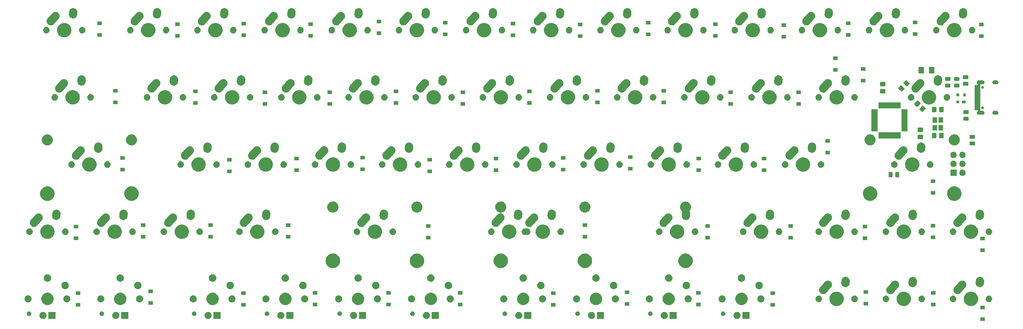
<source format=gbs>
G04 #@! TF.GenerationSoftware,KiCad,Pcbnew,(5.1.4-0-10_14)*
G04 #@! TF.CreationDate,2020-01-19T01:37:33+09:00*
G04 #@! TF.ProjectId,dombrick60d,646f6d62-7269-4636-9b36-30642e6b6963,rev?*
G04 #@! TF.SameCoordinates,Original*
G04 #@! TF.FileFunction,Soldermask,Bot*
G04 #@! TF.FilePolarity,Negative*
%FSLAX46Y46*%
G04 Gerber Fmt 4.6, Leading zero omitted, Abs format (unit mm)*
G04 Created by KiCad (PCBNEW (5.1.4-0-10_14)) date 2020-01-19 01:37:33*
%MOMM*%
%LPD*%
G04 APERTURE LIST*
%ADD10C,0.100000*%
G04 APERTURE END LIST*
D10*
G36*
X299228000Y-115817000D02*
G01*
X297926000Y-115817000D01*
X297926000Y-114815000D01*
X299228000Y-114815000D01*
X299228000Y-115817000D01*
X299228000Y-115817000D01*
G37*
G36*
X229043925Y-113239488D02*
G01*
X229210210Y-113272563D01*
X229392836Y-113348209D01*
X229557194Y-113458030D01*
X229696970Y-113597806D01*
X229806791Y-113762164D01*
X229882437Y-113944790D01*
X229921000Y-114138664D01*
X229921000Y-114336336D01*
X229882437Y-114530210D01*
X229806791Y-114712836D01*
X229696970Y-114877194D01*
X229557194Y-115016970D01*
X229392836Y-115126791D01*
X229210210Y-115202437D01*
X229043925Y-115235512D01*
X229016337Y-115241000D01*
X228818663Y-115241000D01*
X228791075Y-115235512D01*
X228624790Y-115202437D01*
X228442164Y-115126791D01*
X228277806Y-115016970D01*
X228138030Y-114877194D01*
X228028209Y-114712836D01*
X227952563Y-114530210D01*
X227914000Y-114336336D01*
X227914000Y-114138664D01*
X227952563Y-113944790D01*
X228028209Y-113762164D01*
X228138030Y-113597806D01*
X228277806Y-113458030D01*
X228442164Y-113348209D01*
X228624790Y-113272563D01*
X228791075Y-113239488D01*
X228818663Y-113234000D01*
X229016337Y-113234000D01*
X229043925Y-113239488D01*
X229043925Y-113239488D01*
G37*
G36*
X211823500Y-115241000D02*
G01*
X209816500Y-115241000D01*
X209816500Y-113234000D01*
X211823500Y-113234000D01*
X211823500Y-115241000D01*
X211823500Y-115241000D01*
G37*
G36*
X208406425Y-113239488D02*
G01*
X208572710Y-113272563D01*
X208755336Y-113348209D01*
X208919694Y-113458030D01*
X209059470Y-113597806D01*
X209169291Y-113762164D01*
X209244937Y-113944790D01*
X209283500Y-114138664D01*
X209283500Y-114336336D01*
X209244937Y-114530210D01*
X209169291Y-114712836D01*
X209059470Y-114877194D01*
X208919694Y-115016970D01*
X208755336Y-115126791D01*
X208572710Y-115202437D01*
X208406425Y-115235512D01*
X208378837Y-115241000D01*
X208181163Y-115241000D01*
X208153575Y-115235512D01*
X207987290Y-115202437D01*
X207804664Y-115126791D01*
X207640306Y-115016970D01*
X207500530Y-114877194D01*
X207390709Y-114712836D01*
X207315063Y-114530210D01*
X207276500Y-114336336D01*
X207276500Y-114138664D01*
X207315063Y-113944790D01*
X207390709Y-113762164D01*
X207500530Y-113597806D01*
X207640306Y-113458030D01*
X207804664Y-113348209D01*
X207987290Y-113272563D01*
X208153575Y-113239488D01*
X208181163Y-113234000D01*
X208378837Y-113234000D01*
X208406425Y-113239488D01*
X208406425Y-113239488D01*
G37*
G36*
X191186000Y-115241000D02*
G01*
X189179000Y-115241000D01*
X189179000Y-113234000D01*
X191186000Y-113234000D01*
X191186000Y-115241000D01*
X191186000Y-115241000D01*
G37*
G36*
X187768925Y-113239488D02*
G01*
X187935210Y-113272563D01*
X188117836Y-113348209D01*
X188282194Y-113458030D01*
X188421970Y-113597806D01*
X188531791Y-113762164D01*
X188607437Y-113944790D01*
X188646000Y-114138664D01*
X188646000Y-114336336D01*
X188607437Y-114530210D01*
X188531791Y-114712836D01*
X188421970Y-114877194D01*
X188282194Y-115016970D01*
X188117836Y-115126791D01*
X187935210Y-115202437D01*
X187768925Y-115235512D01*
X187741337Y-115241000D01*
X187543663Y-115241000D01*
X187516075Y-115235512D01*
X187349790Y-115202437D01*
X187167164Y-115126791D01*
X187002806Y-115016970D01*
X186863030Y-114877194D01*
X186753209Y-114712836D01*
X186677563Y-114530210D01*
X186639000Y-114336336D01*
X186639000Y-114138664D01*
X186677563Y-113944790D01*
X186753209Y-113762164D01*
X186863030Y-113597806D01*
X187002806Y-113458030D01*
X187167164Y-113348209D01*
X187349790Y-113272563D01*
X187516075Y-113239488D01*
X187543663Y-113234000D01*
X187741337Y-113234000D01*
X187768925Y-113239488D01*
X187768925Y-113239488D01*
G37*
G36*
X170548500Y-115241000D02*
G01*
X168541500Y-115241000D01*
X168541500Y-113234000D01*
X170548500Y-113234000D01*
X170548500Y-115241000D01*
X170548500Y-115241000D01*
G37*
G36*
X167131425Y-113239488D02*
G01*
X167297710Y-113272563D01*
X167480336Y-113348209D01*
X167644694Y-113458030D01*
X167784470Y-113597806D01*
X167894291Y-113762164D01*
X167969937Y-113944790D01*
X168008500Y-114138664D01*
X168008500Y-114336336D01*
X167969937Y-114530210D01*
X167894291Y-114712836D01*
X167784470Y-114877194D01*
X167644694Y-115016970D01*
X167480336Y-115126791D01*
X167297710Y-115202437D01*
X167131425Y-115235512D01*
X167103837Y-115241000D01*
X166906163Y-115241000D01*
X166878575Y-115235512D01*
X166712290Y-115202437D01*
X166529664Y-115126791D01*
X166365306Y-115016970D01*
X166225530Y-114877194D01*
X166115709Y-114712836D01*
X166040063Y-114530210D01*
X166001500Y-114336336D01*
X166001500Y-114138664D01*
X166040063Y-113944790D01*
X166115709Y-113762164D01*
X166225530Y-113597806D01*
X166365306Y-113458030D01*
X166529664Y-113348209D01*
X166712290Y-113272563D01*
X166878575Y-113239488D01*
X166906163Y-113234000D01*
X167103837Y-113234000D01*
X167131425Y-113239488D01*
X167131425Y-113239488D01*
G37*
G36*
X144354750Y-115241000D02*
G01*
X142347750Y-115241000D01*
X142347750Y-113234000D01*
X144354750Y-113234000D01*
X144354750Y-115241000D01*
X144354750Y-115241000D01*
G37*
G36*
X140937675Y-113239488D02*
G01*
X141103960Y-113272563D01*
X141286586Y-113348209D01*
X141450944Y-113458030D01*
X141590720Y-113597806D01*
X141700541Y-113762164D01*
X141776187Y-113944790D01*
X141814750Y-114138664D01*
X141814750Y-114336336D01*
X141776187Y-114530210D01*
X141700541Y-114712836D01*
X141590720Y-114877194D01*
X141450944Y-115016970D01*
X141286586Y-115126791D01*
X141103960Y-115202437D01*
X140937675Y-115235512D01*
X140910087Y-115241000D01*
X140712413Y-115241000D01*
X140684825Y-115235512D01*
X140518540Y-115202437D01*
X140335914Y-115126791D01*
X140171556Y-115016970D01*
X140031780Y-114877194D01*
X139921959Y-114712836D01*
X139846313Y-114530210D01*
X139807750Y-114336336D01*
X139807750Y-114138664D01*
X139846313Y-113944790D01*
X139921959Y-113762164D01*
X140031780Y-113597806D01*
X140171556Y-113458030D01*
X140335914Y-113348209D01*
X140518540Y-113272563D01*
X140684825Y-113239488D01*
X140712413Y-113234000D01*
X140910087Y-113234000D01*
X140937675Y-113239488D01*
X140937675Y-113239488D01*
G37*
G36*
X123717250Y-115241000D02*
G01*
X121710250Y-115241000D01*
X121710250Y-113234000D01*
X123717250Y-113234000D01*
X123717250Y-115241000D01*
X123717250Y-115241000D01*
G37*
G36*
X120300175Y-113239488D02*
G01*
X120466460Y-113272563D01*
X120649086Y-113348209D01*
X120813444Y-113458030D01*
X120953220Y-113597806D01*
X121063041Y-113762164D01*
X121138687Y-113944790D01*
X121177250Y-114138664D01*
X121177250Y-114336336D01*
X121138687Y-114530210D01*
X121063041Y-114712836D01*
X120953220Y-114877194D01*
X120813444Y-115016970D01*
X120649086Y-115126791D01*
X120466460Y-115202437D01*
X120300175Y-115235512D01*
X120272587Y-115241000D01*
X120074913Y-115241000D01*
X120047325Y-115235512D01*
X119881040Y-115202437D01*
X119698414Y-115126791D01*
X119534056Y-115016970D01*
X119394280Y-114877194D01*
X119284459Y-114712836D01*
X119208813Y-114530210D01*
X119170250Y-114336336D01*
X119170250Y-114138664D01*
X119208813Y-113944790D01*
X119284459Y-113762164D01*
X119394280Y-113597806D01*
X119534056Y-113458030D01*
X119698414Y-113348209D01*
X119881040Y-113272563D01*
X120047325Y-113239488D01*
X120074913Y-113234000D01*
X120272587Y-113234000D01*
X120300175Y-113239488D01*
X120300175Y-113239488D01*
G37*
G36*
X103079750Y-115241000D02*
G01*
X101072750Y-115241000D01*
X101072750Y-113234000D01*
X103079750Y-113234000D01*
X103079750Y-115241000D01*
X103079750Y-115241000D01*
G37*
G36*
X99662675Y-113239488D02*
G01*
X99828960Y-113272563D01*
X100011586Y-113348209D01*
X100175944Y-113458030D01*
X100315720Y-113597806D01*
X100425541Y-113762164D01*
X100501187Y-113944790D01*
X100539750Y-114138664D01*
X100539750Y-114336336D01*
X100501187Y-114530210D01*
X100425541Y-114712836D01*
X100315720Y-114877194D01*
X100175944Y-115016970D01*
X100011586Y-115126791D01*
X99828960Y-115202437D01*
X99662675Y-115235512D01*
X99635087Y-115241000D01*
X99437413Y-115241000D01*
X99409825Y-115235512D01*
X99243540Y-115202437D01*
X99060914Y-115126791D01*
X98896556Y-115016970D01*
X98756780Y-114877194D01*
X98646959Y-114712836D01*
X98571313Y-114530210D01*
X98532750Y-114336336D01*
X98532750Y-114138664D01*
X98571313Y-113944790D01*
X98646959Y-113762164D01*
X98756780Y-113597806D01*
X98896556Y-113458030D01*
X99060914Y-113348209D01*
X99243540Y-113272563D01*
X99409825Y-113239488D01*
X99437413Y-113234000D01*
X99635087Y-113234000D01*
X99662675Y-113239488D01*
X99662675Y-113239488D01*
G37*
G36*
X82442250Y-115241000D02*
G01*
X80435250Y-115241000D01*
X80435250Y-113234000D01*
X82442250Y-113234000D01*
X82442250Y-115241000D01*
X82442250Y-115241000D01*
G37*
G36*
X79025175Y-113239488D02*
G01*
X79191460Y-113272563D01*
X79374086Y-113348209D01*
X79538444Y-113458030D01*
X79678220Y-113597806D01*
X79788041Y-113762164D01*
X79863687Y-113944790D01*
X79902250Y-114138664D01*
X79902250Y-114336336D01*
X79863687Y-114530210D01*
X79788041Y-114712836D01*
X79678220Y-114877194D01*
X79538444Y-115016970D01*
X79374086Y-115126791D01*
X79191460Y-115202437D01*
X79025175Y-115235512D01*
X78997587Y-115241000D01*
X78799913Y-115241000D01*
X78772325Y-115235512D01*
X78606040Y-115202437D01*
X78423414Y-115126791D01*
X78259056Y-115016970D01*
X78119280Y-114877194D01*
X78009459Y-114712836D01*
X77933813Y-114530210D01*
X77895250Y-114336336D01*
X77895250Y-114138664D01*
X77933813Y-113944790D01*
X78009459Y-113762164D01*
X78119280Y-113597806D01*
X78259056Y-113458030D01*
X78423414Y-113348209D01*
X78606040Y-113272563D01*
X78772325Y-113239488D01*
X78799913Y-113234000D01*
X78997587Y-113234000D01*
X79025175Y-113239488D01*
X79025175Y-113239488D01*
G37*
G36*
X56248500Y-115241000D02*
G01*
X54241500Y-115241000D01*
X54241500Y-113234000D01*
X56248500Y-113234000D01*
X56248500Y-115241000D01*
X56248500Y-115241000D01*
G37*
G36*
X52831425Y-113239488D02*
G01*
X52997710Y-113272563D01*
X53180336Y-113348209D01*
X53344694Y-113458030D01*
X53484470Y-113597806D01*
X53594291Y-113762164D01*
X53669937Y-113944790D01*
X53708500Y-114138664D01*
X53708500Y-114336336D01*
X53669937Y-114530210D01*
X53594291Y-114712836D01*
X53484470Y-114877194D01*
X53344694Y-115016970D01*
X53180336Y-115126791D01*
X52997710Y-115202437D01*
X52831425Y-115235512D01*
X52803837Y-115241000D01*
X52606163Y-115241000D01*
X52578575Y-115235512D01*
X52412290Y-115202437D01*
X52229664Y-115126791D01*
X52065306Y-115016970D01*
X51925530Y-114877194D01*
X51815709Y-114712836D01*
X51740063Y-114530210D01*
X51701500Y-114336336D01*
X51701500Y-114138664D01*
X51740063Y-113944790D01*
X51815709Y-113762164D01*
X51925530Y-113597806D01*
X52065306Y-113458030D01*
X52229664Y-113348209D01*
X52412290Y-113272563D01*
X52578575Y-113239488D01*
X52606163Y-113234000D01*
X52803837Y-113234000D01*
X52831425Y-113239488D01*
X52831425Y-113239488D01*
G37*
G36*
X35611000Y-115241000D02*
G01*
X33604000Y-115241000D01*
X33604000Y-113234000D01*
X35611000Y-113234000D01*
X35611000Y-115241000D01*
X35611000Y-115241000D01*
G37*
G36*
X32193925Y-113239488D02*
G01*
X32360210Y-113272563D01*
X32542836Y-113348209D01*
X32707194Y-113458030D01*
X32846970Y-113597806D01*
X32956791Y-113762164D01*
X33032437Y-113944790D01*
X33071000Y-114138664D01*
X33071000Y-114336336D01*
X33032437Y-114530210D01*
X32956791Y-114712836D01*
X32846970Y-114877194D01*
X32707194Y-115016970D01*
X32542836Y-115126791D01*
X32360210Y-115202437D01*
X32193925Y-115235512D01*
X32166337Y-115241000D01*
X31968663Y-115241000D01*
X31941075Y-115235512D01*
X31774790Y-115202437D01*
X31592164Y-115126791D01*
X31427806Y-115016970D01*
X31288030Y-114877194D01*
X31178209Y-114712836D01*
X31102563Y-114530210D01*
X31064000Y-114336336D01*
X31064000Y-114138664D01*
X31102563Y-113944790D01*
X31178209Y-113762164D01*
X31288030Y-113597806D01*
X31427806Y-113458030D01*
X31592164Y-113348209D01*
X31774790Y-113272563D01*
X31941075Y-113239488D01*
X31968663Y-113234000D01*
X32166337Y-113234000D01*
X32193925Y-113239488D01*
X32193925Y-113239488D01*
G37*
G36*
X232461000Y-115241000D02*
G01*
X230454000Y-115241000D01*
X230454000Y-113234000D01*
X232461000Y-113234000D01*
X232461000Y-115241000D01*
X232461000Y-115241000D01*
G37*
G36*
X183882390Y-113111517D02*
G01*
X184000864Y-113160591D01*
X184107488Y-113231835D01*
X184198165Y-113322512D01*
X184269410Y-113429138D01*
X184318483Y-113547610D01*
X184343500Y-113673382D01*
X184343500Y-113801618D01*
X184318483Y-113927390D01*
X184269409Y-114045864D01*
X184198165Y-114152488D01*
X184107488Y-114243165D01*
X184000864Y-114314409D01*
X184000863Y-114314410D01*
X184000862Y-114314410D01*
X183882390Y-114363483D01*
X183756619Y-114388500D01*
X183628381Y-114388500D01*
X183502610Y-114363483D01*
X183384138Y-114314410D01*
X183384137Y-114314410D01*
X183384136Y-114314409D01*
X183277512Y-114243165D01*
X183186835Y-114152488D01*
X183115591Y-114045864D01*
X183066517Y-113927390D01*
X183041500Y-113801618D01*
X183041500Y-113673382D01*
X183066517Y-113547610D01*
X183115590Y-113429138D01*
X183186835Y-113322512D01*
X183277512Y-113231835D01*
X183384136Y-113160591D01*
X183502610Y-113111517D01*
X183628381Y-113086500D01*
X183756619Y-113086500D01*
X183882390Y-113111517D01*
X183882390Y-113111517D01*
G37*
G36*
X163244890Y-113111517D02*
G01*
X163363364Y-113160591D01*
X163469988Y-113231835D01*
X163560665Y-113322512D01*
X163631910Y-113429138D01*
X163680983Y-113547610D01*
X163706000Y-113673382D01*
X163706000Y-113801618D01*
X163680983Y-113927390D01*
X163631909Y-114045864D01*
X163560665Y-114152488D01*
X163469988Y-114243165D01*
X163363364Y-114314409D01*
X163363363Y-114314410D01*
X163363362Y-114314410D01*
X163244890Y-114363483D01*
X163119119Y-114388500D01*
X162990881Y-114388500D01*
X162865110Y-114363483D01*
X162746638Y-114314410D01*
X162746637Y-114314410D01*
X162746636Y-114314409D01*
X162640012Y-114243165D01*
X162549335Y-114152488D01*
X162478091Y-114045864D01*
X162429017Y-113927390D01*
X162404000Y-113801618D01*
X162404000Y-113673382D01*
X162429017Y-113547610D01*
X162478090Y-113429138D01*
X162549335Y-113322512D01*
X162640012Y-113231835D01*
X162746636Y-113160591D01*
X162865110Y-113111517D01*
X162990881Y-113086500D01*
X163119119Y-113086500D01*
X163244890Y-113111517D01*
X163244890Y-113111517D01*
G37*
G36*
X204519890Y-113111517D02*
G01*
X204638364Y-113160591D01*
X204744988Y-113231835D01*
X204835665Y-113322512D01*
X204906910Y-113429138D01*
X204955983Y-113547610D01*
X204981000Y-113673382D01*
X204981000Y-113801618D01*
X204955983Y-113927390D01*
X204906909Y-114045864D01*
X204835665Y-114152488D01*
X204744988Y-114243165D01*
X204638364Y-114314409D01*
X204638363Y-114314410D01*
X204638362Y-114314410D01*
X204519890Y-114363483D01*
X204394119Y-114388500D01*
X204265881Y-114388500D01*
X204140110Y-114363483D01*
X204021638Y-114314410D01*
X204021637Y-114314410D01*
X204021636Y-114314409D01*
X203915012Y-114243165D01*
X203824335Y-114152488D01*
X203753091Y-114045864D01*
X203704017Y-113927390D01*
X203679000Y-113801618D01*
X203679000Y-113673382D01*
X203704017Y-113547610D01*
X203753090Y-113429138D01*
X203824335Y-113322512D01*
X203915012Y-113231835D01*
X204021636Y-113160591D01*
X204140110Y-113111517D01*
X204265881Y-113086500D01*
X204394119Y-113086500D01*
X204519890Y-113111517D01*
X204519890Y-113111517D01*
G37*
G36*
X225157390Y-113111517D02*
G01*
X225275864Y-113160591D01*
X225382488Y-113231835D01*
X225473165Y-113322512D01*
X225544410Y-113429138D01*
X225593483Y-113547610D01*
X225618500Y-113673382D01*
X225618500Y-113801618D01*
X225593483Y-113927390D01*
X225544409Y-114045864D01*
X225473165Y-114152488D01*
X225382488Y-114243165D01*
X225275864Y-114314409D01*
X225275863Y-114314410D01*
X225275862Y-114314410D01*
X225157390Y-114363483D01*
X225031619Y-114388500D01*
X224903381Y-114388500D01*
X224777610Y-114363483D01*
X224659138Y-114314410D01*
X224659137Y-114314410D01*
X224659136Y-114314409D01*
X224552512Y-114243165D01*
X224461835Y-114152488D01*
X224390591Y-114045864D01*
X224341517Y-113927390D01*
X224316500Y-113801618D01*
X224316500Y-113673382D01*
X224341517Y-113547610D01*
X224390590Y-113429138D01*
X224461835Y-113322512D01*
X224552512Y-113231835D01*
X224659136Y-113160591D01*
X224777610Y-113111517D01*
X224903381Y-113086500D01*
X225031619Y-113086500D01*
X225157390Y-113111517D01*
X225157390Y-113111517D01*
G37*
G36*
X137051140Y-113111517D02*
G01*
X137169614Y-113160591D01*
X137276238Y-113231835D01*
X137366915Y-113322512D01*
X137438160Y-113429138D01*
X137487233Y-113547610D01*
X137512250Y-113673382D01*
X137512250Y-113801618D01*
X137487233Y-113927390D01*
X137438159Y-114045864D01*
X137366915Y-114152488D01*
X137276238Y-114243165D01*
X137169614Y-114314409D01*
X137169613Y-114314410D01*
X137169612Y-114314410D01*
X137051140Y-114363483D01*
X136925369Y-114388500D01*
X136797131Y-114388500D01*
X136671360Y-114363483D01*
X136552888Y-114314410D01*
X136552887Y-114314410D01*
X136552886Y-114314409D01*
X136446262Y-114243165D01*
X136355585Y-114152488D01*
X136284341Y-114045864D01*
X136235267Y-113927390D01*
X136210250Y-113801618D01*
X136210250Y-113673382D01*
X136235267Y-113547610D01*
X136284340Y-113429138D01*
X136355585Y-113322512D01*
X136446262Y-113231835D01*
X136552886Y-113160591D01*
X136671360Y-113111517D01*
X136797131Y-113086500D01*
X136925369Y-113086500D01*
X137051140Y-113111517D01*
X137051140Y-113111517D01*
G37*
G36*
X28307390Y-113111517D02*
G01*
X28425864Y-113160591D01*
X28532488Y-113231835D01*
X28623165Y-113322512D01*
X28694410Y-113429138D01*
X28743483Y-113547610D01*
X28768500Y-113673382D01*
X28768500Y-113801618D01*
X28743483Y-113927390D01*
X28694409Y-114045864D01*
X28623165Y-114152488D01*
X28532488Y-114243165D01*
X28425864Y-114314409D01*
X28425863Y-114314410D01*
X28425862Y-114314410D01*
X28307390Y-114363483D01*
X28181619Y-114388500D01*
X28053381Y-114388500D01*
X27927610Y-114363483D01*
X27809138Y-114314410D01*
X27809137Y-114314410D01*
X27809136Y-114314409D01*
X27702512Y-114243165D01*
X27611835Y-114152488D01*
X27540591Y-114045864D01*
X27491517Y-113927390D01*
X27466500Y-113801618D01*
X27466500Y-113673382D01*
X27491517Y-113547610D01*
X27540590Y-113429138D01*
X27611835Y-113322512D01*
X27702512Y-113231835D01*
X27809136Y-113160591D01*
X27927610Y-113111517D01*
X28053381Y-113086500D01*
X28181619Y-113086500D01*
X28307390Y-113111517D01*
X28307390Y-113111517D01*
G37*
G36*
X116413640Y-113111517D02*
G01*
X116532114Y-113160591D01*
X116638738Y-113231835D01*
X116729415Y-113322512D01*
X116800660Y-113429138D01*
X116849733Y-113547610D01*
X116874750Y-113673382D01*
X116874750Y-113801618D01*
X116849733Y-113927390D01*
X116800659Y-114045864D01*
X116729415Y-114152488D01*
X116638738Y-114243165D01*
X116532114Y-114314409D01*
X116532113Y-114314410D01*
X116532112Y-114314410D01*
X116413640Y-114363483D01*
X116287869Y-114388500D01*
X116159631Y-114388500D01*
X116033860Y-114363483D01*
X115915388Y-114314410D01*
X115915387Y-114314410D01*
X115915386Y-114314409D01*
X115808762Y-114243165D01*
X115718085Y-114152488D01*
X115646841Y-114045864D01*
X115597767Y-113927390D01*
X115572750Y-113801618D01*
X115572750Y-113673382D01*
X115597767Y-113547610D01*
X115646840Y-113429138D01*
X115718085Y-113322512D01*
X115808762Y-113231835D01*
X115915386Y-113160591D01*
X116033860Y-113111517D01*
X116159631Y-113086500D01*
X116287869Y-113086500D01*
X116413640Y-113111517D01*
X116413640Y-113111517D01*
G37*
G36*
X48944890Y-113111517D02*
G01*
X49063364Y-113160591D01*
X49169988Y-113231835D01*
X49260665Y-113322512D01*
X49331910Y-113429138D01*
X49380983Y-113547610D01*
X49406000Y-113673382D01*
X49406000Y-113801618D01*
X49380983Y-113927390D01*
X49331909Y-114045864D01*
X49260665Y-114152488D01*
X49169988Y-114243165D01*
X49063364Y-114314409D01*
X49063363Y-114314410D01*
X49063362Y-114314410D01*
X48944890Y-114363483D01*
X48819119Y-114388500D01*
X48690881Y-114388500D01*
X48565110Y-114363483D01*
X48446638Y-114314410D01*
X48446637Y-114314410D01*
X48446636Y-114314409D01*
X48340012Y-114243165D01*
X48249335Y-114152488D01*
X48178091Y-114045864D01*
X48129017Y-113927390D01*
X48104000Y-113801618D01*
X48104000Y-113673382D01*
X48129017Y-113547610D01*
X48178090Y-113429138D01*
X48249335Y-113322512D01*
X48340012Y-113231835D01*
X48446636Y-113160591D01*
X48565110Y-113111517D01*
X48690881Y-113086500D01*
X48819119Y-113086500D01*
X48944890Y-113111517D01*
X48944890Y-113111517D01*
G37*
G36*
X75138640Y-113111517D02*
G01*
X75257114Y-113160591D01*
X75363738Y-113231835D01*
X75454415Y-113322512D01*
X75525660Y-113429138D01*
X75574733Y-113547610D01*
X75599750Y-113673382D01*
X75599750Y-113801618D01*
X75574733Y-113927390D01*
X75525659Y-114045864D01*
X75454415Y-114152488D01*
X75363738Y-114243165D01*
X75257114Y-114314409D01*
X75257113Y-114314410D01*
X75257112Y-114314410D01*
X75138640Y-114363483D01*
X75012869Y-114388500D01*
X74884631Y-114388500D01*
X74758860Y-114363483D01*
X74640388Y-114314410D01*
X74640387Y-114314410D01*
X74640386Y-114314409D01*
X74533762Y-114243165D01*
X74443085Y-114152488D01*
X74371841Y-114045864D01*
X74322767Y-113927390D01*
X74297750Y-113801618D01*
X74297750Y-113673382D01*
X74322767Y-113547610D01*
X74371840Y-113429138D01*
X74443085Y-113322512D01*
X74533762Y-113231835D01*
X74640386Y-113160591D01*
X74758860Y-113111517D01*
X74884631Y-113086500D01*
X75012869Y-113086500D01*
X75138640Y-113111517D01*
X75138640Y-113111517D01*
G37*
G36*
X95776140Y-113111517D02*
G01*
X95894614Y-113160591D01*
X96001238Y-113231835D01*
X96091915Y-113322512D01*
X96163160Y-113429138D01*
X96212233Y-113547610D01*
X96237250Y-113673382D01*
X96237250Y-113801618D01*
X96212233Y-113927390D01*
X96163159Y-114045864D01*
X96091915Y-114152488D01*
X96001238Y-114243165D01*
X95894614Y-114314409D01*
X95894613Y-114314410D01*
X95894612Y-114314410D01*
X95776140Y-114363483D01*
X95650369Y-114388500D01*
X95522131Y-114388500D01*
X95396360Y-114363483D01*
X95277888Y-114314410D01*
X95277887Y-114314410D01*
X95277886Y-114314409D01*
X95171262Y-114243165D01*
X95080585Y-114152488D01*
X95009341Y-114045864D01*
X94960267Y-113927390D01*
X94935250Y-113801618D01*
X94935250Y-113673382D01*
X94960267Y-113547610D01*
X95009340Y-113429138D01*
X95080585Y-113322512D01*
X95171262Y-113231835D01*
X95277886Y-113160591D01*
X95396360Y-113111517D01*
X95522131Y-113086500D01*
X95650369Y-113086500D01*
X95776140Y-113111517D01*
X95776140Y-113111517D01*
G37*
G36*
X299228000Y-112517000D02*
G01*
X297926000Y-112517000D01*
X297926000Y-111515000D01*
X299228000Y-111515000D01*
X299228000Y-112517000D01*
X299228000Y-112517000D01*
G37*
G36*
X42688000Y-111752000D02*
G01*
X41386000Y-111752000D01*
X41386000Y-110750000D01*
X42688000Y-110750000D01*
X42688000Y-111752000D01*
X42688000Y-111752000D01*
G37*
G36*
X239665000Y-111752000D02*
G01*
X238363000Y-111752000D01*
X238363000Y-110750000D01*
X239665000Y-110750000D01*
X239665000Y-111752000D01*
X239665000Y-111752000D01*
G37*
G36*
X177435000Y-111752000D02*
G01*
X176133000Y-111752000D01*
X176133000Y-110750000D01*
X177435000Y-110750000D01*
X177435000Y-111752000D01*
X177435000Y-111752000D01*
G37*
G36*
X89551000Y-111752000D02*
G01*
X88249000Y-111752000D01*
X88249000Y-110750000D01*
X89551000Y-110750000D01*
X89551000Y-111752000D01*
X89551000Y-111752000D01*
G37*
G36*
X285258000Y-111626000D02*
G01*
X283956000Y-111626000D01*
X283956000Y-110624000D01*
X285258000Y-110624000D01*
X285258000Y-111626000D01*
X285258000Y-111626000D01*
G37*
G36*
X218583000Y-111625000D02*
G01*
X217281000Y-111625000D01*
X217281000Y-110623000D01*
X218583000Y-110623000D01*
X218583000Y-111625000D01*
X218583000Y-111625000D01*
G37*
G36*
X130699000Y-111625000D02*
G01*
X129397000Y-111625000D01*
X129397000Y-110623000D01*
X130699000Y-110623000D01*
X130699000Y-111625000D01*
X130699000Y-111625000D01*
G37*
G36*
X109871000Y-111625000D02*
G01*
X108569000Y-111625000D01*
X108569000Y-110623000D01*
X109871000Y-110623000D01*
X109871000Y-111625000D01*
X109871000Y-111625000D01*
G37*
G36*
X151019000Y-111624000D02*
G01*
X149717000Y-111624000D01*
X149717000Y-110622000D01*
X151019000Y-110622000D01*
X151019000Y-111624000D01*
X151019000Y-111624000D01*
G37*
G36*
X276821474Y-107571184D02*
G01*
X277039474Y-107661483D01*
X277193623Y-107725333D01*
X277528548Y-107949123D01*
X277813377Y-108233952D01*
X278037167Y-108568877D01*
X278094831Y-108708091D01*
X278191316Y-108941026D01*
X278269900Y-109336094D01*
X278269900Y-109738906D01*
X278191316Y-110133974D01*
X278140451Y-110256772D01*
X278037167Y-110506123D01*
X277813377Y-110841048D01*
X277528548Y-111125877D01*
X277193623Y-111349667D01*
X277142120Y-111371000D01*
X276821474Y-111503816D01*
X276426406Y-111582400D01*
X276023594Y-111582400D01*
X275628526Y-111503816D01*
X275307880Y-111371000D01*
X275256377Y-111349667D01*
X274921452Y-111125877D01*
X274636623Y-110841048D01*
X274412833Y-110506123D01*
X274309549Y-110256772D01*
X274258684Y-110133974D01*
X274180100Y-109738906D01*
X274180100Y-109336094D01*
X274258684Y-108941026D01*
X274355169Y-108708091D01*
X274412833Y-108568877D01*
X274636623Y-108233952D01*
X274921452Y-107949123D01*
X275256377Y-107725333D01*
X275410526Y-107661483D01*
X275628526Y-107571184D01*
X276023594Y-107492600D01*
X276426406Y-107492600D01*
X276821474Y-107571184D01*
X276821474Y-107571184D01*
G37*
G36*
X295871474Y-107571184D02*
G01*
X296089474Y-107661483D01*
X296243623Y-107725333D01*
X296578548Y-107949123D01*
X296863377Y-108233952D01*
X297087167Y-108568877D01*
X297144831Y-108708091D01*
X297241316Y-108941026D01*
X297319900Y-109336094D01*
X297319900Y-109738906D01*
X297241316Y-110133974D01*
X297190451Y-110256772D01*
X297087167Y-110506123D01*
X296863377Y-110841048D01*
X296578548Y-111125877D01*
X296243623Y-111349667D01*
X296192120Y-111371000D01*
X295871474Y-111503816D01*
X295476406Y-111582400D01*
X295073594Y-111582400D01*
X294678526Y-111503816D01*
X294357880Y-111371000D01*
X294306377Y-111349667D01*
X293971452Y-111125877D01*
X293686623Y-110841048D01*
X293462833Y-110506123D01*
X293359549Y-110256772D01*
X293308684Y-110133974D01*
X293230100Y-109738906D01*
X293230100Y-109336094D01*
X293308684Y-108941026D01*
X293405169Y-108708091D01*
X293462833Y-108568877D01*
X293686623Y-108233952D01*
X293971452Y-107949123D01*
X294306377Y-107725333D01*
X294460526Y-107661483D01*
X294678526Y-107571184D01*
X295073594Y-107492600D01*
X295476406Y-107492600D01*
X295871474Y-107571184D01*
X295871474Y-107571184D01*
G37*
G36*
X257771474Y-107571184D02*
G01*
X257989474Y-107661483D01*
X258143623Y-107725333D01*
X258478548Y-107949123D01*
X258763377Y-108233952D01*
X258987167Y-108568877D01*
X259044831Y-108708091D01*
X259141316Y-108941026D01*
X259219900Y-109336094D01*
X259219900Y-109738906D01*
X259141316Y-110133974D01*
X259090451Y-110256772D01*
X258987167Y-110506123D01*
X258763377Y-110841048D01*
X258478548Y-111125877D01*
X258143623Y-111349667D01*
X258092120Y-111371000D01*
X257771474Y-111503816D01*
X257376406Y-111582400D01*
X256973594Y-111582400D01*
X256578526Y-111503816D01*
X256257880Y-111371000D01*
X256206377Y-111349667D01*
X255871452Y-111125877D01*
X255586623Y-110841048D01*
X255362833Y-110506123D01*
X255259549Y-110256772D01*
X255208684Y-110133974D01*
X255130100Y-109738906D01*
X255130100Y-109336094D01*
X255208684Y-108941026D01*
X255305169Y-108708091D01*
X255362833Y-108568877D01*
X255586623Y-108233952D01*
X255871452Y-107949123D01*
X256206377Y-107725333D01*
X256360526Y-107661483D01*
X256578526Y-107571184D01*
X256973594Y-107492600D01*
X257376406Y-107492600D01*
X257771474Y-107571184D01*
X257771474Y-107571184D01*
G37*
G36*
X198390000Y-111498000D02*
G01*
X197088000Y-111498000D01*
X197088000Y-110496000D01*
X198390000Y-110496000D01*
X198390000Y-111498000D01*
X198390000Y-111498000D01*
G37*
G36*
X266081000Y-111371000D02*
G01*
X264779000Y-111371000D01*
X264779000Y-110369000D01*
X266081000Y-110369000D01*
X266081000Y-111371000D01*
X266081000Y-111371000D01*
G37*
G36*
X101176665Y-107825876D02*
G01*
X101316998Y-107853790D01*
X101448991Y-107908463D01*
X101635658Y-107985783D01*
X101922446Y-108177409D01*
X102166341Y-108421304D01*
X102357967Y-108708092D01*
X102403587Y-108818229D01*
X102489960Y-109026752D01*
X102497240Y-109063351D01*
X102557250Y-109365040D01*
X102557250Y-109709960D01*
X102512390Y-109935485D01*
X102489960Y-110048248D01*
X102437209Y-110175599D01*
X102357967Y-110366908D01*
X102166341Y-110653696D01*
X101922446Y-110897591D01*
X101635658Y-111089217D01*
X101547152Y-111125877D01*
X101316998Y-111221210D01*
X101204235Y-111243640D01*
X100978710Y-111288500D01*
X100633790Y-111288500D01*
X100408265Y-111243640D01*
X100295502Y-111221210D01*
X100065348Y-111125877D01*
X99976842Y-111089217D01*
X99690054Y-110897591D01*
X99446159Y-110653696D01*
X99254533Y-110366908D01*
X99175291Y-110175599D01*
X99122540Y-110048248D01*
X99100110Y-109935485D01*
X99055250Y-109709960D01*
X99055250Y-109365040D01*
X99115260Y-109063351D01*
X99122540Y-109026752D01*
X99208913Y-108818229D01*
X99254533Y-108708092D01*
X99446159Y-108421304D01*
X99690054Y-108177409D01*
X99976842Y-107985783D01*
X100163509Y-107908463D01*
X100295502Y-107853790D01*
X100435835Y-107825876D01*
X100633790Y-107786500D01*
X100978710Y-107786500D01*
X101176665Y-107825876D01*
X101176665Y-107825876D01*
G37*
G36*
X230557915Y-107825876D02*
G01*
X230698248Y-107853790D01*
X230830241Y-107908463D01*
X231016908Y-107985783D01*
X231303696Y-108177409D01*
X231547591Y-108421304D01*
X231739217Y-108708092D01*
X231784837Y-108818229D01*
X231871210Y-109026752D01*
X231878490Y-109063351D01*
X231938500Y-109365040D01*
X231938500Y-109709960D01*
X231893640Y-109935485D01*
X231871210Y-110048248D01*
X231818459Y-110175599D01*
X231739217Y-110366908D01*
X231547591Y-110653696D01*
X231303696Y-110897591D01*
X231016908Y-111089217D01*
X230928402Y-111125877D01*
X230698248Y-111221210D01*
X230585485Y-111243640D01*
X230359960Y-111288500D01*
X230015040Y-111288500D01*
X229789515Y-111243640D01*
X229676752Y-111221210D01*
X229446598Y-111125877D01*
X229358092Y-111089217D01*
X229071304Y-110897591D01*
X228827409Y-110653696D01*
X228635783Y-110366908D01*
X228556541Y-110175599D01*
X228503790Y-110048248D01*
X228481360Y-109935485D01*
X228436500Y-109709960D01*
X228436500Y-109365040D01*
X228496510Y-109063351D01*
X228503790Y-109026752D01*
X228590163Y-108818229D01*
X228635783Y-108708092D01*
X228827409Y-108421304D01*
X229071304Y-108177409D01*
X229358092Y-107985783D01*
X229544759Y-107908463D01*
X229676752Y-107853790D01*
X229817085Y-107825876D01*
X230015040Y-107786500D01*
X230359960Y-107786500D01*
X230557915Y-107825876D01*
X230557915Y-107825876D01*
G37*
G36*
X209920415Y-107825876D02*
G01*
X210060748Y-107853790D01*
X210192741Y-107908463D01*
X210379408Y-107985783D01*
X210666196Y-108177409D01*
X210910091Y-108421304D01*
X211101717Y-108708092D01*
X211147337Y-108818229D01*
X211233710Y-109026752D01*
X211240990Y-109063351D01*
X211301000Y-109365040D01*
X211301000Y-109709960D01*
X211256140Y-109935485D01*
X211233710Y-110048248D01*
X211180959Y-110175599D01*
X211101717Y-110366908D01*
X210910091Y-110653696D01*
X210666196Y-110897591D01*
X210379408Y-111089217D01*
X210290902Y-111125877D01*
X210060748Y-111221210D01*
X209947985Y-111243640D01*
X209722460Y-111288500D01*
X209377540Y-111288500D01*
X209152015Y-111243640D01*
X209039252Y-111221210D01*
X208809098Y-111125877D01*
X208720592Y-111089217D01*
X208433804Y-110897591D01*
X208189909Y-110653696D01*
X207998283Y-110366908D01*
X207919041Y-110175599D01*
X207866290Y-110048248D01*
X207843860Y-109935485D01*
X207799000Y-109709960D01*
X207799000Y-109365040D01*
X207859010Y-109063351D01*
X207866290Y-109026752D01*
X207952663Y-108818229D01*
X207998283Y-108708092D01*
X208189909Y-108421304D01*
X208433804Y-108177409D01*
X208720592Y-107985783D01*
X208907259Y-107908463D01*
X209039252Y-107853790D01*
X209179585Y-107825876D01*
X209377540Y-107786500D01*
X209722460Y-107786500D01*
X209920415Y-107825876D01*
X209920415Y-107825876D01*
G37*
G36*
X189282915Y-107825876D02*
G01*
X189423248Y-107853790D01*
X189555241Y-107908463D01*
X189741908Y-107985783D01*
X190028696Y-108177409D01*
X190272591Y-108421304D01*
X190464217Y-108708092D01*
X190509837Y-108818229D01*
X190596210Y-109026752D01*
X190603490Y-109063351D01*
X190663500Y-109365040D01*
X190663500Y-109709960D01*
X190618640Y-109935485D01*
X190596210Y-110048248D01*
X190543459Y-110175599D01*
X190464217Y-110366908D01*
X190272591Y-110653696D01*
X190028696Y-110897591D01*
X189741908Y-111089217D01*
X189653402Y-111125877D01*
X189423248Y-111221210D01*
X189310485Y-111243640D01*
X189084960Y-111288500D01*
X188740040Y-111288500D01*
X188514515Y-111243640D01*
X188401752Y-111221210D01*
X188171598Y-111125877D01*
X188083092Y-111089217D01*
X187796304Y-110897591D01*
X187552409Y-110653696D01*
X187360783Y-110366908D01*
X187281541Y-110175599D01*
X187228790Y-110048248D01*
X187206360Y-109935485D01*
X187161500Y-109709960D01*
X187161500Y-109365040D01*
X187221510Y-109063351D01*
X187228790Y-109026752D01*
X187315163Y-108818229D01*
X187360783Y-108708092D01*
X187552409Y-108421304D01*
X187796304Y-108177409D01*
X188083092Y-107985783D01*
X188269759Y-107908463D01*
X188401752Y-107853790D01*
X188542085Y-107825876D01*
X188740040Y-107786500D01*
X189084960Y-107786500D01*
X189282915Y-107825876D01*
X189282915Y-107825876D01*
G37*
G36*
X54345415Y-107825876D02*
G01*
X54485748Y-107853790D01*
X54617741Y-107908463D01*
X54804408Y-107985783D01*
X55091196Y-108177409D01*
X55335091Y-108421304D01*
X55526717Y-108708092D01*
X55572337Y-108818229D01*
X55658710Y-109026752D01*
X55665990Y-109063351D01*
X55726000Y-109365040D01*
X55726000Y-109709960D01*
X55681140Y-109935485D01*
X55658710Y-110048248D01*
X55605959Y-110175599D01*
X55526717Y-110366908D01*
X55335091Y-110653696D01*
X55091196Y-110897591D01*
X54804408Y-111089217D01*
X54715902Y-111125877D01*
X54485748Y-111221210D01*
X54372985Y-111243640D01*
X54147460Y-111288500D01*
X53802540Y-111288500D01*
X53577015Y-111243640D01*
X53464252Y-111221210D01*
X53234098Y-111125877D01*
X53145592Y-111089217D01*
X52858804Y-110897591D01*
X52614909Y-110653696D01*
X52423283Y-110366908D01*
X52344041Y-110175599D01*
X52291290Y-110048248D01*
X52268860Y-109935485D01*
X52224000Y-109709960D01*
X52224000Y-109365040D01*
X52284010Y-109063351D01*
X52291290Y-109026752D01*
X52377663Y-108818229D01*
X52423283Y-108708092D01*
X52614909Y-108421304D01*
X52858804Y-108177409D01*
X53145592Y-107985783D01*
X53332259Y-107908463D01*
X53464252Y-107853790D01*
X53604585Y-107825876D01*
X53802540Y-107786500D01*
X54147460Y-107786500D01*
X54345415Y-107825876D01*
X54345415Y-107825876D01*
G37*
G36*
X168645415Y-107825876D02*
G01*
X168785748Y-107853790D01*
X168917741Y-107908463D01*
X169104408Y-107985783D01*
X169391196Y-108177409D01*
X169635091Y-108421304D01*
X169826717Y-108708092D01*
X169872337Y-108818229D01*
X169958710Y-109026752D01*
X169965990Y-109063351D01*
X170026000Y-109365040D01*
X170026000Y-109709960D01*
X169981140Y-109935485D01*
X169958710Y-110048248D01*
X169905959Y-110175599D01*
X169826717Y-110366908D01*
X169635091Y-110653696D01*
X169391196Y-110897591D01*
X169104408Y-111089217D01*
X169015902Y-111125877D01*
X168785748Y-111221210D01*
X168672985Y-111243640D01*
X168447460Y-111288500D01*
X168102540Y-111288500D01*
X167877015Y-111243640D01*
X167764252Y-111221210D01*
X167534098Y-111125877D01*
X167445592Y-111089217D01*
X167158804Y-110897591D01*
X166914909Y-110653696D01*
X166723283Y-110366908D01*
X166644041Y-110175599D01*
X166591290Y-110048248D01*
X166568860Y-109935485D01*
X166524000Y-109709960D01*
X166524000Y-109365040D01*
X166584010Y-109063351D01*
X166591290Y-109026752D01*
X166677663Y-108818229D01*
X166723283Y-108708092D01*
X166914909Y-108421304D01*
X167158804Y-108177409D01*
X167445592Y-107985783D01*
X167632259Y-107908463D01*
X167764252Y-107853790D01*
X167904585Y-107825876D01*
X168102540Y-107786500D01*
X168447460Y-107786500D01*
X168645415Y-107825876D01*
X168645415Y-107825876D01*
G37*
G36*
X33707915Y-107825876D02*
G01*
X33848248Y-107853790D01*
X33980241Y-107908463D01*
X34166908Y-107985783D01*
X34453696Y-108177409D01*
X34697591Y-108421304D01*
X34889217Y-108708092D01*
X34934837Y-108818229D01*
X35021210Y-109026752D01*
X35028490Y-109063351D01*
X35088500Y-109365040D01*
X35088500Y-109709960D01*
X35043640Y-109935485D01*
X35021210Y-110048248D01*
X34968459Y-110175599D01*
X34889217Y-110366908D01*
X34697591Y-110653696D01*
X34453696Y-110897591D01*
X34166908Y-111089217D01*
X34078402Y-111125877D01*
X33848248Y-111221210D01*
X33735485Y-111243640D01*
X33509960Y-111288500D01*
X33165040Y-111288500D01*
X32939515Y-111243640D01*
X32826752Y-111221210D01*
X32596598Y-111125877D01*
X32508092Y-111089217D01*
X32221304Y-110897591D01*
X31977409Y-110653696D01*
X31785783Y-110366908D01*
X31706541Y-110175599D01*
X31653790Y-110048248D01*
X31631360Y-109935485D01*
X31586500Y-109709960D01*
X31586500Y-109365040D01*
X31646510Y-109063351D01*
X31653790Y-109026752D01*
X31740163Y-108818229D01*
X31785783Y-108708092D01*
X31977409Y-108421304D01*
X32221304Y-108177409D01*
X32508092Y-107985783D01*
X32694759Y-107908463D01*
X32826752Y-107853790D01*
X32967085Y-107825876D01*
X33165040Y-107786500D01*
X33509960Y-107786500D01*
X33707915Y-107825876D01*
X33707915Y-107825876D01*
G37*
G36*
X142451665Y-107825876D02*
G01*
X142591998Y-107853790D01*
X142723991Y-107908463D01*
X142910658Y-107985783D01*
X143197446Y-108177409D01*
X143441341Y-108421304D01*
X143632967Y-108708092D01*
X143678587Y-108818229D01*
X143764960Y-109026752D01*
X143772240Y-109063351D01*
X143832250Y-109365040D01*
X143832250Y-109709960D01*
X143787390Y-109935485D01*
X143764960Y-110048248D01*
X143712209Y-110175599D01*
X143632967Y-110366908D01*
X143441341Y-110653696D01*
X143197446Y-110897591D01*
X142910658Y-111089217D01*
X142822152Y-111125877D01*
X142591998Y-111221210D01*
X142479235Y-111243640D01*
X142253710Y-111288500D01*
X141908790Y-111288500D01*
X141683265Y-111243640D01*
X141570502Y-111221210D01*
X141340348Y-111125877D01*
X141251842Y-111089217D01*
X140965054Y-110897591D01*
X140721159Y-110653696D01*
X140529533Y-110366908D01*
X140450291Y-110175599D01*
X140397540Y-110048248D01*
X140375110Y-109935485D01*
X140330250Y-109709960D01*
X140330250Y-109365040D01*
X140390260Y-109063351D01*
X140397540Y-109026752D01*
X140483913Y-108818229D01*
X140529533Y-108708092D01*
X140721159Y-108421304D01*
X140965054Y-108177409D01*
X141251842Y-107985783D01*
X141438509Y-107908463D01*
X141570502Y-107853790D01*
X141710835Y-107825876D01*
X141908790Y-107786500D01*
X142253710Y-107786500D01*
X142451665Y-107825876D01*
X142451665Y-107825876D01*
G37*
G36*
X80539165Y-107825876D02*
G01*
X80679498Y-107853790D01*
X80811491Y-107908463D01*
X80998158Y-107985783D01*
X81284946Y-108177409D01*
X81528841Y-108421304D01*
X81720467Y-108708092D01*
X81766087Y-108818229D01*
X81852460Y-109026752D01*
X81859740Y-109063351D01*
X81919750Y-109365040D01*
X81919750Y-109709960D01*
X81874890Y-109935485D01*
X81852460Y-110048248D01*
X81799709Y-110175599D01*
X81720467Y-110366908D01*
X81528841Y-110653696D01*
X81284946Y-110897591D01*
X80998158Y-111089217D01*
X80909652Y-111125877D01*
X80679498Y-111221210D01*
X80566735Y-111243640D01*
X80341210Y-111288500D01*
X79996290Y-111288500D01*
X79770765Y-111243640D01*
X79658002Y-111221210D01*
X79427848Y-111125877D01*
X79339342Y-111089217D01*
X79052554Y-110897591D01*
X78808659Y-110653696D01*
X78617033Y-110366908D01*
X78537791Y-110175599D01*
X78485040Y-110048248D01*
X78462610Y-109935485D01*
X78417750Y-109709960D01*
X78417750Y-109365040D01*
X78477760Y-109063351D01*
X78485040Y-109026752D01*
X78571413Y-108818229D01*
X78617033Y-108708092D01*
X78808659Y-108421304D01*
X79052554Y-108177409D01*
X79339342Y-107985783D01*
X79526009Y-107908463D01*
X79658002Y-107853790D01*
X79798335Y-107825876D01*
X79996290Y-107786500D01*
X80341210Y-107786500D01*
X80539165Y-107825876D01*
X80539165Y-107825876D01*
G37*
G36*
X121814165Y-107825876D02*
G01*
X121954498Y-107853790D01*
X122086491Y-107908463D01*
X122273158Y-107985783D01*
X122559946Y-108177409D01*
X122803841Y-108421304D01*
X122995467Y-108708092D01*
X123041087Y-108818229D01*
X123127460Y-109026752D01*
X123134740Y-109063351D01*
X123194750Y-109365040D01*
X123194750Y-109709960D01*
X123149890Y-109935485D01*
X123127460Y-110048248D01*
X123074709Y-110175599D01*
X122995467Y-110366908D01*
X122803841Y-110653696D01*
X122559946Y-110897591D01*
X122273158Y-111089217D01*
X122184652Y-111125877D01*
X121954498Y-111221210D01*
X121841735Y-111243640D01*
X121616210Y-111288500D01*
X121271290Y-111288500D01*
X121045765Y-111243640D01*
X120933002Y-111221210D01*
X120702848Y-111125877D01*
X120614342Y-111089217D01*
X120327554Y-110897591D01*
X120083659Y-110653696D01*
X119892033Y-110366908D01*
X119812791Y-110175599D01*
X119760040Y-110048248D01*
X119737610Y-109935485D01*
X119692750Y-109709960D01*
X119692750Y-109365040D01*
X119752760Y-109063351D01*
X119760040Y-109026752D01*
X119846413Y-108818229D01*
X119892033Y-108708092D01*
X120083659Y-108421304D01*
X120327554Y-108177409D01*
X120614342Y-107985783D01*
X120801009Y-107908463D01*
X120933002Y-107853790D01*
X121073335Y-107825876D01*
X121271290Y-107786500D01*
X121616210Y-107786500D01*
X121814165Y-107825876D01*
X121814165Y-107825876D01*
G37*
G36*
X63262000Y-111244000D02*
G01*
X61960000Y-111244000D01*
X61960000Y-110242000D01*
X63262000Y-110242000D01*
X63262000Y-111244000D01*
X63262000Y-111244000D01*
G37*
G36*
X106598231Y-108574968D02*
G01*
X106686426Y-108611500D01*
X106772336Y-108647085D01*
X106780401Y-108650426D01*
X106944350Y-108759973D01*
X107083777Y-108899400D01*
X107168871Y-109026753D01*
X107193325Y-109063351D01*
X107215425Y-109116705D01*
X107268782Y-109245519D01*
X107307250Y-109438910D01*
X107307250Y-109636090D01*
X107273134Y-109807604D01*
X107268782Y-109829480D01*
X107208040Y-109976125D01*
X107193324Y-110011651D01*
X107083777Y-110175600D01*
X106944350Y-110315027D01*
X106780401Y-110424574D01*
X106780400Y-110424575D01*
X106780399Y-110424575D01*
X106727045Y-110446675D01*
X106598231Y-110500032D01*
X106501535Y-110519266D01*
X106404841Y-110538500D01*
X106207659Y-110538500D01*
X106110965Y-110519266D01*
X106014269Y-110500032D01*
X105885455Y-110446675D01*
X105832101Y-110424575D01*
X105832100Y-110424575D01*
X105832099Y-110424574D01*
X105668150Y-110315027D01*
X105528723Y-110175600D01*
X105419176Y-110011651D01*
X105404461Y-109976125D01*
X105343718Y-109829480D01*
X105339367Y-109807604D01*
X105305250Y-109636090D01*
X105305250Y-109438910D01*
X105343718Y-109245519D01*
X105397075Y-109116705D01*
X105419175Y-109063351D01*
X105443629Y-109026753D01*
X105528723Y-108899400D01*
X105668150Y-108759973D01*
X105832099Y-108650426D01*
X105840165Y-108647085D01*
X105926074Y-108611500D01*
X106014269Y-108574968D01*
X106207659Y-108536500D01*
X106404841Y-108536500D01*
X106598231Y-108574968D01*
X106598231Y-108574968D01*
G37*
G36*
X95598231Y-108574968D02*
G01*
X95686426Y-108611500D01*
X95772336Y-108647085D01*
X95780401Y-108650426D01*
X95944350Y-108759973D01*
X96083777Y-108899400D01*
X96168871Y-109026753D01*
X96193325Y-109063351D01*
X96215425Y-109116705D01*
X96268782Y-109245519D01*
X96307250Y-109438910D01*
X96307250Y-109636090D01*
X96273134Y-109807604D01*
X96268782Y-109829480D01*
X96208040Y-109976125D01*
X96193324Y-110011651D01*
X96083777Y-110175600D01*
X95944350Y-110315027D01*
X95780401Y-110424574D01*
X95780400Y-110424575D01*
X95780399Y-110424575D01*
X95727045Y-110446675D01*
X95598231Y-110500032D01*
X95501535Y-110519266D01*
X95404841Y-110538500D01*
X95207659Y-110538500D01*
X95110965Y-110519266D01*
X95014269Y-110500032D01*
X94885455Y-110446675D01*
X94832101Y-110424575D01*
X94832100Y-110424575D01*
X94832099Y-110424574D01*
X94668150Y-110315027D01*
X94528723Y-110175600D01*
X94419176Y-110011651D01*
X94404461Y-109976125D01*
X94343718Y-109829480D01*
X94339367Y-109807604D01*
X94305250Y-109636090D01*
X94305250Y-109438910D01*
X94343718Y-109245519D01*
X94397075Y-109116705D01*
X94419175Y-109063351D01*
X94443629Y-109026753D01*
X94528723Y-108899400D01*
X94668150Y-108759973D01*
X94832099Y-108650426D01*
X94840165Y-108647085D01*
X94926074Y-108611500D01*
X95014269Y-108574968D01*
X95207659Y-108536500D01*
X95404841Y-108536500D01*
X95598231Y-108574968D01*
X95598231Y-108574968D01*
G37*
G36*
X116235731Y-108574968D02*
G01*
X116323926Y-108611500D01*
X116409836Y-108647085D01*
X116417901Y-108650426D01*
X116581850Y-108759973D01*
X116721277Y-108899400D01*
X116806371Y-109026753D01*
X116830825Y-109063351D01*
X116852925Y-109116705D01*
X116906282Y-109245519D01*
X116944750Y-109438910D01*
X116944750Y-109636090D01*
X116910634Y-109807604D01*
X116906282Y-109829480D01*
X116845540Y-109976125D01*
X116830824Y-110011651D01*
X116721277Y-110175600D01*
X116581850Y-110315027D01*
X116417901Y-110424574D01*
X116417900Y-110424575D01*
X116417899Y-110424575D01*
X116364545Y-110446675D01*
X116235731Y-110500032D01*
X116139035Y-110519266D01*
X116042341Y-110538500D01*
X115845159Y-110538500D01*
X115748465Y-110519266D01*
X115651769Y-110500032D01*
X115522955Y-110446675D01*
X115469601Y-110424575D01*
X115469600Y-110424575D01*
X115469599Y-110424574D01*
X115305650Y-110315027D01*
X115166223Y-110175600D01*
X115056676Y-110011651D01*
X115041961Y-109976125D01*
X114981218Y-109829480D01*
X114976867Y-109807604D01*
X114942750Y-109636090D01*
X114942750Y-109438910D01*
X114981218Y-109245519D01*
X115034575Y-109116705D01*
X115056675Y-109063351D01*
X115081129Y-109026753D01*
X115166223Y-108899400D01*
X115305650Y-108759973D01*
X115469599Y-108650426D01*
X115477665Y-108647085D01*
X115563574Y-108611500D01*
X115651769Y-108574968D01*
X115845159Y-108536500D01*
X116042341Y-108536500D01*
X116235731Y-108574968D01*
X116235731Y-108574968D01*
G37*
G36*
X127235731Y-108574968D02*
G01*
X127323926Y-108611500D01*
X127409836Y-108647085D01*
X127417901Y-108650426D01*
X127581850Y-108759973D01*
X127721277Y-108899400D01*
X127806371Y-109026753D01*
X127830825Y-109063351D01*
X127852925Y-109116705D01*
X127906282Y-109245519D01*
X127944750Y-109438910D01*
X127944750Y-109636090D01*
X127910634Y-109807604D01*
X127906282Y-109829480D01*
X127845540Y-109976125D01*
X127830824Y-110011651D01*
X127721277Y-110175600D01*
X127581850Y-110315027D01*
X127417901Y-110424574D01*
X127417900Y-110424575D01*
X127417899Y-110424575D01*
X127364545Y-110446675D01*
X127235731Y-110500032D01*
X127139035Y-110519266D01*
X127042341Y-110538500D01*
X126845159Y-110538500D01*
X126748465Y-110519266D01*
X126651769Y-110500032D01*
X126522955Y-110446675D01*
X126469601Y-110424575D01*
X126469600Y-110424575D01*
X126469599Y-110424574D01*
X126305650Y-110315027D01*
X126166223Y-110175600D01*
X126056676Y-110011651D01*
X126041961Y-109976125D01*
X125981218Y-109829480D01*
X125976867Y-109807604D01*
X125942750Y-109636090D01*
X125942750Y-109438910D01*
X125981218Y-109245519D01*
X126034575Y-109116705D01*
X126056675Y-109063351D01*
X126081129Y-109026753D01*
X126166223Y-108899400D01*
X126305650Y-108759973D01*
X126469599Y-108650426D01*
X126477665Y-108647085D01*
X126563574Y-108611500D01*
X126651769Y-108574968D01*
X126845159Y-108536500D01*
X127042341Y-108536500D01*
X127235731Y-108574968D01*
X127235731Y-108574968D01*
G37*
G36*
X28129481Y-108574968D02*
G01*
X28217676Y-108611500D01*
X28303586Y-108647085D01*
X28311651Y-108650426D01*
X28475600Y-108759973D01*
X28615027Y-108899400D01*
X28700121Y-109026753D01*
X28724575Y-109063351D01*
X28746675Y-109116705D01*
X28800032Y-109245519D01*
X28838500Y-109438910D01*
X28838500Y-109636090D01*
X28804384Y-109807604D01*
X28800032Y-109829480D01*
X28739290Y-109976125D01*
X28724574Y-110011651D01*
X28615027Y-110175600D01*
X28475600Y-110315027D01*
X28311651Y-110424574D01*
X28311650Y-110424575D01*
X28311649Y-110424575D01*
X28258295Y-110446675D01*
X28129481Y-110500032D01*
X28032785Y-110519266D01*
X27936091Y-110538500D01*
X27738909Y-110538500D01*
X27642215Y-110519266D01*
X27545519Y-110500032D01*
X27416705Y-110446675D01*
X27363351Y-110424575D01*
X27363350Y-110424575D01*
X27363349Y-110424574D01*
X27199400Y-110315027D01*
X27059973Y-110175600D01*
X26950426Y-110011651D01*
X26935711Y-109976125D01*
X26874968Y-109829480D01*
X26870617Y-109807604D01*
X26836500Y-109636090D01*
X26836500Y-109438910D01*
X26874968Y-109245519D01*
X26928325Y-109116705D01*
X26950425Y-109063351D01*
X26974879Y-109026753D01*
X27059973Y-108899400D01*
X27199400Y-108759973D01*
X27363349Y-108650426D01*
X27371415Y-108647085D01*
X27457324Y-108611500D01*
X27545519Y-108574968D01*
X27738909Y-108536500D01*
X27936091Y-108536500D01*
X28129481Y-108574968D01*
X28129481Y-108574968D01*
G37*
G36*
X85960731Y-108574968D02*
G01*
X86048926Y-108611500D01*
X86134836Y-108647085D01*
X86142901Y-108650426D01*
X86306850Y-108759973D01*
X86446277Y-108899400D01*
X86531371Y-109026753D01*
X86555825Y-109063351D01*
X86577925Y-109116705D01*
X86631282Y-109245519D01*
X86669750Y-109438910D01*
X86669750Y-109636090D01*
X86635634Y-109807604D01*
X86631282Y-109829480D01*
X86570540Y-109976125D01*
X86555824Y-110011651D01*
X86446277Y-110175600D01*
X86306850Y-110315027D01*
X86142901Y-110424574D01*
X86142900Y-110424575D01*
X86142899Y-110424575D01*
X86089545Y-110446675D01*
X85960731Y-110500032D01*
X85864035Y-110519266D01*
X85767341Y-110538500D01*
X85570159Y-110538500D01*
X85473465Y-110519266D01*
X85376769Y-110500032D01*
X85247955Y-110446675D01*
X85194601Y-110424575D01*
X85194600Y-110424575D01*
X85194599Y-110424574D01*
X85030650Y-110315027D01*
X84891223Y-110175600D01*
X84781676Y-110011651D01*
X84766961Y-109976125D01*
X84706218Y-109829480D01*
X84701867Y-109807604D01*
X84667750Y-109636090D01*
X84667750Y-109438910D01*
X84706218Y-109245519D01*
X84759575Y-109116705D01*
X84781675Y-109063351D01*
X84806129Y-109026753D01*
X84891223Y-108899400D01*
X85030650Y-108759973D01*
X85194599Y-108650426D01*
X85202665Y-108647085D01*
X85288574Y-108611500D01*
X85376769Y-108574968D01*
X85570159Y-108536500D01*
X85767341Y-108536500D01*
X85960731Y-108574968D01*
X85960731Y-108574968D01*
G37*
G36*
X74960731Y-108574968D02*
G01*
X75048926Y-108611500D01*
X75134836Y-108647085D01*
X75142901Y-108650426D01*
X75306850Y-108759973D01*
X75446277Y-108899400D01*
X75531371Y-109026753D01*
X75555825Y-109063351D01*
X75577925Y-109116705D01*
X75631282Y-109245519D01*
X75669750Y-109438910D01*
X75669750Y-109636090D01*
X75635634Y-109807604D01*
X75631282Y-109829480D01*
X75570540Y-109976125D01*
X75555824Y-110011651D01*
X75446277Y-110175600D01*
X75306850Y-110315027D01*
X75142901Y-110424574D01*
X75142900Y-110424575D01*
X75142899Y-110424575D01*
X75089545Y-110446675D01*
X74960731Y-110500032D01*
X74864035Y-110519266D01*
X74767341Y-110538500D01*
X74570159Y-110538500D01*
X74473465Y-110519266D01*
X74376769Y-110500032D01*
X74247955Y-110446675D01*
X74194601Y-110424575D01*
X74194600Y-110424575D01*
X74194599Y-110424574D01*
X74030650Y-110315027D01*
X73891223Y-110175600D01*
X73781676Y-110011651D01*
X73766961Y-109976125D01*
X73706218Y-109829480D01*
X73701867Y-109807604D01*
X73667750Y-109636090D01*
X73667750Y-109438910D01*
X73706218Y-109245519D01*
X73759575Y-109116705D01*
X73781675Y-109063351D01*
X73806129Y-109026753D01*
X73891223Y-108899400D01*
X74030650Y-108759973D01*
X74194599Y-108650426D01*
X74202665Y-108647085D01*
X74288574Y-108611500D01*
X74376769Y-108574968D01*
X74570159Y-108536500D01*
X74767341Y-108536500D01*
X74960731Y-108574968D01*
X74960731Y-108574968D01*
G37*
G36*
X235979481Y-108574968D02*
G01*
X236067676Y-108611500D01*
X236153586Y-108647085D01*
X236161651Y-108650426D01*
X236325600Y-108759973D01*
X236465027Y-108899400D01*
X236550121Y-109026753D01*
X236574575Y-109063351D01*
X236596675Y-109116705D01*
X236650032Y-109245519D01*
X236688500Y-109438910D01*
X236688500Y-109636090D01*
X236654384Y-109807604D01*
X236650032Y-109829480D01*
X236589290Y-109976125D01*
X236574574Y-110011651D01*
X236465027Y-110175600D01*
X236325600Y-110315027D01*
X236161651Y-110424574D01*
X236161650Y-110424575D01*
X236161649Y-110424575D01*
X236108295Y-110446675D01*
X235979481Y-110500032D01*
X235882785Y-110519266D01*
X235786091Y-110538500D01*
X235588909Y-110538500D01*
X235492215Y-110519266D01*
X235395519Y-110500032D01*
X235266705Y-110446675D01*
X235213351Y-110424575D01*
X235213350Y-110424575D01*
X235213349Y-110424574D01*
X235049400Y-110315027D01*
X234909973Y-110175600D01*
X234800426Y-110011651D01*
X234785711Y-109976125D01*
X234724968Y-109829480D01*
X234720617Y-109807604D01*
X234686500Y-109636090D01*
X234686500Y-109438910D01*
X234724968Y-109245519D01*
X234778325Y-109116705D01*
X234800425Y-109063351D01*
X234824879Y-109026753D01*
X234909973Y-108899400D01*
X235049400Y-108759973D01*
X235213349Y-108650426D01*
X235221415Y-108647085D01*
X235307324Y-108611500D01*
X235395519Y-108574968D01*
X235588909Y-108536500D01*
X235786091Y-108536500D01*
X235979481Y-108574968D01*
X235979481Y-108574968D01*
G37*
G36*
X136873231Y-108574968D02*
G01*
X136961426Y-108611500D01*
X137047336Y-108647085D01*
X137055401Y-108650426D01*
X137219350Y-108759973D01*
X137358777Y-108899400D01*
X137443871Y-109026753D01*
X137468325Y-109063351D01*
X137490425Y-109116705D01*
X137543782Y-109245519D01*
X137582250Y-109438910D01*
X137582250Y-109636090D01*
X137548134Y-109807604D01*
X137543782Y-109829480D01*
X137483040Y-109976125D01*
X137468324Y-110011651D01*
X137358777Y-110175600D01*
X137219350Y-110315027D01*
X137055401Y-110424574D01*
X137055400Y-110424575D01*
X137055399Y-110424575D01*
X137002045Y-110446675D01*
X136873231Y-110500032D01*
X136776535Y-110519266D01*
X136679841Y-110538500D01*
X136482659Y-110538500D01*
X136385965Y-110519266D01*
X136289269Y-110500032D01*
X136160455Y-110446675D01*
X136107101Y-110424575D01*
X136107100Y-110424575D01*
X136107099Y-110424574D01*
X135943150Y-110315027D01*
X135803723Y-110175600D01*
X135694176Y-110011651D01*
X135679461Y-109976125D01*
X135618718Y-109829480D01*
X135614367Y-109807604D01*
X135580250Y-109636090D01*
X135580250Y-109438910D01*
X135618718Y-109245519D01*
X135672075Y-109116705D01*
X135694175Y-109063351D01*
X135718629Y-109026753D01*
X135803723Y-108899400D01*
X135943150Y-108759973D01*
X136107099Y-108650426D01*
X136115165Y-108647085D01*
X136201074Y-108611500D01*
X136289269Y-108574968D01*
X136482659Y-108536500D01*
X136679841Y-108536500D01*
X136873231Y-108574968D01*
X136873231Y-108574968D01*
G37*
G36*
X147873231Y-108574968D02*
G01*
X147961426Y-108611500D01*
X148047336Y-108647085D01*
X148055401Y-108650426D01*
X148219350Y-108759973D01*
X148358777Y-108899400D01*
X148443871Y-109026753D01*
X148468325Y-109063351D01*
X148490425Y-109116705D01*
X148543782Y-109245519D01*
X148582250Y-109438910D01*
X148582250Y-109636090D01*
X148548134Y-109807604D01*
X148543782Y-109829480D01*
X148483040Y-109976125D01*
X148468324Y-110011651D01*
X148358777Y-110175600D01*
X148219350Y-110315027D01*
X148055401Y-110424574D01*
X148055400Y-110424575D01*
X148055399Y-110424575D01*
X148002045Y-110446675D01*
X147873231Y-110500032D01*
X147776535Y-110519266D01*
X147679841Y-110538500D01*
X147482659Y-110538500D01*
X147385965Y-110519266D01*
X147289269Y-110500032D01*
X147160455Y-110446675D01*
X147107101Y-110424575D01*
X147107100Y-110424575D01*
X147107099Y-110424574D01*
X146943150Y-110315027D01*
X146803723Y-110175600D01*
X146694176Y-110011651D01*
X146679461Y-109976125D01*
X146618718Y-109829480D01*
X146614367Y-109807604D01*
X146580250Y-109636090D01*
X146580250Y-109438910D01*
X146618718Y-109245519D01*
X146672075Y-109116705D01*
X146694175Y-109063351D01*
X146718629Y-109026753D01*
X146803723Y-108899400D01*
X146943150Y-108759973D01*
X147107099Y-108650426D01*
X147115165Y-108647085D01*
X147201074Y-108611500D01*
X147289269Y-108574968D01*
X147482659Y-108536500D01*
X147679841Y-108536500D01*
X147873231Y-108574968D01*
X147873231Y-108574968D01*
G37*
G36*
X224979481Y-108574968D02*
G01*
X225067676Y-108611500D01*
X225153586Y-108647085D01*
X225161651Y-108650426D01*
X225325600Y-108759973D01*
X225465027Y-108899400D01*
X225550121Y-109026753D01*
X225574575Y-109063351D01*
X225596675Y-109116705D01*
X225650032Y-109245519D01*
X225688500Y-109438910D01*
X225688500Y-109636090D01*
X225654384Y-109807604D01*
X225650032Y-109829480D01*
X225589290Y-109976125D01*
X225574574Y-110011651D01*
X225465027Y-110175600D01*
X225325600Y-110315027D01*
X225161651Y-110424574D01*
X225161650Y-110424575D01*
X225161649Y-110424575D01*
X225108295Y-110446675D01*
X224979481Y-110500032D01*
X224882785Y-110519266D01*
X224786091Y-110538500D01*
X224588909Y-110538500D01*
X224492215Y-110519266D01*
X224395519Y-110500032D01*
X224266705Y-110446675D01*
X224213351Y-110424575D01*
X224213350Y-110424575D01*
X224213349Y-110424574D01*
X224049400Y-110315027D01*
X223909973Y-110175600D01*
X223800426Y-110011651D01*
X223785711Y-109976125D01*
X223724968Y-109829480D01*
X223720617Y-109807604D01*
X223686500Y-109636090D01*
X223686500Y-109438910D01*
X223724968Y-109245519D01*
X223778325Y-109116705D01*
X223800425Y-109063351D01*
X223824879Y-109026753D01*
X223909973Y-108899400D01*
X224049400Y-108759973D01*
X224213349Y-108650426D01*
X224221415Y-108647085D01*
X224307324Y-108611500D01*
X224395519Y-108574968D01*
X224588909Y-108536500D01*
X224786091Y-108536500D01*
X224979481Y-108574968D01*
X224979481Y-108574968D01*
G37*
G36*
X59766981Y-108574968D02*
G01*
X59855176Y-108611500D01*
X59941086Y-108647085D01*
X59949151Y-108650426D01*
X60113100Y-108759973D01*
X60252527Y-108899400D01*
X60337621Y-109026753D01*
X60362075Y-109063351D01*
X60384175Y-109116705D01*
X60437532Y-109245519D01*
X60476000Y-109438910D01*
X60476000Y-109636090D01*
X60441884Y-109807604D01*
X60437532Y-109829480D01*
X60376790Y-109976125D01*
X60362074Y-110011651D01*
X60252527Y-110175600D01*
X60113100Y-110315027D01*
X59949151Y-110424574D01*
X59949150Y-110424575D01*
X59949149Y-110424575D01*
X59895795Y-110446675D01*
X59766981Y-110500032D01*
X59670285Y-110519266D01*
X59573591Y-110538500D01*
X59376409Y-110538500D01*
X59279715Y-110519266D01*
X59183019Y-110500032D01*
X59054205Y-110446675D01*
X59000851Y-110424575D01*
X59000850Y-110424575D01*
X59000849Y-110424574D01*
X58836900Y-110315027D01*
X58697473Y-110175600D01*
X58587926Y-110011651D01*
X58573211Y-109976125D01*
X58512468Y-109829480D01*
X58508117Y-109807604D01*
X58474000Y-109636090D01*
X58474000Y-109438910D01*
X58512468Y-109245519D01*
X58565825Y-109116705D01*
X58587925Y-109063351D01*
X58612379Y-109026753D01*
X58697473Y-108899400D01*
X58836900Y-108759973D01*
X59000849Y-108650426D01*
X59008915Y-108647085D01*
X59094824Y-108611500D01*
X59183019Y-108574968D01*
X59376409Y-108536500D01*
X59573591Y-108536500D01*
X59766981Y-108574968D01*
X59766981Y-108574968D01*
G37*
G36*
X183704481Y-108574968D02*
G01*
X183792676Y-108611500D01*
X183878586Y-108647085D01*
X183886651Y-108650426D01*
X184050600Y-108759973D01*
X184190027Y-108899400D01*
X184275121Y-109026753D01*
X184299575Y-109063351D01*
X184321675Y-109116705D01*
X184375032Y-109245519D01*
X184413500Y-109438910D01*
X184413500Y-109636090D01*
X184379384Y-109807604D01*
X184375032Y-109829480D01*
X184314290Y-109976125D01*
X184299574Y-110011651D01*
X184190027Y-110175600D01*
X184050600Y-110315027D01*
X183886651Y-110424574D01*
X183886650Y-110424575D01*
X183886649Y-110424575D01*
X183833295Y-110446675D01*
X183704481Y-110500032D01*
X183607785Y-110519266D01*
X183511091Y-110538500D01*
X183313909Y-110538500D01*
X183217215Y-110519266D01*
X183120519Y-110500032D01*
X182991705Y-110446675D01*
X182938351Y-110424575D01*
X182938350Y-110424575D01*
X182938349Y-110424574D01*
X182774400Y-110315027D01*
X182634973Y-110175600D01*
X182525426Y-110011651D01*
X182510711Y-109976125D01*
X182449968Y-109829480D01*
X182445617Y-109807604D01*
X182411500Y-109636090D01*
X182411500Y-109438910D01*
X182449968Y-109245519D01*
X182503325Y-109116705D01*
X182525425Y-109063351D01*
X182549879Y-109026753D01*
X182634973Y-108899400D01*
X182774400Y-108759973D01*
X182938349Y-108650426D01*
X182946415Y-108647085D01*
X183032324Y-108611500D01*
X183120519Y-108574968D01*
X183313909Y-108536500D01*
X183511091Y-108536500D01*
X183704481Y-108574968D01*
X183704481Y-108574968D01*
G37*
G36*
X48766981Y-108574968D02*
G01*
X48855176Y-108611500D01*
X48941086Y-108647085D01*
X48949151Y-108650426D01*
X49113100Y-108759973D01*
X49252527Y-108899400D01*
X49337621Y-109026753D01*
X49362075Y-109063351D01*
X49384175Y-109116705D01*
X49437532Y-109245519D01*
X49476000Y-109438910D01*
X49476000Y-109636090D01*
X49441884Y-109807604D01*
X49437532Y-109829480D01*
X49376790Y-109976125D01*
X49362074Y-110011651D01*
X49252527Y-110175600D01*
X49113100Y-110315027D01*
X48949151Y-110424574D01*
X48949150Y-110424575D01*
X48949149Y-110424575D01*
X48895795Y-110446675D01*
X48766981Y-110500032D01*
X48670285Y-110519266D01*
X48573591Y-110538500D01*
X48376409Y-110538500D01*
X48279715Y-110519266D01*
X48183019Y-110500032D01*
X48054205Y-110446675D01*
X48000851Y-110424575D01*
X48000850Y-110424575D01*
X48000849Y-110424574D01*
X47836900Y-110315027D01*
X47697473Y-110175600D01*
X47587926Y-110011651D01*
X47573211Y-109976125D01*
X47512468Y-109829480D01*
X47508117Y-109807604D01*
X47474000Y-109636090D01*
X47474000Y-109438910D01*
X47512468Y-109245519D01*
X47565825Y-109116705D01*
X47587925Y-109063351D01*
X47612379Y-109026753D01*
X47697473Y-108899400D01*
X47836900Y-108759973D01*
X48000849Y-108650426D01*
X48008915Y-108647085D01*
X48094824Y-108611500D01*
X48183019Y-108574968D01*
X48376409Y-108536500D01*
X48573591Y-108536500D01*
X48766981Y-108574968D01*
X48766981Y-108574968D01*
G37*
G36*
X163066981Y-108574968D02*
G01*
X163155176Y-108611500D01*
X163241086Y-108647085D01*
X163249151Y-108650426D01*
X163413100Y-108759973D01*
X163552527Y-108899400D01*
X163637621Y-109026753D01*
X163662075Y-109063351D01*
X163684175Y-109116705D01*
X163737532Y-109245519D01*
X163776000Y-109438910D01*
X163776000Y-109636090D01*
X163741884Y-109807604D01*
X163737532Y-109829480D01*
X163676790Y-109976125D01*
X163662074Y-110011651D01*
X163552527Y-110175600D01*
X163413100Y-110315027D01*
X163249151Y-110424574D01*
X163249150Y-110424575D01*
X163249149Y-110424575D01*
X163195795Y-110446675D01*
X163066981Y-110500032D01*
X162970285Y-110519266D01*
X162873591Y-110538500D01*
X162676409Y-110538500D01*
X162579715Y-110519266D01*
X162483019Y-110500032D01*
X162354205Y-110446675D01*
X162300851Y-110424575D01*
X162300850Y-110424575D01*
X162300849Y-110424574D01*
X162136900Y-110315027D01*
X161997473Y-110175600D01*
X161887926Y-110011651D01*
X161873211Y-109976125D01*
X161812468Y-109829480D01*
X161808117Y-109807604D01*
X161774000Y-109636090D01*
X161774000Y-109438910D01*
X161812468Y-109245519D01*
X161865825Y-109116705D01*
X161887925Y-109063351D01*
X161912379Y-109026753D01*
X161997473Y-108899400D01*
X162136900Y-108759973D01*
X162300849Y-108650426D01*
X162308915Y-108647085D01*
X162394824Y-108611500D01*
X162483019Y-108574968D01*
X162676409Y-108536500D01*
X162873591Y-108536500D01*
X163066981Y-108574968D01*
X163066981Y-108574968D01*
G37*
G36*
X174066981Y-108574968D02*
G01*
X174155176Y-108611500D01*
X174241086Y-108647085D01*
X174249151Y-108650426D01*
X174413100Y-108759973D01*
X174552527Y-108899400D01*
X174637621Y-109026753D01*
X174662075Y-109063351D01*
X174684175Y-109116705D01*
X174737532Y-109245519D01*
X174776000Y-109438910D01*
X174776000Y-109636090D01*
X174741884Y-109807604D01*
X174737532Y-109829480D01*
X174676790Y-109976125D01*
X174662074Y-110011651D01*
X174552527Y-110175600D01*
X174413100Y-110315027D01*
X174249151Y-110424574D01*
X174249150Y-110424575D01*
X174249149Y-110424575D01*
X174195795Y-110446675D01*
X174066981Y-110500032D01*
X173970285Y-110519266D01*
X173873591Y-110538500D01*
X173676409Y-110538500D01*
X173579715Y-110519266D01*
X173483019Y-110500032D01*
X173354205Y-110446675D01*
X173300851Y-110424575D01*
X173300850Y-110424575D01*
X173300849Y-110424574D01*
X173136900Y-110315027D01*
X172997473Y-110175600D01*
X172887926Y-110011651D01*
X172873211Y-109976125D01*
X172812468Y-109829480D01*
X172808117Y-109807604D01*
X172774000Y-109636090D01*
X172774000Y-109438910D01*
X172812468Y-109245519D01*
X172865825Y-109116705D01*
X172887925Y-109063351D01*
X172912379Y-109026753D01*
X172997473Y-108899400D01*
X173136900Y-108759973D01*
X173300849Y-108650426D01*
X173308915Y-108647085D01*
X173394824Y-108611500D01*
X173483019Y-108574968D01*
X173676409Y-108536500D01*
X173873591Y-108536500D01*
X174066981Y-108574968D01*
X174066981Y-108574968D01*
G37*
G36*
X215341981Y-108574968D02*
G01*
X215430176Y-108611500D01*
X215516086Y-108647085D01*
X215524151Y-108650426D01*
X215688100Y-108759973D01*
X215827527Y-108899400D01*
X215912621Y-109026753D01*
X215937075Y-109063351D01*
X215959175Y-109116705D01*
X216012532Y-109245519D01*
X216051000Y-109438910D01*
X216051000Y-109636090D01*
X216016884Y-109807604D01*
X216012532Y-109829480D01*
X215951790Y-109976125D01*
X215937074Y-110011651D01*
X215827527Y-110175600D01*
X215688100Y-110315027D01*
X215524151Y-110424574D01*
X215524150Y-110424575D01*
X215524149Y-110424575D01*
X215470795Y-110446675D01*
X215341981Y-110500032D01*
X215245285Y-110519266D01*
X215148591Y-110538500D01*
X214951409Y-110538500D01*
X214854715Y-110519266D01*
X214758019Y-110500032D01*
X214629205Y-110446675D01*
X214575851Y-110424575D01*
X214575850Y-110424575D01*
X214575849Y-110424574D01*
X214411900Y-110315027D01*
X214272473Y-110175600D01*
X214162926Y-110011651D01*
X214148211Y-109976125D01*
X214087468Y-109829480D01*
X214083117Y-109807604D01*
X214049000Y-109636090D01*
X214049000Y-109438910D01*
X214087468Y-109245519D01*
X214140825Y-109116705D01*
X214162925Y-109063351D01*
X214187379Y-109026753D01*
X214272473Y-108899400D01*
X214411900Y-108759973D01*
X214575849Y-108650426D01*
X214583915Y-108647085D01*
X214669824Y-108611500D01*
X214758019Y-108574968D01*
X214951409Y-108536500D01*
X215148591Y-108536500D01*
X215341981Y-108574968D01*
X215341981Y-108574968D01*
G37*
G36*
X204341981Y-108574968D02*
G01*
X204430176Y-108611500D01*
X204516086Y-108647085D01*
X204524151Y-108650426D01*
X204688100Y-108759973D01*
X204827527Y-108899400D01*
X204912621Y-109026753D01*
X204937075Y-109063351D01*
X204959175Y-109116705D01*
X205012532Y-109245519D01*
X205051000Y-109438910D01*
X205051000Y-109636090D01*
X205016884Y-109807604D01*
X205012532Y-109829480D01*
X204951790Y-109976125D01*
X204937074Y-110011651D01*
X204827527Y-110175600D01*
X204688100Y-110315027D01*
X204524151Y-110424574D01*
X204524150Y-110424575D01*
X204524149Y-110424575D01*
X204470795Y-110446675D01*
X204341981Y-110500032D01*
X204245285Y-110519266D01*
X204148591Y-110538500D01*
X203951409Y-110538500D01*
X203854715Y-110519266D01*
X203758019Y-110500032D01*
X203629205Y-110446675D01*
X203575851Y-110424575D01*
X203575850Y-110424575D01*
X203575849Y-110424574D01*
X203411900Y-110315027D01*
X203272473Y-110175600D01*
X203162926Y-110011651D01*
X203148211Y-109976125D01*
X203087468Y-109829480D01*
X203083117Y-109807604D01*
X203049000Y-109636090D01*
X203049000Y-109438910D01*
X203087468Y-109245519D01*
X203140825Y-109116705D01*
X203162925Y-109063351D01*
X203187379Y-109026753D01*
X203272473Y-108899400D01*
X203411900Y-108759973D01*
X203575849Y-108650426D01*
X203583915Y-108647085D01*
X203669824Y-108611500D01*
X203758019Y-108574968D01*
X203951409Y-108536500D01*
X204148591Y-108536500D01*
X204341981Y-108574968D01*
X204341981Y-108574968D01*
G37*
G36*
X194704481Y-108574968D02*
G01*
X194792676Y-108611500D01*
X194878586Y-108647085D01*
X194886651Y-108650426D01*
X195050600Y-108759973D01*
X195190027Y-108899400D01*
X195275121Y-109026753D01*
X195299575Y-109063351D01*
X195321675Y-109116705D01*
X195375032Y-109245519D01*
X195413500Y-109438910D01*
X195413500Y-109636090D01*
X195379384Y-109807604D01*
X195375032Y-109829480D01*
X195314290Y-109976125D01*
X195299574Y-110011651D01*
X195190027Y-110175600D01*
X195050600Y-110315027D01*
X194886651Y-110424574D01*
X194886650Y-110424575D01*
X194886649Y-110424575D01*
X194833295Y-110446675D01*
X194704481Y-110500032D01*
X194607785Y-110519266D01*
X194511091Y-110538500D01*
X194313909Y-110538500D01*
X194217215Y-110519266D01*
X194120519Y-110500032D01*
X193991705Y-110446675D01*
X193938351Y-110424575D01*
X193938350Y-110424575D01*
X193938349Y-110424574D01*
X193774400Y-110315027D01*
X193634973Y-110175600D01*
X193525426Y-110011651D01*
X193510711Y-109976125D01*
X193449968Y-109829480D01*
X193445617Y-109807604D01*
X193411500Y-109636090D01*
X193411500Y-109438910D01*
X193449968Y-109245519D01*
X193503325Y-109116705D01*
X193525425Y-109063351D01*
X193549879Y-109026753D01*
X193634973Y-108899400D01*
X193774400Y-108759973D01*
X193938349Y-108650426D01*
X193946415Y-108647085D01*
X194032324Y-108611500D01*
X194120519Y-108574968D01*
X194313909Y-108536500D01*
X194511091Y-108536500D01*
X194704481Y-108574968D01*
X194704481Y-108574968D01*
G37*
G36*
X39129481Y-108574968D02*
G01*
X39217676Y-108611500D01*
X39303586Y-108647085D01*
X39311651Y-108650426D01*
X39475600Y-108759973D01*
X39615027Y-108899400D01*
X39700121Y-109026753D01*
X39724575Y-109063351D01*
X39746675Y-109116705D01*
X39800032Y-109245519D01*
X39838500Y-109438910D01*
X39838500Y-109636090D01*
X39804384Y-109807604D01*
X39800032Y-109829480D01*
X39739290Y-109976125D01*
X39724574Y-110011651D01*
X39615027Y-110175600D01*
X39475600Y-110315027D01*
X39311651Y-110424574D01*
X39311650Y-110424575D01*
X39311649Y-110424575D01*
X39258295Y-110446675D01*
X39129481Y-110500032D01*
X39032785Y-110519266D01*
X38936091Y-110538500D01*
X38738909Y-110538500D01*
X38642215Y-110519266D01*
X38545519Y-110500032D01*
X38416705Y-110446675D01*
X38363351Y-110424575D01*
X38363350Y-110424575D01*
X38363349Y-110424574D01*
X38199400Y-110315027D01*
X38059973Y-110175600D01*
X37950426Y-110011651D01*
X37935711Y-109976125D01*
X37874968Y-109829480D01*
X37870617Y-109807604D01*
X37836500Y-109636090D01*
X37836500Y-109438910D01*
X37874968Y-109245519D01*
X37928325Y-109116705D01*
X37950425Y-109063351D01*
X37974879Y-109026753D01*
X38059973Y-108899400D01*
X38199400Y-108759973D01*
X38363349Y-108650426D01*
X38371415Y-108647085D01*
X38457324Y-108611500D01*
X38545519Y-108574968D01*
X38738909Y-108536500D01*
X38936091Y-108536500D01*
X39129481Y-108574968D01*
X39129481Y-108574968D01*
G37*
G36*
X300625104Y-108647085D02*
G01*
X300793626Y-108716889D01*
X300945291Y-108818228D01*
X301074272Y-108947209D01*
X301175611Y-109098874D01*
X301245415Y-109267396D01*
X301281000Y-109446297D01*
X301281000Y-109628703D01*
X301245415Y-109807604D01*
X301175611Y-109976126D01*
X301074272Y-110127791D01*
X300945291Y-110256772D01*
X300793626Y-110358111D01*
X300625104Y-110427915D01*
X300446203Y-110463500D01*
X300263797Y-110463500D01*
X300084896Y-110427915D01*
X299916374Y-110358111D01*
X299764709Y-110256772D01*
X299635728Y-110127791D01*
X299534389Y-109976126D01*
X299464585Y-109807604D01*
X299429000Y-109628703D01*
X299429000Y-109446297D01*
X299464585Y-109267396D01*
X299534389Y-109098874D01*
X299635728Y-108947209D01*
X299764709Y-108818228D01*
X299916374Y-108716889D01*
X300084896Y-108647085D01*
X300263797Y-108611500D01*
X300446203Y-108611500D01*
X300625104Y-108647085D01*
X300625104Y-108647085D01*
G37*
G36*
X281575104Y-108647085D02*
G01*
X281743626Y-108716889D01*
X281895291Y-108818228D01*
X282024272Y-108947209D01*
X282125611Y-109098874D01*
X282195415Y-109267396D01*
X282231000Y-109446297D01*
X282231000Y-109628703D01*
X282195415Y-109807604D01*
X282125611Y-109976126D01*
X282024272Y-110127791D01*
X281895291Y-110256772D01*
X281743626Y-110358111D01*
X281575104Y-110427915D01*
X281396203Y-110463500D01*
X281213797Y-110463500D01*
X281034896Y-110427915D01*
X280866374Y-110358111D01*
X280714709Y-110256772D01*
X280585728Y-110127791D01*
X280484389Y-109976126D01*
X280414585Y-109807604D01*
X280379000Y-109628703D01*
X280379000Y-109446297D01*
X280414585Y-109267396D01*
X280484389Y-109098874D01*
X280585728Y-108947209D01*
X280714709Y-108818228D01*
X280866374Y-108716889D01*
X281034896Y-108647085D01*
X281213797Y-108611500D01*
X281396203Y-108611500D01*
X281575104Y-108647085D01*
X281575104Y-108647085D01*
G37*
G36*
X271415104Y-108647085D02*
G01*
X271583626Y-108716889D01*
X271735291Y-108818228D01*
X271864272Y-108947209D01*
X271965611Y-109098874D01*
X272035415Y-109267396D01*
X272071000Y-109446297D01*
X272071000Y-109628703D01*
X272035415Y-109807604D01*
X271965611Y-109976126D01*
X271864272Y-110127791D01*
X271735291Y-110256772D01*
X271583626Y-110358111D01*
X271415104Y-110427915D01*
X271236203Y-110463500D01*
X271053797Y-110463500D01*
X270874896Y-110427915D01*
X270706374Y-110358111D01*
X270554709Y-110256772D01*
X270425728Y-110127791D01*
X270324389Y-109976126D01*
X270254585Y-109807604D01*
X270219000Y-109628703D01*
X270219000Y-109446297D01*
X270254585Y-109267396D01*
X270324389Y-109098874D01*
X270425728Y-108947209D01*
X270554709Y-108818228D01*
X270706374Y-108716889D01*
X270874896Y-108647085D01*
X271053797Y-108611500D01*
X271236203Y-108611500D01*
X271415104Y-108647085D01*
X271415104Y-108647085D01*
G37*
G36*
X252365104Y-108647085D02*
G01*
X252533626Y-108716889D01*
X252685291Y-108818228D01*
X252814272Y-108947209D01*
X252915611Y-109098874D01*
X252985415Y-109267396D01*
X253021000Y-109446297D01*
X253021000Y-109628703D01*
X252985415Y-109807604D01*
X252915611Y-109976126D01*
X252814272Y-110127791D01*
X252685291Y-110256772D01*
X252533626Y-110358111D01*
X252365104Y-110427915D01*
X252186203Y-110463500D01*
X252003797Y-110463500D01*
X251824896Y-110427915D01*
X251656374Y-110358111D01*
X251504709Y-110256772D01*
X251375728Y-110127791D01*
X251274389Y-109976126D01*
X251204585Y-109807604D01*
X251169000Y-109628703D01*
X251169000Y-109446297D01*
X251204585Y-109267396D01*
X251274389Y-109098874D01*
X251375728Y-108947209D01*
X251504709Y-108818228D01*
X251656374Y-108716889D01*
X251824896Y-108647085D01*
X252003797Y-108611500D01*
X252186203Y-108611500D01*
X252365104Y-108647085D01*
X252365104Y-108647085D01*
G37*
G36*
X262525104Y-108647085D02*
G01*
X262693626Y-108716889D01*
X262845291Y-108818228D01*
X262974272Y-108947209D01*
X263075611Y-109098874D01*
X263145415Y-109267396D01*
X263181000Y-109446297D01*
X263181000Y-109628703D01*
X263145415Y-109807604D01*
X263075611Y-109976126D01*
X262974272Y-110127791D01*
X262845291Y-110256772D01*
X262693626Y-110358111D01*
X262525104Y-110427915D01*
X262346203Y-110463500D01*
X262163797Y-110463500D01*
X261984896Y-110427915D01*
X261816374Y-110358111D01*
X261664709Y-110256772D01*
X261535728Y-110127791D01*
X261434389Y-109976126D01*
X261364585Y-109807604D01*
X261329000Y-109628703D01*
X261329000Y-109446297D01*
X261364585Y-109267396D01*
X261434389Y-109098874D01*
X261535728Y-108947209D01*
X261664709Y-108818228D01*
X261816374Y-108716889D01*
X261984896Y-108647085D01*
X262163797Y-108611500D01*
X262346203Y-108611500D01*
X262525104Y-108647085D01*
X262525104Y-108647085D01*
G37*
G36*
X290465104Y-108647085D02*
G01*
X290633626Y-108716889D01*
X290785291Y-108818228D01*
X290914272Y-108947209D01*
X291015611Y-109098874D01*
X291085415Y-109267396D01*
X291121000Y-109446297D01*
X291121000Y-109628703D01*
X291085415Y-109807604D01*
X291015611Y-109976126D01*
X290914272Y-110127791D01*
X290785291Y-110256772D01*
X290633626Y-110358111D01*
X290465104Y-110427915D01*
X290286203Y-110463500D01*
X290103797Y-110463500D01*
X289924896Y-110427915D01*
X289756374Y-110358111D01*
X289604709Y-110256772D01*
X289475728Y-110127791D01*
X289374389Y-109976126D01*
X289304585Y-109807604D01*
X289269000Y-109628703D01*
X289269000Y-109446297D01*
X289304585Y-109267396D01*
X289374389Y-109098874D01*
X289475728Y-108947209D01*
X289604709Y-108818228D01*
X289756374Y-108716889D01*
X289924896Y-108647085D01*
X290103797Y-108611500D01*
X290286203Y-108611500D01*
X290465104Y-108647085D01*
X290465104Y-108647085D01*
G37*
G36*
X239665000Y-108452000D02*
G01*
X238363000Y-108452000D01*
X238363000Y-107450000D01*
X239665000Y-107450000D01*
X239665000Y-108452000D01*
X239665000Y-108452000D01*
G37*
G36*
X42688000Y-108452000D02*
G01*
X41386000Y-108452000D01*
X41386000Y-107450000D01*
X42688000Y-107450000D01*
X42688000Y-108452000D01*
X42688000Y-108452000D01*
G37*
G36*
X89551000Y-108452000D02*
G01*
X88249000Y-108452000D01*
X88249000Y-107450000D01*
X89551000Y-107450000D01*
X89551000Y-108452000D01*
X89551000Y-108452000D01*
G37*
G36*
X177435000Y-108452000D02*
G01*
X176133000Y-108452000D01*
X176133000Y-107450000D01*
X177435000Y-107450000D01*
X177435000Y-108452000D01*
X177435000Y-108452000D01*
G37*
G36*
X285258000Y-108326000D02*
G01*
X283956000Y-108326000D01*
X283956000Y-107324000D01*
X285258000Y-107324000D01*
X285258000Y-108326000D01*
X285258000Y-108326000D01*
G37*
G36*
X130699000Y-108325000D02*
G01*
X129397000Y-108325000D01*
X129397000Y-107323000D01*
X130699000Y-107323000D01*
X130699000Y-108325000D01*
X130699000Y-108325000D01*
G37*
G36*
X109871000Y-108325000D02*
G01*
X108569000Y-108325000D01*
X108569000Y-107323000D01*
X109871000Y-107323000D01*
X109871000Y-108325000D01*
X109871000Y-108325000D01*
G37*
G36*
X218583000Y-108325000D02*
G01*
X217281000Y-108325000D01*
X217281000Y-107323000D01*
X218583000Y-107323000D01*
X218583000Y-108325000D01*
X218583000Y-108325000D01*
G37*
G36*
X151019000Y-108324000D02*
G01*
X149717000Y-108324000D01*
X149717000Y-107322000D01*
X151019000Y-107322000D01*
X151019000Y-108324000D01*
X151019000Y-108324000D01*
G37*
G36*
X198390000Y-108198000D02*
G01*
X197088000Y-108198000D01*
X197088000Y-107196000D01*
X198390000Y-107196000D01*
X198390000Y-108198000D01*
X198390000Y-108198000D01*
G37*
G36*
X254698205Y-104361381D02*
G01*
X254703645Y-104361500D01*
X254790828Y-104361500D01*
X254807097Y-104364736D01*
X254825956Y-104367015D01*
X254842532Y-104367746D01*
X254927223Y-104388510D01*
X254932518Y-104389684D01*
X255018027Y-104406693D01*
X255033362Y-104413045D01*
X255051401Y-104418955D01*
X255067521Y-104422907D01*
X255146504Y-104459780D01*
X255151494Y-104461977D01*
X255232045Y-104495342D01*
X255245841Y-104504560D01*
X255262393Y-104513882D01*
X255277426Y-104520900D01*
X255347694Y-104572471D01*
X255352192Y-104575622D01*
X255424656Y-104624041D01*
X255436383Y-104635768D01*
X255450809Y-104648148D01*
X255464179Y-104657961D01*
X255464180Y-104657962D01*
X255523021Y-104722233D01*
X255526829Y-104726214D01*
X255588459Y-104787844D01*
X255597674Y-104801635D01*
X255609396Y-104816578D01*
X255620605Y-104828821D01*
X255665799Y-104903374D01*
X255668746Y-104908001D01*
X255717158Y-104980455D01*
X255723505Y-104995777D01*
X255732092Y-105012731D01*
X255740691Y-105026917D01*
X255770478Y-105108868D01*
X255772452Y-105113948D01*
X255805807Y-105194473D01*
X255805807Y-105194474D01*
X255809041Y-105210733D01*
X255814158Y-105229042D01*
X255819825Y-105244634D01*
X255833055Y-105330845D01*
X255834001Y-105336213D01*
X255851000Y-105421673D01*
X255851000Y-105438252D01*
X255852444Y-105457192D01*
X255854963Y-105473604D01*
X255851120Y-105560749D01*
X255851000Y-105566189D01*
X255851000Y-105653325D01*
X255847766Y-105669583D01*
X255845488Y-105688441D01*
X255844756Y-105705031D01*
X255823988Y-105789737D01*
X255822812Y-105795037D01*
X255805807Y-105880527D01*
X255799457Y-105895857D01*
X255793549Y-105913893D01*
X255789595Y-105930020D01*
X255752711Y-106009026D01*
X255750511Y-106014023D01*
X255717158Y-106094545D01*
X255707944Y-106108335D01*
X255698622Y-106124887D01*
X255691602Y-106139924D01*
X255640011Y-106210220D01*
X255636866Y-106214710D01*
X255588461Y-106287154D01*
X255531460Y-106344155D01*
X255526811Y-106349063D01*
X255168761Y-106748110D01*
X254201723Y-107825876D01*
X254073679Y-107943102D01*
X254003272Y-107985783D01*
X253875583Y-108063189D01*
X253657866Y-108142323D01*
X253428895Y-108177461D01*
X253197470Y-108167254D01*
X252972481Y-108112093D01*
X252891797Y-108074426D01*
X252762579Y-108014102D01*
X252674042Y-107949123D01*
X252575823Y-107877039D01*
X252492934Y-107786500D01*
X252419398Y-107706179D01*
X252337564Y-107571185D01*
X252299311Y-107508083D01*
X252220177Y-107290366D01*
X252185039Y-107061395D01*
X252195246Y-106829970D01*
X252250407Y-106604981D01*
X252301972Y-106494528D01*
X252348398Y-106395080D01*
X252348400Y-106395077D01*
X252451114Y-106255122D01*
X253184060Y-105438252D01*
X253737787Y-104821121D01*
X253748681Y-104807089D01*
X253761539Y-104787846D01*
X253818573Y-104730812D01*
X253823223Y-104725903D01*
X253838278Y-104709124D01*
X253859701Y-104689511D01*
X253863682Y-104685703D01*
X253925346Y-104624039D01*
X253939143Y-104614820D01*
X253954102Y-104603085D01*
X253966321Y-104591898D01*
X254004284Y-104568885D01*
X254040830Y-104546731D01*
X254045421Y-104543808D01*
X254117955Y-104495342D01*
X254133300Y-104488986D01*
X254150248Y-104480401D01*
X254164416Y-104471812D01*
X254164417Y-104471812D01*
X254164418Y-104471811D01*
X254246312Y-104442045D01*
X254251410Y-104440063D01*
X254331973Y-104406693D01*
X254348252Y-104403455D01*
X254366542Y-104398344D01*
X254382135Y-104392677D01*
X254468300Y-104379454D01*
X254473663Y-104378509D01*
X254559173Y-104361500D01*
X254575766Y-104361500D01*
X254594709Y-104360055D01*
X254611106Y-104357539D01*
X254698205Y-104361381D01*
X254698205Y-104361381D01*
G37*
G36*
X292798205Y-104361381D02*
G01*
X292803645Y-104361500D01*
X292890828Y-104361500D01*
X292907097Y-104364736D01*
X292925956Y-104367015D01*
X292942532Y-104367746D01*
X293027223Y-104388510D01*
X293032518Y-104389684D01*
X293118027Y-104406693D01*
X293133362Y-104413045D01*
X293151401Y-104418955D01*
X293167521Y-104422907D01*
X293246504Y-104459780D01*
X293251494Y-104461977D01*
X293332045Y-104495342D01*
X293345841Y-104504560D01*
X293362393Y-104513882D01*
X293377426Y-104520900D01*
X293447694Y-104572471D01*
X293452192Y-104575622D01*
X293524656Y-104624041D01*
X293536383Y-104635768D01*
X293550809Y-104648148D01*
X293564179Y-104657961D01*
X293564180Y-104657962D01*
X293623021Y-104722233D01*
X293626829Y-104726214D01*
X293688459Y-104787844D01*
X293697674Y-104801635D01*
X293709396Y-104816578D01*
X293720605Y-104828821D01*
X293765799Y-104903374D01*
X293768746Y-104908001D01*
X293817158Y-104980455D01*
X293823505Y-104995777D01*
X293832092Y-105012731D01*
X293840691Y-105026917D01*
X293870478Y-105108868D01*
X293872452Y-105113948D01*
X293905807Y-105194473D01*
X293905807Y-105194474D01*
X293909041Y-105210733D01*
X293914158Y-105229042D01*
X293919825Y-105244634D01*
X293933055Y-105330845D01*
X293934001Y-105336213D01*
X293951000Y-105421673D01*
X293951000Y-105438252D01*
X293952444Y-105457192D01*
X293954963Y-105473604D01*
X293951120Y-105560749D01*
X293951000Y-105566189D01*
X293951000Y-105653325D01*
X293947766Y-105669583D01*
X293945488Y-105688441D01*
X293944756Y-105705031D01*
X293923988Y-105789737D01*
X293922812Y-105795037D01*
X293905807Y-105880527D01*
X293899457Y-105895857D01*
X293893549Y-105913893D01*
X293889595Y-105930020D01*
X293852711Y-106009026D01*
X293850511Y-106014023D01*
X293817158Y-106094545D01*
X293807944Y-106108335D01*
X293798622Y-106124887D01*
X293791602Y-106139924D01*
X293740011Y-106210220D01*
X293736866Y-106214710D01*
X293688461Y-106287154D01*
X293631460Y-106344155D01*
X293626811Y-106349063D01*
X293268761Y-106748110D01*
X292301723Y-107825876D01*
X292173679Y-107943102D01*
X292103272Y-107985783D01*
X291975583Y-108063189D01*
X291757866Y-108142323D01*
X291528895Y-108177461D01*
X291297470Y-108167254D01*
X291072481Y-108112093D01*
X290991797Y-108074426D01*
X290862579Y-108014102D01*
X290774042Y-107949123D01*
X290675823Y-107877039D01*
X290592934Y-107786500D01*
X290519398Y-107706179D01*
X290437564Y-107571185D01*
X290399311Y-107508083D01*
X290320177Y-107290366D01*
X290285039Y-107061395D01*
X290295246Y-106829970D01*
X290350407Y-106604981D01*
X290401972Y-106494528D01*
X290448398Y-106395080D01*
X290448400Y-106395077D01*
X290551114Y-106255122D01*
X291284060Y-105438252D01*
X291837787Y-104821121D01*
X291848681Y-104807089D01*
X291861539Y-104787846D01*
X291918573Y-104730812D01*
X291923223Y-104725903D01*
X291938278Y-104709124D01*
X291959701Y-104689511D01*
X291963682Y-104685703D01*
X292025346Y-104624039D01*
X292039143Y-104614820D01*
X292054102Y-104603085D01*
X292066321Y-104591898D01*
X292104284Y-104568885D01*
X292140830Y-104546731D01*
X292145421Y-104543808D01*
X292217955Y-104495342D01*
X292233300Y-104488986D01*
X292250248Y-104480401D01*
X292264416Y-104471812D01*
X292264417Y-104471812D01*
X292264418Y-104471811D01*
X292346312Y-104442045D01*
X292351410Y-104440063D01*
X292431973Y-104406693D01*
X292448252Y-104403455D01*
X292466542Y-104398344D01*
X292482135Y-104392677D01*
X292568300Y-104379454D01*
X292573663Y-104378509D01*
X292659173Y-104361500D01*
X292675766Y-104361500D01*
X292694709Y-104360055D01*
X292711106Y-104357539D01*
X292798205Y-104361381D01*
X292798205Y-104361381D01*
G37*
G36*
X273748205Y-104361381D02*
G01*
X273753645Y-104361500D01*
X273840828Y-104361500D01*
X273857097Y-104364736D01*
X273875956Y-104367015D01*
X273892532Y-104367746D01*
X273977223Y-104388510D01*
X273982518Y-104389684D01*
X274068027Y-104406693D01*
X274083362Y-104413045D01*
X274101401Y-104418955D01*
X274117521Y-104422907D01*
X274196504Y-104459780D01*
X274201494Y-104461977D01*
X274282045Y-104495342D01*
X274295841Y-104504560D01*
X274312393Y-104513882D01*
X274327426Y-104520900D01*
X274397694Y-104572471D01*
X274402192Y-104575622D01*
X274474656Y-104624041D01*
X274486383Y-104635768D01*
X274500809Y-104648148D01*
X274514179Y-104657961D01*
X274514180Y-104657962D01*
X274573021Y-104722233D01*
X274576829Y-104726214D01*
X274638459Y-104787844D01*
X274647674Y-104801635D01*
X274659396Y-104816578D01*
X274670605Y-104828821D01*
X274715799Y-104903374D01*
X274718746Y-104908001D01*
X274767158Y-104980455D01*
X274773505Y-104995777D01*
X274782092Y-105012731D01*
X274790691Y-105026917D01*
X274820478Y-105108868D01*
X274822452Y-105113948D01*
X274855807Y-105194473D01*
X274855807Y-105194474D01*
X274859041Y-105210733D01*
X274864158Y-105229042D01*
X274869825Y-105244634D01*
X274883055Y-105330845D01*
X274884001Y-105336213D01*
X274901000Y-105421673D01*
X274901000Y-105438252D01*
X274902444Y-105457192D01*
X274904963Y-105473604D01*
X274901120Y-105560749D01*
X274901000Y-105566189D01*
X274901000Y-105653325D01*
X274897766Y-105669583D01*
X274895488Y-105688441D01*
X274894756Y-105705031D01*
X274873988Y-105789737D01*
X274872812Y-105795037D01*
X274855807Y-105880527D01*
X274849457Y-105895857D01*
X274843549Y-105913893D01*
X274839595Y-105930020D01*
X274802711Y-106009026D01*
X274800511Y-106014023D01*
X274767158Y-106094545D01*
X274757944Y-106108335D01*
X274748622Y-106124887D01*
X274741602Y-106139924D01*
X274690011Y-106210220D01*
X274686866Y-106214710D01*
X274638461Y-106287154D01*
X274581460Y-106344155D01*
X274576811Y-106349063D01*
X274218761Y-106748110D01*
X273251723Y-107825876D01*
X273123679Y-107943102D01*
X273053272Y-107985783D01*
X272925583Y-108063189D01*
X272707866Y-108142323D01*
X272478895Y-108177461D01*
X272247470Y-108167254D01*
X272022481Y-108112093D01*
X271941797Y-108074426D01*
X271812579Y-108014102D01*
X271724042Y-107949123D01*
X271625823Y-107877039D01*
X271542934Y-107786500D01*
X271469398Y-107706179D01*
X271387564Y-107571185D01*
X271349311Y-107508083D01*
X271270177Y-107290366D01*
X271235039Y-107061395D01*
X271245246Y-106829970D01*
X271300407Y-106604981D01*
X271351972Y-106494528D01*
X271398398Y-106395080D01*
X271398400Y-106395077D01*
X271501114Y-106255122D01*
X272234060Y-105438252D01*
X272787787Y-104821121D01*
X272798681Y-104807089D01*
X272811539Y-104787846D01*
X272868573Y-104730812D01*
X272873223Y-104725903D01*
X272888278Y-104709124D01*
X272909701Y-104689511D01*
X272913682Y-104685703D01*
X272975346Y-104624039D01*
X272989143Y-104614820D01*
X273004102Y-104603085D01*
X273016321Y-104591898D01*
X273054284Y-104568885D01*
X273090830Y-104546731D01*
X273095421Y-104543808D01*
X273167955Y-104495342D01*
X273183300Y-104488986D01*
X273200248Y-104480401D01*
X273214416Y-104471812D01*
X273214417Y-104471812D01*
X273214418Y-104471811D01*
X273296312Y-104442045D01*
X273301410Y-104440063D01*
X273381973Y-104406693D01*
X273398252Y-104403455D01*
X273416542Y-104398344D01*
X273432135Y-104392677D01*
X273518300Y-104379454D01*
X273523663Y-104378509D01*
X273609173Y-104361500D01*
X273625766Y-104361500D01*
X273644709Y-104360055D01*
X273661106Y-104357539D01*
X273748205Y-104361381D01*
X273748205Y-104361381D01*
G37*
G36*
X266081000Y-108071000D02*
G01*
X264779000Y-108071000D01*
X264779000Y-107069000D01*
X266081000Y-107069000D01*
X266081000Y-108071000D01*
X266081000Y-108071000D01*
G37*
G36*
X63262000Y-107944000D02*
G01*
X61960000Y-107944000D01*
X61960000Y-106942000D01*
X63262000Y-106942000D01*
X63262000Y-107944000D01*
X63262000Y-107944000D01*
G37*
G36*
X38644064Y-104726889D02*
G01*
X38821842Y-104800527D01*
X38835335Y-104806116D01*
X39007473Y-104921135D01*
X39153865Y-105067527D01*
X39261787Y-105229043D01*
X39268885Y-105239667D01*
X39348111Y-105430936D01*
X39388500Y-105633984D01*
X39388500Y-105841016D01*
X39348111Y-106044064D01*
X39277427Y-106214710D01*
X39268884Y-106235335D01*
X39153865Y-106407473D01*
X39007473Y-106553865D01*
X38835335Y-106668884D01*
X38835334Y-106668885D01*
X38835333Y-106668885D01*
X38644064Y-106748111D01*
X38441016Y-106788500D01*
X38233984Y-106788500D01*
X38030936Y-106748111D01*
X37839667Y-106668885D01*
X37839666Y-106668885D01*
X37839665Y-106668884D01*
X37667527Y-106553865D01*
X37521135Y-106407473D01*
X37406116Y-106235335D01*
X37397573Y-106214710D01*
X37326889Y-106044064D01*
X37286500Y-105841016D01*
X37286500Y-105633984D01*
X37326889Y-105430936D01*
X37406115Y-105239667D01*
X37413214Y-105229043D01*
X37521135Y-105067527D01*
X37667527Y-104921135D01*
X37839665Y-104806116D01*
X37853158Y-104800527D01*
X38030936Y-104726889D01*
X38233984Y-104686500D01*
X38441016Y-104686500D01*
X38644064Y-104726889D01*
X38644064Y-104726889D01*
G37*
G36*
X214856564Y-104726889D02*
G01*
X215034342Y-104800527D01*
X215047835Y-104806116D01*
X215219973Y-104921135D01*
X215366365Y-105067527D01*
X215474287Y-105229043D01*
X215481385Y-105239667D01*
X215560611Y-105430936D01*
X215601000Y-105633984D01*
X215601000Y-105841016D01*
X215560611Y-106044064D01*
X215489927Y-106214710D01*
X215481384Y-106235335D01*
X215366365Y-106407473D01*
X215219973Y-106553865D01*
X215047835Y-106668884D01*
X215047834Y-106668885D01*
X215047833Y-106668885D01*
X214856564Y-106748111D01*
X214653516Y-106788500D01*
X214446484Y-106788500D01*
X214243436Y-106748111D01*
X214052167Y-106668885D01*
X214052166Y-106668885D01*
X214052165Y-106668884D01*
X213880027Y-106553865D01*
X213733635Y-106407473D01*
X213618616Y-106235335D01*
X213610073Y-106214710D01*
X213539389Y-106044064D01*
X213499000Y-105841016D01*
X213499000Y-105633984D01*
X213539389Y-105430936D01*
X213618615Y-105239667D01*
X213625714Y-105229043D01*
X213733635Y-105067527D01*
X213880027Y-104921135D01*
X214052165Y-104806116D01*
X214065658Y-104800527D01*
X214243436Y-104726889D01*
X214446484Y-104686500D01*
X214653516Y-104686500D01*
X214856564Y-104726889D01*
X214856564Y-104726889D01*
G37*
G36*
X173581564Y-104726889D02*
G01*
X173759342Y-104800527D01*
X173772835Y-104806116D01*
X173944973Y-104921135D01*
X174091365Y-105067527D01*
X174199287Y-105229043D01*
X174206385Y-105239667D01*
X174285611Y-105430936D01*
X174326000Y-105633984D01*
X174326000Y-105841016D01*
X174285611Y-106044064D01*
X174214927Y-106214710D01*
X174206384Y-106235335D01*
X174091365Y-106407473D01*
X173944973Y-106553865D01*
X173772835Y-106668884D01*
X173772834Y-106668885D01*
X173772833Y-106668885D01*
X173581564Y-106748111D01*
X173378516Y-106788500D01*
X173171484Y-106788500D01*
X172968436Y-106748111D01*
X172777167Y-106668885D01*
X172777166Y-106668885D01*
X172777165Y-106668884D01*
X172605027Y-106553865D01*
X172458635Y-106407473D01*
X172343616Y-106235335D01*
X172335073Y-106214710D01*
X172264389Y-106044064D01*
X172224000Y-105841016D01*
X172224000Y-105633984D01*
X172264389Y-105430936D01*
X172343615Y-105239667D01*
X172350714Y-105229043D01*
X172458635Y-105067527D01*
X172605027Y-104921135D01*
X172777165Y-104806116D01*
X172790658Y-104800527D01*
X172968436Y-104726889D01*
X173171484Y-104686500D01*
X173378516Y-104686500D01*
X173581564Y-104726889D01*
X173581564Y-104726889D01*
G37*
G36*
X194219064Y-104726889D02*
G01*
X194396842Y-104800527D01*
X194410335Y-104806116D01*
X194582473Y-104921135D01*
X194728865Y-105067527D01*
X194836787Y-105229043D01*
X194843885Y-105239667D01*
X194923111Y-105430936D01*
X194963500Y-105633984D01*
X194963500Y-105841016D01*
X194923111Y-106044064D01*
X194852427Y-106214710D01*
X194843884Y-106235335D01*
X194728865Y-106407473D01*
X194582473Y-106553865D01*
X194410335Y-106668884D01*
X194410334Y-106668885D01*
X194410333Y-106668885D01*
X194219064Y-106748111D01*
X194016016Y-106788500D01*
X193808984Y-106788500D01*
X193605936Y-106748111D01*
X193414667Y-106668885D01*
X193414666Y-106668885D01*
X193414665Y-106668884D01*
X193242527Y-106553865D01*
X193096135Y-106407473D01*
X192981116Y-106235335D01*
X192972573Y-106214710D01*
X192901889Y-106044064D01*
X192861500Y-105841016D01*
X192861500Y-105633984D01*
X192901889Y-105430936D01*
X192981115Y-105239667D01*
X192988214Y-105229043D01*
X193096135Y-105067527D01*
X193242527Y-104921135D01*
X193414665Y-104806116D01*
X193428158Y-104800527D01*
X193605936Y-104726889D01*
X193808984Y-104686500D01*
X194016016Y-104686500D01*
X194219064Y-104726889D01*
X194219064Y-104726889D01*
G37*
G36*
X235494064Y-104726889D02*
G01*
X235671842Y-104800527D01*
X235685335Y-104806116D01*
X235857473Y-104921135D01*
X236003865Y-105067527D01*
X236111787Y-105229043D01*
X236118885Y-105239667D01*
X236198111Y-105430936D01*
X236238500Y-105633984D01*
X236238500Y-105841016D01*
X236198111Y-106044064D01*
X236127427Y-106214710D01*
X236118884Y-106235335D01*
X236003865Y-106407473D01*
X235857473Y-106553865D01*
X235685335Y-106668884D01*
X235685334Y-106668885D01*
X235685333Y-106668885D01*
X235494064Y-106748111D01*
X235291016Y-106788500D01*
X235083984Y-106788500D01*
X234880936Y-106748111D01*
X234689667Y-106668885D01*
X234689666Y-106668885D01*
X234689665Y-106668884D01*
X234517527Y-106553865D01*
X234371135Y-106407473D01*
X234256116Y-106235335D01*
X234247573Y-106214710D01*
X234176889Y-106044064D01*
X234136500Y-105841016D01*
X234136500Y-105633984D01*
X234176889Y-105430936D01*
X234256115Y-105239667D01*
X234263214Y-105229043D01*
X234371135Y-105067527D01*
X234517527Y-104921135D01*
X234689665Y-104806116D01*
X234703158Y-104800527D01*
X234880936Y-104726889D01*
X235083984Y-104686500D01*
X235291016Y-104686500D01*
X235494064Y-104726889D01*
X235494064Y-104726889D01*
G37*
G36*
X106112814Y-104726889D02*
G01*
X106290592Y-104800527D01*
X106304085Y-104806116D01*
X106476223Y-104921135D01*
X106622615Y-105067527D01*
X106730537Y-105229043D01*
X106737635Y-105239667D01*
X106816861Y-105430936D01*
X106857250Y-105633984D01*
X106857250Y-105841016D01*
X106816861Y-106044064D01*
X106746177Y-106214710D01*
X106737634Y-106235335D01*
X106622615Y-106407473D01*
X106476223Y-106553865D01*
X106304085Y-106668884D01*
X106304084Y-106668885D01*
X106304083Y-106668885D01*
X106112814Y-106748111D01*
X105909766Y-106788500D01*
X105702734Y-106788500D01*
X105499686Y-106748111D01*
X105308417Y-106668885D01*
X105308416Y-106668885D01*
X105308415Y-106668884D01*
X105136277Y-106553865D01*
X104989885Y-106407473D01*
X104874866Y-106235335D01*
X104866323Y-106214710D01*
X104795639Y-106044064D01*
X104755250Y-105841016D01*
X104755250Y-105633984D01*
X104795639Y-105430936D01*
X104874865Y-105239667D01*
X104881964Y-105229043D01*
X104989885Y-105067527D01*
X105136277Y-104921135D01*
X105308415Y-104806116D01*
X105321908Y-104800527D01*
X105499686Y-104726889D01*
X105702734Y-104686500D01*
X105909766Y-104686500D01*
X106112814Y-104726889D01*
X106112814Y-104726889D01*
G37*
G36*
X59281564Y-104726889D02*
G01*
X59459342Y-104800527D01*
X59472835Y-104806116D01*
X59644973Y-104921135D01*
X59791365Y-105067527D01*
X59899287Y-105229043D01*
X59906385Y-105239667D01*
X59985611Y-105430936D01*
X60026000Y-105633984D01*
X60026000Y-105841016D01*
X59985611Y-106044064D01*
X59914927Y-106214710D01*
X59906384Y-106235335D01*
X59791365Y-106407473D01*
X59644973Y-106553865D01*
X59472835Y-106668884D01*
X59472834Y-106668885D01*
X59472833Y-106668885D01*
X59281564Y-106748111D01*
X59078516Y-106788500D01*
X58871484Y-106788500D01*
X58668436Y-106748111D01*
X58477167Y-106668885D01*
X58477166Y-106668885D01*
X58477165Y-106668884D01*
X58305027Y-106553865D01*
X58158635Y-106407473D01*
X58043616Y-106235335D01*
X58035073Y-106214710D01*
X57964389Y-106044064D01*
X57924000Y-105841016D01*
X57924000Y-105633984D01*
X57964389Y-105430936D01*
X58043615Y-105239667D01*
X58050714Y-105229043D01*
X58158635Y-105067527D01*
X58305027Y-104921135D01*
X58477165Y-104806116D01*
X58490658Y-104800527D01*
X58668436Y-104726889D01*
X58871484Y-104686500D01*
X59078516Y-104686500D01*
X59281564Y-104726889D01*
X59281564Y-104726889D01*
G37*
G36*
X147387814Y-104726889D02*
G01*
X147565592Y-104800527D01*
X147579085Y-104806116D01*
X147751223Y-104921135D01*
X147897615Y-105067527D01*
X148005537Y-105229043D01*
X148012635Y-105239667D01*
X148091861Y-105430936D01*
X148132250Y-105633984D01*
X148132250Y-105841016D01*
X148091861Y-106044064D01*
X148021177Y-106214710D01*
X148012634Y-106235335D01*
X147897615Y-106407473D01*
X147751223Y-106553865D01*
X147579085Y-106668884D01*
X147579084Y-106668885D01*
X147579083Y-106668885D01*
X147387814Y-106748111D01*
X147184766Y-106788500D01*
X146977734Y-106788500D01*
X146774686Y-106748111D01*
X146583417Y-106668885D01*
X146583416Y-106668885D01*
X146583415Y-106668884D01*
X146411277Y-106553865D01*
X146264885Y-106407473D01*
X146149866Y-106235335D01*
X146141323Y-106214710D01*
X146070639Y-106044064D01*
X146030250Y-105841016D01*
X146030250Y-105633984D01*
X146070639Y-105430936D01*
X146149865Y-105239667D01*
X146156964Y-105229043D01*
X146264885Y-105067527D01*
X146411277Y-104921135D01*
X146583415Y-104806116D01*
X146596908Y-104800527D01*
X146774686Y-104726889D01*
X146977734Y-104686500D01*
X147184766Y-104686500D01*
X147387814Y-104726889D01*
X147387814Y-104726889D01*
G37*
G36*
X126750314Y-104726889D02*
G01*
X126928092Y-104800527D01*
X126941585Y-104806116D01*
X127113723Y-104921135D01*
X127260115Y-105067527D01*
X127368037Y-105229043D01*
X127375135Y-105239667D01*
X127454361Y-105430936D01*
X127494750Y-105633984D01*
X127494750Y-105841016D01*
X127454361Y-106044064D01*
X127383677Y-106214710D01*
X127375134Y-106235335D01*
X127260115Y-106407473D01*
X127113723Y-106553865D01*
X126941585Y-106668884D01*
X126941584Y-106668885D01*
X126941583Y-106668885D01*
X126750314Y-106748111D01*
X126547266Y-106788500D01*
X126340234Y-106788500D01*
X126137186Y-106748111D01*
X125945917Y-106668885D01*
X125945916Y-106668885D01*
X125945915Y-106668884D01*
X125773777Y-106553865D01*
X125627385Y-106407473D01*
X125512366Y-106235335D01*
X125503823Y-106214710D01*
X125433139Y-106044064D01*
X125392750Y-105841016D01*
X125392750Y-105633984D01*
X125433139Y-105430936D01*
X125512365Y-105239667D01*
X125519464Y-105229043D01*
X125627385Y-105067527D01*
X125773777Y-104921135D01*
X125945915Y-104806116D01*
X125959408Y-104800527D01*
X126137186Y-104726889D01*
X126340234Y-104686500D01*
X126547266Y-104686500D01*
X126750314Y-104726889D01*
X126750314Y-104726889D01*
G37*
G36*
X85475314Y-104726889D02*
G01*
X85653092Y-104800527D01*
X85666585Y-104806116D01*
X85838723Y-104921135D01*
X85985115Y-105067527D01*
X86093037Y-105229043D01*
X86100135Y-105239667D01*
X86179361Y-105430936D01*
X86219750Y-105633984D01*
X86219750Y-105841016D01*
X86179361Y-106044064D01*
X86108677Y-106214710D01*
X86100134Y-106235335D01*
X85985115Y-106407473D01*
X85838723Y-106553865D01*
X85666585Y-106668884D01*
X85666584Y-106668885D01*
X85666583Y-106668885D01*
X85475314Y-106748111D01*
X85272266Y-106788500D01*
X85065234Y-106788500D01*
X84862186Y-106748111D01*
X84670917Y-106668885D01*
X84670916Y-106668885D01*
X84670915Y-106668884D01*
X84498777Y-106553865D01*
X84352385Y-106407473D01*
X84237366Y-106235335D01*
X84228823Y-106214710D01*
X84158139Y-106044064D01*
X84117750Y-105841016D01*
X84117750Y-105633984D01*
X84158139Y-105430936D01*
X84237365Y-105239667D01*
X84244464Y-105229043D01*
X84352385Y-105067527D01*
X84498777Y-104921135D01*
X84670915Y-104806116D01*
X84684408Y-104800527D01*
X84862186Y-104726889D01*
X85065234Y-104686500D01*
X85272266Y-104686500D01*
X85475314Y-104726889D01*
X85475314Y-104726889D01*
G37*
G36*
X259803127Y-103279761D02*
G01*
X259823900Y-103281500D01*
X259830827Y-103281500D01*
X259925754Y-103300382D01*
X259929348Y-103301042D01*
X260024730Y-103317124D01*
X260031203Y-103319585D01*
X260051228Y-103325341D01*
X260058027Y-103326693D01*
X260120414Y-103352534D01*
X260147443Y-103363730D01*
X260150844Y-103365081D01*
X260241255Y-103399461D01*
X260247127Y-103403140D01*
X260265636Y-103412687D01*
X260272045Y-103415342D01*
X260352563Y-103469142D01*
X260355554Y-103471078D01*
X260437557Y-103522459D01*
X260442584Y-103527200D01*
X260458896Y-103540191D01*
X260464652Y-103544037D01*
X260533110Y-103612495D01*
X260535689Y-103614999D01*
X260606090Y-103681389D01*
X260610095Y-103687019D01*
X260623559Y-103702944D01*
X260628459Y-103707844D01*
X260650623Y-103741014D01*
X260682244Y-103788339D01*
X260684291Y-103791307D01*
X260740380Y-103870145D01*
X260743214Y-103876458D01*
X260753308Y-103894693D01*
X260757158Y-103900455D01*
X260794220Y-103989930D01*
X260795624Y-103993185D01*
X260835265Y-104081473D01*
X260836815Y-104088225D01*
X260843152Y-104108062D01*
X260845807Y-104114473D01*
X260864692Y-104209417D01*
X260865438Y-104212901D01*
X260887098Y-104307251D01*
X260887105Y-104307473D01*
X260887300Y-104314154D01*
X260889647Y-104334870D01*
X260891000Y-104341674D01*
X260891000Y-104438486D01*
X260891053Y-104442084D01*
X260892188Y-104480777D01*
X260891295Y-104493725D01*
X260891000Y-104502297D01*
X260891000Y-104573326D01*
X260885081Y-104603085D01*
X260884604Y-104605479D01*
X260882500Y-104621250D01*
X260844238Y-105176045D01*
X260815376Y-105347230D01*
X260733038Y-105563755D01*
X260610041Y-105760057D01*
X260451111Y-105928590D01*
X260262355Y-106062880D01*
X260051027Y-106157765D01*
X259825249Y-106209598D01*
X259593698Y-106216389D01*
X259593697Y-106216389D01*
X259548012Y-106208686D01*
X259365270Y-106177876D01*
X259148745Y-106095538D01*
X258952443Y-105972541D01*
X258783910Y-105813611D01*
X258649620Y-105624855D01*
X258554735Y-105413527D01*
X258502902Y-105187749D01*
X258497812Y-105014223D01*
X258538704Y-104421294D01*
X258539000Y-104412696D01*
X258539000Y-104341675D01*
X258557882Y-104246750D01*
X258558544Y-104243145D01*
X258564231Y-104209417D01*
X258574624Y-104147770D01*
X258577085Y-104141299D01*
X258582842Y-104121267D01*
X258584193Y-104114474D01*
X258586843Y-104108076D01*
X258621264Y-104024976D01*
X258622553Y-104021730D01*
X258656962Y-103931245D01*
X258660636Y-103925381D01*
X258670187Y-103906865D01*
X258672842Y-103900455D01*
X258726657Y-103819915D01*
X258728577Y-103816949D01*
X258779959Y-103734943D01*
X258784711Y-103729904D01*
X258797689Y-103713607D01*
X258801537Y-103707848D01*
X258869993Y-103639392D01*
X258872546Y-103636762D01*
X258893023Y-103615048D01*
X258938889Y-103566410D01*
X258944521Y-103562403D01*
X258960447Y-103548938D01*
X258965346Y-103544039D01*
X259045824Y-103490266D01*
X259048806Y-103488210D01*
X259127645Y-103432120D01*
X259133955Y-103429287D01*
X259152194Y-103419191D01*
X259157951Y-103415344D01*
X259157954Y-103415343D01*
X259157955Y-103415342D01*
X259247429Y-103378281D01*
X259250687Y-103376875D01*
X259338973Y-103337235D01*
X259345725Y-103335685D01*
X259365562Y-103329348D01*
X259371973Y-103326693D01*
X259466899Y-103307811D01*
X259470446Y-103307051D01*
X259564751Y-103285401D01*
X259567130Y-103285331D01*
X259571665Y-103285198D01*
X259592381Y-103282851D01*
X259599174Y-103281500D01*
X259695959Y-103281500D01*
X259699584Y-103281447D01*
X259796302Y-103278610D01*
X259803127Y-103279761D01*
X259803127Y-103279761D01*
G37*
G36*
X297903127Y-103279761D02*
G01*
X297923900Y-103281500D01*
X297930827Y-103281500D01*
X298025754Y-103300382D01*
X298029348Y-103301042D01*
X298124730Y-103317124D01*
X298131203Y-103319585D01*
X298151228Y-103325341D01*
X298158027Y-103326693D01*
X298220414Y-103352534D01*
X298247443Y-103363730D01*
X298250844Y-103365081D01*
X298341255Y-103399461D01*
X298347127Y-103403140D01*
X298365636Y-103412687D01*
X298372045Y-103415342D01*
X298452563Y-103469142D01*
X298455554Y-103471078D01*
X298537557Y-103522459D01*
X298542584Y-103527200D01*
X298558896Y-103540191D01*
X298564652Y-103544037D01*
X298633110Y-103612495D01*
X298635689Y-103614999D01*
X298706090Y-103681389D01*
X298710095Y-103687019D01*
X298723559Y-103702944D01*
X298728459Y-103707844D01*
X298750623Y-103741014D01*
X298782244Y-103788339D01*
X298784291Y-103791307D01*
X298840380Y-103870145D01*
X298843214Y-103876458D01*
X298853308Y-103894693D01*
X298857158Y-103900455D01*
X298894220Y-103989930D01*
X298895624Y-103993185D01*
X298935265Y-104081473D01*
X298936815Y-104088225D01*
X298943152Y-104108062D01*
X298945807Y-104114473D01*
X298964692Y-104209417D01*
X298965438Y-104212901D01*
X298987098Y-104307251D01*
X298987105Y-104307473D01*
X298987300Y-104314154D01*
X298989647Y-104334870D01*
X298991000Y-104341674D01*
X298991000Y-104438486D01*
X298991053Y-104442084D01*
X298992188Y-104480777D01*
X298991295Y-104493725D01*
X298991000Y-104502297D01*
X298991000Y-104573326D01*
X298985081Y-104603085D01*
X298984604Y-104605479D01*
X298982500Y-104621250D01*
X298944238Y-105176045D01*
X298915376Y-105347230D01*
X298833038Y-105563755D01*
X298710041Y-105760057D01*
X298551111Y-105928590D01*
X298362355Y-106062880D01*
X298151027Y-106157765D01*
X297925249Y-106209598D01*
X297693698Y-106216389D01*
X297693697Y-106216389D01*
X297648012Y-106208686D01*
X297465270Y-106177876D01*
X297248745Y-106095538D01*
X297052443Y-105972541D01*
X296883910Y-105813611D01*
X296749620Y-105624855D01*
X296654735Y-105413527D01*
X296602902Y-105187749D01*
X296597812Y-105014223D01*
X296638704Y-104421294D01*
X296639000Y-104412696D01*
X296639000Y-104341675D01*
X296657882Y-104246750D01*
X296658544Y-104243145D01*
X296664231Y-104209417D01*
X296674624Y-104147770D01*
X296677085Y-104141299D01*
X296682842Y-104121267D01*
X296684193Y-104114474D01*
X296686843Y-104108076D01*
X296721264Y-104024976D01*
X296722553Y-104021730D01*
X296756962Y-103931245D01*
X296760636Y-103925381D01*
X296770187Y-103906865D01*
X296772842Y-103900455D01*
X296826657Y-103819915D01*
X296828577Y-103816949D01*
X296879959Y-103734943D01*
X296884711Y-103729904D01*
X296897689Y-103713607D01*
X296901537Y-103707848D01*
X296969993Y-103639392D01*
X296972546Y-103636762D01*
X296993023Y-103615048D01*
X297038889Y-103566410D01*
X297044521Y-103562403D01*
X297060447Y-103548938D01*
X297065346Y-103544039D01*
X297145824Y-103490266D01*
X297148806Y-103488210D01*
X297227645Y-103432120D01*
X297233955Y-103429287D01*
X297252194Y-103419191D01*
X297257951Y-103415344D01*
X297257954Y-103415343D01*
X297257955Y-103415342D01*
X297347429Y-103378281D01*
X297350687Y-103376875D01*
X297438973Y-103337235D01*
X297445725Y-103335685D01*
X297465562Y-103329348D01*
X297471973Y-103326693D01*
X297566899Y-103307811D01*
X297570446Y-103307051D01*
X297664751Y-103285401D01*
X297667130Y-103285331D01*
X297671665Y-103285198D01*
X297692381Y-103282851D01*
X297699174Y-103281500D01*
X297795959Y-103281500D01*
X297799584Y-103281447D01*
X297896302Y-103278610D01*
X297903127Y-103279761D01*
X297903127Y-103279761D01*
G37*
G36*
X278853127Y-103279761D02*
G01*
X278873900Y-103281500D01*
X278880827Y-103281500D01*
X278975754Y-103300382D01*
X278979348Y-103301042D01*
X279074730Y-103317124D01*
X279081203Y-103319585D01*
X279101228Y-103325341D01*
X279108027Y-103326693D01*
X279170414Y-103352534D01*
X279197443Y-103363730D01*
X279200844Y-103365081D01*
X279291255Y-103399461D01*
X279297127Y-103403140D01*
X279315636Y-103412687D01*
X279322045Y-103415342D01*
X279402563Y-103469142D01*
X279405554Y-103471078D01*
X279487557Y-103522459D01*
X279492584Y-103527200D01*
X279508896Y-103540191D01*
X279514652Y-103544037D01*
X279583110Y-103612495D01*
X279585689Y-103614999D01*
X279656090Y-103681389D01*
X279660095Y-103687019D01*
X279673559Y-103702944D01*
X279678459Y-103707844D01*
X279700623Y-103741014D01*
X279732244Y-103788339D01*
X279734291Y-103791307D01*
X279790380Y-103870145D01*
X279793214Y-103876458D01*
X279803308Y-103894693D01*
X279807158Y-103900455D01*
X279844220Y-103989930D01*
X279845624Y-103993185D01*
X279885265Y-104081473D01*
X279886815Y-104088225D01*
X279893152Y-104108062D01*
X279895807Y-104114473D01*
X279914692Y-104209417D01*
X279915438Y-104212901D01*
X279937098Y-104307251D01*
X279937105Y-104307473D01*
X279937300Y-104314154D01*
X279939647Y-104334870D01*
X279941000Y-104341674D01*
X279941000Y-104438486D01*
X279941053Y-104442084D01*
X279942188Y-104480777D01*
X279941295Y-104493725D01*
X279941000Y-104502297D01*
X279941000Y-104573326D01*
X279935081Y-104603085D01*
X279934604Y-104605479D01*
X279932500Y-104621250D01*
X279894238Y-105176045D01*
X279865376Y-105347230D01*
X279783038Y-105563755D01*
X279660041Y-105760057D01*
X279501111Y-105928590D01*
X279312355Y-106062880D01*
X279101027Y-106157765D01*
X278875249Y-106209598D01*
X278643698Y-106216389D01*
X278643697Y-106216389D01*
X278598012Y-106208686D01*
X278415270Y-106177876D01*
X278198745Y-106095538D01*
X278002443Y-105972541D01*
X277833910Y-105813611D01*
X277699620Y-105624855D01*
X277604735Y-105413527D01*
X277552902Y-105187749D01*
X277547812Y-105014223D01*
X277588704Y-104421294D01*
X277589000Y-104412696D01*
X277589000Y-104341675D01*
X277607882Y-104246750D01*
X277608544Y-104243145D01*
X277614231Y-104209417D01*
X277624624Y-104147770D01*
X277627085Y-104141299D01*
X277632842Y-104121267D01*
X277634193Y-104114474D01*
X277636843Y-104108076D01*
X277671264Y-104024976D01*
X277672553Y-104021730D01*
X277706962Y-103931245D01*
X277710636Y-103925381D01*
X277720187Y-103906865D01*
X277722842Y-103900455D01*
X277776657Y-103819915D01*
X277778577Y-103816949D01*
X277829959Y-103734943D01*
X277834711Y-103729904D01*
X277847689Y-103713607D01*
X277851537Y-103707848D01*
X277919993Y-103639392D01*
X277922546Y-103636762D01*
X277943023Y-103615048D01*
X277988889Y-103566410D01*
X277994521Y-103562403D01*
X278010447Y-103548938D01*
X278015346Y-103544039D01*
X278095824Y-103490266D01*
X278098806Y-103488210D01*
X278177645Y-103432120D01*
X278183955Y-103429287D01*
X278202194Y-103419191D01*
X278207951Y-103415344D01*
X278207954Y-103415343D01*
X278207955Y-103415342D01*
X278297429Y-103378281D01*
X278300687Y-103376875D01*
X278388973Y-103337235D01*
X278395725Y-103335685D01*
X278415562Y-103329348D01*
X278421973Y-103326693D01*
X278516899Y-103307811D01*
X278520446Y-103307051D01*
X278614751Y-103285401D01*
X278617130Y-103285331D01*
X278621665Y-103285198D01*
X278642381Y-103282851D01*
X278649174Y-103281500D01*
X278745959Y-103281500D01*
X278749584Y-103281447D01*
X278846302Y-103278610D01*
X278853127Y-103279761D01*
X278853127Y-103279761D01*
G37*
G36*
X189219064Y-102626889D02*
G01*
X189410333Y-102706115D01*
X189410335Y-102706116D01*
X189582473Y-102821135D01*
X189728865Y-102967527D01*
X189843885Y-103139667D01*
X189923111Y-103330936D01*
X189963500Y-103533984D01*
X189963500Y-103741016D01*
X189923111Y-103944064D01*
X189890978Y-104021640D01*
X189843884Y-104135335D01*
X189728865Y-104307473D01*
X189582473Y-104453865D01*
X189410335Y-104568884D01*
X189410334Y-104568885D01*
X189410333Y-104568885D01*
X189219064Y-104648111D01*
X189016016Y-104688500D01*
X188808984Y-104688500D01*
X188605936Y-104648111D01*
X188414667Y-104568885D01*
X188414666Y-104568885D01*
X188414665Y-104568884D01*
X188242527Y-104453865D01*
X188096135Y-104307473D01*
X187981116Y-104135335D01*
X187934022Y-104021640D01*
X187901889Y-103944064D01*
X187861500Y-103741016D01*
X187861500Y-103533984D01*
X187901889Y-103330936D01*
X187981115Y-103139667D01*
X188096135Y-102967527D01*
X188242527Y-102821135D01*
X188414665Y-102706116D01*
X188414667Y-102706115D01*
X188605936Y-102626889D01*
X188808984Y-102586500D01*
X189016016Y-102586500D01*
X189219064Y-102626889D01*
X189219064Y-102626889D01*
G37*
G36*
X209856564Y-102626889D02*
G01*
X210047833Y-102706115D01*
X210047835Y-102706116D01*
X210219973Y-102821135D01*
X210366365Y-102967527D01*
X210481385Y-103139667D01*
X210560611Y-103330936D01*
X210601000Y-103533984D01*
X210601000Y-103741016D01*
X210560611Y-103944064D01*
X210528478Y-104021640D01*
X210481384Y-104135335D01*
X210366365Y-104307473D01*
X210219973Y-104453865D01*
X210047835Y-104568884D01*
X210047834Y-104568885D01*
X210047833Y-104568885D01*
X209856564Y-104648111D01*
X209653516Y-104688500D01*
X209446484Y-104688500D01*
X209243436Y-104648111D01*
X209052167Y-104568885D01*
X209052166Y-104568885D01*
X209052165Y-104568884D01*
X208880027Y-104453865D01*
X208733635Y-104307473D01*
X208618616Y-104135335D01*
X208571522Y-104021640D01*
X208539389Y-103944064D01*
X208499000Y-103741016D01*
X208499000Y-103533984D01*
X208539389Y-103330936D01*
X208618615Y-103139667D01*
X208733635Y-102967527D01*
X208880027Y-102821135D01*
X209052165Y-102706116D01*
X209052167Y-102706115D01*
X209243436Y-102626889D01*
X209446484Y-102586500D01*
X209653516Y-102586500D01*
X209856564Y-102626889D01*
X209856564Y-102626889D01*
G37*
G36*
X230494064Y-102626889D02*
G01*
X230685333Y-102706115D01*
X230685335Y-102706116D01*
X230857473Y-102821135D01*
X231003865Y-102967527D01*
X231118885Y-103139667D01*
X231198111Y-103330936D01*
X231238500Y-103533984D01*
X231238500Y-103741016D01*
X231198111Y-103944064D01*
X231165978Y-104021640D01*
X231118884Y-104135335D01*
X231003865Y-104307473D01*
X230857473Y-104453865D01*
X230685335Y-104568884D01*
X230685334Y-104568885D01*
X230685333Y-104568885D01*
X230494064Y-104648111D01*
X230291016Y-104688500D01*
X230083984Y-104688500D01*
X229880936Y-104648111D01*
X229689667Y-104568885D01*
X229689666Y-104568885D01*
X229689665Y-104568884D01*
X229517527Y-104453865D01*
X229371135Y-104307473D01*
X229256116Y-104135335D01*
X229209022Y-104021640D01*
X229176889Y-103944064D01*
X229136500Y-103741016D01*
X229136500Y-103533984D01*
X229176889Y-103330936D01*
X229256115Y-103139667D01*
X229371135Y-102967527D01*
X229517527Y-102821135D01*
X229689665Y-102706116D01*
X229689667Y-102706115D01*
X229880936Y-102626889D01*
X230083984Y-102586500D01*
X230291016Y-102586500D01*
X230494064Y-102626889D01*
X230494064Y-102626889D01*
G37*
G36*
X121750314Y-102626889D02*
G01*
X121941583Y-102706115D01*
X121941585Y-102706116D01*
X122113723Y-102821135D01*
X122260115Y-102967527D01*
X122375135Y-103139667D01*
X122454361Y-103330936D01*
X122494750Y-103533984D01*
X122494750Y-103741016D01*
X122454361Y-103944064D01*
X122422228Y-104021640D01*
X122375134Y-104135335D01*
X122260115Y-104307473D01*
X122113723Y-104453865D01*
X121941585Y-104568884D01*
X121941584Y-104568885D01*
X121941583Y-104568885D01*
X121750314Y-104648111D01*
X121547266Y-104688500D01*
X121340234Y-104688500D01*
X121137186Y-104648111D01*
X120945917Y-104568885D01*
X120945916Y-104568885D01*
X120945915Y-104568884D01*
X120773777Y-104453865D01*
X120627385Y-104307473D01*
X120512366Y-104135335D01*
X120465272Y-104021640D01*
X120433139Y-103944064D01*
X120392750Y-103741016D01*
X120392750Y-103533984D01*
X120433139Y-103330936D01*
X120512365Y-103139667D01*
X120627385Y-102967527D01*
X120773777Y-102821135D01*
X120945915Y-102706116D01*
X120945917Y-102706115D01*
X121137186Y-102626889D01*
X121340234Y-102586500D01*
X121547266Y-102586500D01*
X121750314Y-102626889D01*
X121750314Y-102626889D01*
G37*
G36*
X101112814Y-102626889D02*
G01*
X101304083Y-102706115D01*
X101304085Y-102706116D01*
X101476223Y-102821135D01*
X101622615Y-102967527D01*
X101737635Y-103139667D01*
X101816861Y-103330936D01*
X101857250Y-103533984D01*
X101857250Y-103741016D01*
X101816861Y-103944064D01*
X101784728Y-104021640D01*
X101737634Y-104135335D01*
X101622615Y-104307473D01*
X101476223Y-104453865D01*
X101304085Y-104568884D01*
X101304084Y-104568885D01*
X101304083Y-104568885D01*
X101112814Y-104648111D01*
X100909766Y-104688500D01*
X100702734Y-104688500D01*
X100499686Y-104648111D01*
X100308417Y-104568885D01*
X100308416Y-104568885D01*
X100308415Y-104568884D01*
X100136277Y-104453865D01*
X99989885Y-104307473D01*
X99874866Y-104135335D01*
X99827772Y-104021640D01*
X99795639Y-103944064D01*
X99755250Y-103741016D01*
X99755250Y-103533984D01*
X99795639Y-103330936D01*
X99874865Y-103139667D01*
X99989885Y-102967527D01*
X100136277Y-102821135D01*
X100308415Y-102706116D01*
X100308417Y-102706115D01*
X100499686Y-102626889D01*
X100702734Y-102586500D01*
X100909766Y-102586500D01*
X101112814Y-102626889D01*
X101112814Y-102626889D01*
G37*
G36*
X168581564Y-102626889D02*
G01*
X168772833Y-102706115D01*
X168772835Y-102706116D01*
X168944973Y-102821135D01*
X169091365Y-102967527D01*
X169206385Y-103139667D01*
X169285611Y-103330936D01*
X169326000Y-103533984D01*
X169326000Y-103741016D01*
X169285611Y-103944064D01*
X169253478Y-104021640D01*
X169206384Y-104135335D01*
X169091365Y-104307473D01*
X168944973Y-104453865D01*
X168772835Y-104568884D01*
X168772834Y-104568885D01*
X168772833Y-104568885D01*
X168581564Y-104648111D01*
X168378516Y-104688500D01*
X168171484Y-104688500D01*
X167968436Y-104648111D01*
X167777167Y-104568885D01*
X167777166Y-104568885D01*
X167777165Y-104568884D01*
X167605027Y-104453865D01*
X167458635Y-104307473D01*
X167343616Y-104135335D01*
X167296522Y-104021640D01*
X167264389Y-103944064D01*
X167224000Y-103741016D01*
X167224000Y-103533984D01*
X167264389Y-103330936D01*
X167343615Y-103139667D01*
X167458635Y-102967527D01*
X167605027Y-102821135D01*
X167777165Y-102706116D01*
X167777167Y-102706115D01*
X167968436Y-102626889D01*
X168171484Y-102586500D01*
X168378516Y-102586500D01*
X168581564Y-102626889D01*
X168581564Y-102626889D01*
G37*
G36*
X142387814Y-102626889D02*
G01*
X142579083Y-102706115D01*
X142579085Y-102706116D01*
X142751223Y-102821135D01*
X142897615Y-102967527D01*
X143012635Y-103139667D01*
X143091861Y-103330936D01*
X143132250Y-103533984D01*
X143132250Y-103741016D01*
X143091861Y-103944064D01*
X143059728Y-104021640D01*
X143012634Y-104135335D01*
X142897615Y-104307473D01*
X142751223Y-104453865D01*
X142579085Y-104568884D01*
X142579084Y-104568885D01*
X142579083Y-104568885D01*
X142387814Y-104648111D01*
X142184766Y-104688500D01*
X141977734Y-104688500D01*
X141774686Y-104648111D01*
X141583417Y-104568885D01*
X141583416Y-104568885D01*
X141583415Y-104568884D01*
X141411277Y-104453865D01*
X141264885Y-104307473D01*
X141149866Y-104135335D01*
X141102772Y-104021640D01*
X141070639Y-103944064D01*
X141030250Y-103741016D01*
X141030250Y-103533984D01*
X141070639Y-103330936D01*
X141149865Y-103139667D01*
X141264885Y-102967527D01*
X141411277Y-102821135D01*
X141583415Y-102706116D01*
X141583417Y-102706115D01*
X141774686Y-102626889D01*
X141977734Y-102586500D01*
X142184766Y-102586500D01*
X142387814Y-102626889D01*
X142387814Y-102626889D01*
G37*
G36*
X80475314Y-102626889D02*
G01*
X80666583Y-102706115D01*
X80666585Y-102706116D01*
X80838723Y-102821135D01*
X80985115Y-102967527D01*
X81100135Y-103139667D01*
X81179361Y-103330936D01*
X81219750Y-103533984D01*
X81219750Y-103741016D01*
X81179361Y-103944064D01*
X81147228Y-104021640D01*
X81100134Y-104135335D01*
X80985115Y-104307473D01*
X80838723Y-104453865D01*
X80666585Y-104568884D01*
X80666584Y-104568885D01*
X80666583Y-104568885D01*
X80475314Y-104648111D01*
X80272266Y-104688500D01*
X80065234Y-104688500D01*
X79862186Y-104648111D01*
X79670917Y-104568885D01*
X79670916Y-104568885D01*
X79670915Y-104568884D01*
X79498777Y-104453865D01*
X79352385Y-104307473D01*
X79237366Y-104135335D01*
X79190272Y-104021640D01*
X79158139Y-103944064D01*
X79117750Y-103741016D01*
X79117750Y-103533984D01*
X79158139Y-103330936D01*
X79237365Y-103139667D01*
X79352385Y-102967527D01*
X79498777Y-102821135D01*
X79670915Y-102706116D01*
X79670917Y-102706115D01*
X79862186Y-102626889D01*
X80065234Y-102586500D01*
X80272266Y-102586500D01*
X80475314Y-102626889D01*
X80475314Y-102626889D01*
G37*
G36*
X54281564Y-102626889D02*
G01*
X54472833Y-102706115D01*
X54472835Y-102706116D01*
X54644973Y-102821135D01*
X54791365Y-102967527D01*
X54906385Y-103139667D01*
X54985611Y-103330936D01*
X55026000Y-103533984D01*
X55026000Y-103741016D01*
X54985611Y-103944064D01*
X54953478Y-104021640D01*
X54906384Y-104135335D01*
X54791365Y-104307473D01*
X54644973Y-104453865D01*
X54472835Y-104568884D01*
X54472834Y-104568885D01*
X54472833Y-104568885D01*
X54281564Y-104648111D01*
X54078516Y-104688500D01*
X53871484Y-104688500D01*
X53668436Y-104648111D01*
X53477167Y-104568885D01*
X53477166Y-104568885D01*
X53477165Y-104568884D01*
X53305027Y-104453865D01*
X53158635Y-104307473D01*
X53043616Y-104135335D01*
X52996522Y-104021640D01*
X52964389Y-103944064D01*
X52924000Y-103741016D01*
X52924000Y-103533984D01*
X52964389Y-103330936D01*
X53043615Y-103139667D01*
X53158635Y-102967527D01*
X53305027Y-102821135D01*
X53477165Y-102706116D01*
X53477167Y-102706115D01*
X53668436Y-102626889D01*
X53871484Y-102586500D01*
X54078516Y-102586500D01*
X54281564Y-102626889D01*
X54281564Y-102626889D01*
G37*
G36*
X33644064Y-102626889D02*
G01*
X33835333Y-102706115D01*
X33835335Y-102706116D01*
X34007473Y-102821135D01*
X34153865Y-102967527D01*
X34268885Y-103139667D01*
X34348111Y-103330936D01*
X34388500Y-103533984D01*
X34388500Y-103741016D01*
X34348111Y-103944064D01*
X34315978Y-104021640D01*
X34268884Y-104135335D01*
X34153865Y-104307473D01*
X34007473Y-104453865D01*
X33835335Y-104568884D01*
X33835334Y-104568885D01*
X33835333Y-104568885D01*
X33644064Y-104648111D01*
X33441016Y-104688500D01*
X33233984Y-104688500D01*
X33030936Y-104648111D01*
X32839667Y-104568885D01*
X32839666Y-104568885D01*
X32839665Y-104568884D01*
X32667527Y-104453865D01*
X32521135Y-104307473D01*
X32406116Y-104135335D01*
X32359022Y-104021640D01*
X32326889Y-103944064D01*
X32286500Y-103741016D01*
X32286500Y-103533984D01*
X32326889Y-103330936D01*
X32406115Y-103139667D01*
X32521135Y-102967527D01*
X32667527Y-102821135D01*
X32839665Y-102706116D01*
X32839667Y-102706115D01*
X33030936Y-102626889D01*
X33233984Y-102586500D01*
X33441016Y-102586500D01*
X33644064Y-102626889D01*
X33644064Y-102626889D01*
G37*
G36*
X114902824Y-96776184D02*
G01*
X115120824Y-96866483D01*
X115274973Y-96930333D01*
X115609898Y-97154123D01*
X115894727Y-97438952D01*
X116118517Y-97773877D01*
X116118517Y-97773878D01*
X116272666Y-98146026D01*
X116351250Y-98541094D01*
X116351250Y-98943906D01*
X116272666Y-99338974D01*
X116182367Y-99556974D01*
X116118517Y-99711123D01*
X115894727Y-100046048D01*
X115609898Y-100330877D01*
X115274973Y-100554667D01*
X115120824Y-100618517D01*
X114902824Y-100708816D01*
X114507756Y-100787400D01*
X114066844Y-100787400D01*
X113671776Y-100708816D01*
X113453776Y-100618517D01*
X113299627Y-100554667D01*
X112964702Y-100330877D01*
X112679873Y-100046048D01*
X112456083Y-99711123D01*
X112392233Y-99556974D01*
X112301934Y-99338974D01*
X112223350Y-98943906D01*
X112223350Y-98541094D01*
X112301934Y-98146026D01*
X112456083Y-97773878D01*
X112456083Y-97773877D01*
X112679873Y-97438952D01*
X112964702Y-97154123D01*
X113299627Y-96930333D01*
X113453776Y-96866483D01*
X113671776Y-96776184D01*
X114066844Y-96697600D01*
X114507756Y-96697600D01*
X114902824Y-96776184D01*
X114902824Y-96776184D01*
G37*
G36*
X214902624Y-96776184D02*
G01*
X215120624Y-96866483D01*
X215274773Y-96930333D01*
X215609698Y-97154123D01*
X215894527Y-97438952D01*
X216118317Y-97773877D01*
X216118317Y-97773878D01*
X216272466Y-98146026D01*
X216351050Y-98541094D01*
X216351050Y-98943906D01*
X216272466Y-99338974D01*
X216182167Y-99556974D01*
X216118317Y-99711123D01*
X215894527Y-100046048D01*
X215609698Y-100330877D01*
X215274773Y-100554667D01*
X215120624Y-100618517D01*
X214902624Y-100708816D01*
X214507556Y-100787400D01*
X214104744Y-100787400D01*
X213709676Y-100708816D01*
X213491676Y-100618517D01*
X213337527Y-100554667D01*
X213002602Y-100330877D01*
X212717773Y-100046048D01*
X212493983Y-99711123D01*
X212430133Y-99556974D01*
X212339834Y-99338974D01*
X212261250Y-98943906D01*
X212261250Y-98541094D01*
X212339834Y-98146026D01*
X212493983Y-97773878D01*
X212493983Y-97773877D01*
X212717773Y-97438952D01*
X213002602Y-97154123D01*
X213337527Y-96930333D01*
X213491676Y-96866483D01*
X213709676Y-96776184D01*
X214104744Y-96697600D01*
X214507556Y-96697600D01*
X214902624Y-96776184D01*
X214902624Y-96776184D01*
G37*
G36*
X186365724Y-96776184D02*
G01*
X186583724Y-96866483D01*
X186737873Y-96930333D01*
X187072798Y-97154123D01*
X187357627Y-97438952D01*
X187581417Y-97773877D01*
X187581417Y-97773878D01*
X187735566Y-98146026D01*
X187814150Y-98541094D01*
X187814150Y-98943906D01*
X187735566Y-99338974D01*
X187645267Y-99556974D01*
X187581417Y-99711123D01*
X187357627Y-100046048D01*
X187072798Y-100330877D01*
X186737873Y-100554667D01*
X186583724Y-100618517D01*
X186365724Y-100708816D01*
X185970656Y-100787400D01*
X185567844Y-100787400D01*
X185172776Y-100708816D01*
X184954776Y-100618517D01*
X184800627Y-100554667D01*
X184465702Y-100330877D01*
X184180873Y-100046048D01*
X183957083Y-99711123D01*
X183893233Y-99556974D01*
X183802934Y-99338974D01*
X183724350Y-98943906D01*
X183724350Y-98541094D01*
X183802934Y-98146026D01*
X183957083Y-97773878D01*
X183957083Y-97773877D01*
X184180873Y-97438952D01*
X184465702Y-97154123D01*
X184800627Y-96930333D01*
X184954776Y-96866483D01*
X185172776Y-96776184D01*
X185567844Y-96697600D01*
X185970656Y-96697600D01*
X186365724Y-96776184D01*
X186365724Y-96776184D01*
G37*
G36*
X162489724Y-96776184D02*
G01*
X162707724Y-96866483D01*
X162861873Y-96930333D01*
X163196798Y-97154123D01*
X163481627Y-97438952D01*
X163705417Y-97773877D01*
X163705417Y-97773878D01*
X163859566Y-98146026D01*
X163938150Y-98541094D01*
X163938150Y-98943906D01*
X163859566Y-99338974D01*
X163769267Y-99556974D01*
X163705417Y-99711123D01*
X163481627Y-100046048D01*
X163196798Y-100330877D01*
X162861873Y-100554667D01*
X162707724Y-100618517D01*
X162489724Y-100708816D01*
X162094656Y-100787400D01*
X161691844Y-100787400D01*
X161296776Y-100708816D01*
X161078776Y-100618517D01*
X160924627Y-100554667D01*
X160589702Y-100330877D01*
X160304873Y-100046048D01*
X160081083Y-99711123D01*
X160017233Y-99556974D01*
X159926934Y-99338974D01*
X159848350Y-98943906D01*
X159848350Y-98541094D01*
X159926934Y-98146026D01*
X160081083Y-97773878D01*
X160081083Y-97773877D01*
X160304873Y-97438952D01*
X160589702Y-97154123D01*
X160924627Y-96930333D01*
X161078776Y-96866483D01*
X161296776Y-96776184D01*
X161691844Y-96697600D01*
X162094656Y-96697600D01*
X162489724Y-96776184D01*
X162489724Y-96776184D01*
G37*
G36*
X138740724Y-96776184D02*
G01*
X138958724Y-96866483D01*
X139112873Y-96930333D01*
X139447798Y-97154123D01*
X139732627Y-97438952D01*
X139956417Y-97773877D01*
X139956417Y-97773878D01*
X140110566Y-98146026D01*
X140189150Y-98541094D01*
X140189150Y-98943906D01*
X140110566Y-99338974D01*
X140020267Y-99556974D01*
X139956417Y-99711123D01*
X139732627Y-100046048D01*
X139447798Y-100330877D01*
X139112873Y-100554667D01*
X138958724Y-100618517D01*
X138740724Y-100708816D01*
X138345656Y-100787400D01*
X137942844Y-100787400D01*
X137547776Y-100708816D01*
X137329776Y-100618517D01*
X137175627Y-100554667D01*
X136840702Y-100330877D01*
X136555873Y-100046048D01*
X136332083Y-99711123D01*
X136268233Y-99556974D01*
X136177934Y-99338974D01*
X136099350Y-98943906D01*
X136099350Y-98541094D01*
X136177934Y-98146026D01*
X136332083Y-97773878D01*
X136332083Y-97773877D01*
X136555873Y-97438952D01*
X136840702Y-97154123D01*
X137175627Y-96930333D01*
X137329776Y-96866483D01*
X137547776Y-96776184D01*
X137942844Y-96697600D01*
X138345656Y-96697600D01*
X138740724Y-96776184D01*
X138740724Y-96776184D01*
G37*
G36*
X299228000Y-96258000D02*
G01*
X297926000Y-96258000D01*
X297926000Y-95256000D01*
X299228000Y-95256000D01*
X299228000Y-96258000D01*
X299228000Y-96258000D01*
G37*
G36*
X299228000Y-92958000D02*
G01*
X297926000Y-92958000D01*
X297926000Y-91956000D01*
X299228000Y-91956000D01*
X299228000Y-92958000D01*
X299228000Y-92958000D01*
G37*
G36*
X42053000Y-92829000D02*
G01*
X40751000Y-92829000D01*
X40751000Y-91827000D01*
X42053000Y-91827000D01*
X42053000Y-92829000D01*
X42053000Y-92829000D01*
G37*
G36*
X265827000Y-92829000D02*
G01*
X264525000Y-92829000D01*
X264525000Y-91827000D01*
X265827000Y-91827000D01*
X265827000Y-92829000D01*
X265827000Y-92829000D01*
G37*
G36*
X221250000Y-92702000D02*
G01*
X219948000Y-92702000D01*
X219948000Y-91700000D01*
X221250000Y-91700000D01*
X221250000Y-92702000D01*
X221250000Y-92702000D01*
G37*
G36*
X142002000Y-92702000D02*
G01*
X140700000Y-92702000D01*
X140700000Y-91700000D01*
X142002000Y-91700000D01*
X142002000Y-92702000D01*
X142002000Y-92702000D01*
G37*
G36*
X244745000Y-92702000D02*
G01*
X243443000Y-92702000D01*
X243443000Y-91700000D01*
X244745000Y-91700000D01*
X244745000Y-92702000D01*
X244745000Y-92702000D01*
G37*
G36*
X285131000Y-92575000D02*
G01*
X283829000Y-92575000D01*
X283829000Y-91573000D01*
X285131000Y-91573000D01*
X285131000Y-92575000D01*
X285131000Y-92575000D01*
G37*
G36*
X164902724Y-88521184D02*
G01*
X165120724Y-88611483D01*
X165274873Y-88675333D01*
X165609798Y-88899123D01*
X165894627Y-89183952D01*
X166118417Y-89518877D01*
X166153683Y-89604018D01*
X166272566Y-89891026D01*
X166351150Y-90286094D01*
X166351150Y-90688906D01*
X166272566Y-91083974D01*
X166221701Y-91206772D01*
X166118417Y-91456123D01*
X165894627Y-91791048D01*
X165609798Y-92075877D01*
X165274873Y-92299667D01*
X165120724Y-92363517D01*
X164902724Y-92453816D01*
X164507656Y-92532400D01*
X164104844Y-92532400D01*
X163709776Y-92453816D01*
X163491776Y-92363517D01*
X163337627Y-92299667D01*
X163002702Y-92075877D01*
X162717873Y-91791048D01*
X162494083Y-91456123D01*
X162390799Y-91206772D01*
X162339934Y-91083974D01*
X162261350Y-90688906D01*
X162261350Y-90286094D01*
X162339934Y-89891026D01*
X162458817Y-89604018D01*
X162494083Y-89518877D01*
X162717873Y-89183952D01*
X163002702Y-88899123D01*
X163337627Y-88675333D01*
X163491776Y-88611483D01*
X163709776Y-88521184D01*
X164104844Y-88442600D01*
X164507656Y-88442600D01*
X164902724Y-88521184D01*
X164902724Y-88521184D01*
G37*
G36*
X126802724Y-88521184D02*
G01*
X127020724Y-88611483D01*
X127174873Y-88675333D01*
X127509798Y-88899123D01*
X127794627Y-89183952D01*
X128018417Y-89518877D01*
X128053683Y-89604018D01*
X128172566Y-89891026D01*
X128251150Y-90286094D01*
X128251150Y-90688906D01*
X128172566Y-91083974D01*
X128121701Y-91206772D01*
X128018417Y-91456123D01*
X127794627Y-91791048D01*
X127509798Y-92075877D01*
X127174873Y-92299667D01*
X127020724Y-92363517D01*
X126802724Y-92453816D01*
X126407656Y-92532400D01*
X126004844Y-92532400D01*
X125609776Y-92453816D01*
X125391776Y-92363517D01*
X125237627Y-92299667D01*
X124902702Y-92075877D01*
X124617873Y-91791048D01*
X124394083Y-91456123D01*
X124290799Y-91206772D01*
X124239934Y-91083974D01*
X124161350Y-90688906D01*
X124161350Y-90286094D01*
X124239934Y-89891026D01*
X124358817Y-89604018D01*
X124394083Y-89518877D01*
X124617873Y-89183952D01*
X124902702Y-88899123D01*
X125237627Y-88675333D01*
X125391776Y-88611483D01*
X125609776Y-88521184D01*
X126004844Y-88442600D01*
X126407656Y-88442600D01*
X126802724Y-88521184D01*
X126802724Y-88521184D01*
G37*
G36*
X93465224Y-88521184D02*
G01*
X93683224Y-88611483D01*
X93837373Y-88675333D01*
X94172298Y-88899123D01*
X94457127Y-89183952D01*
X94680917Y-89518877D01*
X94716183Y-89604018D01*
X94835066Y-89891026D01*
X94913650Y-90286094D01*
X94913650Y-90688906D01*
X94835066Y-91083974D01*
X94784201Y-91206772D01*
X94680917Y-91456123D01*
X94457127Y-91791048D01*
X94172298Y-92075877D01*
X93837373Y-92299667D01*
X93683224Y-92363517D01*
X93465224Y-92453816D01*
X93070156Y-92532400D01*
X92667344Y-92532400D01*
X92272276Y-92453816D01*
X92054276Y-92363517D01*
X91900127Y-92299667D01*
X91565202Y-92075877D01*
X91280373Y-91791048D01*
X91056583Y-91456123D01*
X90953299Y-91206772D01*
X90902434Y-91083974D01*
X90823850Y-90688906D01*
X90823850Y-90286094D01*
X90902434Y-89891026D01*
X91021317Y-89604018D01*
X91056583Y-89518877D01*
X91280373Y-89183952D01*
X91565202Y-88899123D01*
X91900127Y-88675333D01*
X92054276Y-88611483D01*
X92272276Y-88521184D01*
X92667344Y-88442600D01*
X93070156Y-88442600D01*
X93465224Y-88521184D01*
X93465224Y-88521184D01*
G37*
G36*
X72033974Y-88521184D02*
G01*
X72251974Y-88611483D01*
X72406123Y-88675333D01*
X72741048Y-88899123D01*
X73025877Y-89183952D01*
X73249667Y-89518877D01*
X73284933Y-89604018D01*
X73403816Y-89891026D01*
X73482400Y-90286094D01*
X73482400Y-90688906D01*
X73403816Y-91083974D01*
X73352951Y-91206772D01*
X73249667Y-91456123D01*
X73025877Y-91791048D01*
X72741048Y-92075877D01*
X72406123Y-92299667D01*
X72251974Y-92363517D01*
X72033974Y-92453816D01*
X71638906Y-92532400D01*
X71236094Y-92532400D01*
X70841026Y-92453816D01*
X70623026Y-92363517D01*
X70468877Y-92299667D01*
X70133952Y-92075877D01*
X69849123Y-91791048D01*
X69625333Y-91456123D01*
X69522049Y-91206772D01*
X69471184Y-91083974D01*
X69392600Y-90688906D01*
X69392600Y-90286094D01*
X69471184Y-89891026D01*
X69590067Y-89604018D01*
X69625333Y-89518877D01*
X69849123Y-89183952D01*
X70133952Y-88899123D01*
X70468877Y-88675333D01*
X70623026Y-88611483D01*
X70841026Y-88521184D01*
X71236094Y-88442600D01*
X71638906Y-88442600D01*
X72033974Y-88521184D01*
X72033974Y-88521184D01*
G37*
G36*
X52983974Y-88521184D02*
G01*
X53201974Y-88611483D01*
X53356123Y-88675333D01*
X53691048Y-88899123D01*
X53975877Y-89183952D01*
X54199667Y-89518877D01*
X54234933Y-89604018D01*
X54353816Y-89891026D01*
X54432400Y-90286094D01*
X54432400Y-90688906D01*
X54353816Y-91083974D01*
X54302951Y-91206772D01*
X54199667Y-91456123D01*
X53975877Y-91791048D01*
X53691048Y-92075877D01*
X53356123Y-92299667D01*
X53201974Y-92363517D01*
X52983974Y-92453816D01*
X52588906Y-92532400D01*
X52186094Y-92532400D01*
X51791026Y-92453816D01*
X51573026Y-92363517D01*
X51418877Y-92299667D01*
X51083952Y-92075877D01*
X50799123Y-91791048D01*
X50575333Y-91456123D01*
X50472049Y-91206772D01*
X50421184Y-91083974D01*
X50342600Y-90688906D01*
X50342600Y-90286094D01*
X50421184Y-89891026D01*
X50540067Y-89604018D01*
X50575333Y-89518877D01*
X50799123Y-89183952D01*
X51083952Y-88899123D01*
X51418877Y-88675333D01*
X51573026Y-88611483D01*
X51791026Y-88521184D01*
X52186094Y-88442600D01*
X52588906Y-88442600D01*
X52983974Y-88521184D01*
X52983974Y-88521184D01*
G37*
G36*
X33933974Y-88521184D02*
G01*
X34151974Y-88611483D01*
X34306123Y-88675333D01*
X34641048Y-88899123D01*
X34925877Y-89183952D01*
X35149667Y-89518877D01*
X35184933Y-89604018D01*
X35303816Y-89891026D01*
X35382400Y-90286094D01*
X35382400Y-90688906D01*
X35303816Y-91083974D01*
X35252951Y-91206772D01*
X35149667Y-91456123D01*
X34925877Y-91791048D01*
X34641048Y-92075877D01*
X34306123Y-92299667D01*
X34151974Y-92363517D01*
X33933974Y-92453816D01*
X33538906Y-92532400D01*
X33136094Y-92532400D01*
X32741026Y-92453816D01*
X32523026Y-92363517D01*
X32368877Y-92299667D01*
X32033952Y-92075877D01*
X31749123Y-91791048D01*
X31525333Y-91456123D01*
X31422049Y-91206772D01*
X31371184Y-91083974D01*
X31292600Y-90688906D01*
X31292600Y-90286094D01*
X31371184Y-89891026D01*
X31490067Y-89604018D01*
X31525333Y-89518877D01*
X31749123Y-89183952D01*
X32033952Y-88899123D01*
X32368877Y-88675333D01*
X32523026Y-88611483D01*
X32741026Y-88521184D01*
X33136094Y-88442600D01*
X33538906Y-88442600D01*
X33933974Y-88521184D01*
X33933974Y-88521184D01*
G37*
G36*
X212527724Y-88521184D02*
G01*
X212745724Y-88611483D01*
X212899873Y-88675333D01*
X213234798Y-88899123D01*
X213519627Y-89183952D01*
X213743417Y-89518877D01*
X213778683Y-89604018D01*
X213897566Y-89891026D01*
X213976150Y-90286094D01*
X213976150Y-90688906D01*
X213897566Y-91083974D01*
X213846701Y-91206772D01*
X213743417Y-91456123D01*
X213519627Y-91791048D01*
X213234798Y-92075877D01*
X212899873Y-92299667D01*
X212745724Y-92363517D01*
X212527724Y-92453816D01*
X212132656Y-92532400D01*
X211729844Y-92532400D01*
X211334776Y-92453816D01*
X211116776Y-92363517D01*
X210962627Y-92299667D01*
X210627702Y-92075877D01*
X210342873Y-91791048D01*
X210119083Y-91456123D01*
X210015799Y-91206772D01*
X209964934Y-91083974D01*
X209886350Y-90688906D01*
X209886350Y-90286094D01*
X209964934Y-89891026D01*
X210083817Y-89604018D01*
X210119083Y-89518877D01*
X210342873Y-89183952D01*
X210627702Y-88899123D01*
X210962627Y-88675333D01*
X211116776Y-88611483D01*
X211334776Y-88521184D01*
X211729844Y-88442600D01*
X212132656Y-88442600D01*
X212527724Y-88521184D01*
X212527724Y-88521184D01*
G37*
G36*
X174427724Y-88521184D02*
G01*
X174645724Y-88611483D01*
X174799873Y-88675333D01*
X175134798Y-88899123D01*
X175419627Y-89183952D01*
X175643417Y-89518877D01*
X175678683Y-89604018D01*
X175797566Y-89891026D01*
X175876150Y-90286094D01*
X175876150Y-90688906D01*
X175797566Y-91083974D01*
X175746701Y-91206772D01*
X175643417Y-91456123D01*
X175419627Y-91791048D01*
X175134798Y-92075877D01*
X174799873Y-92299667D01*
X174645724Y-92363517D01*
X174427724Y-92453816D01*
X174032656Y-92532400D01*
X173629844Y-92532400D01*
X173234776Y-92453816D01*
X173016776Y-92363517D01*
X172862627Y-92299667D01*
X172527702Y-92075877D01*
X172242873Y-91791048D01*
X172019083Y-91456123D01*
X171915799Y-91206772D01*
X171864934Y-91083974D01*
X171786350Y-90688906D01*
X171786350Y-90286094D01*
X171864934Y-89891026D01*
X171983817Y-89604018D01*
X172019083Y-89518877D01*
X172242873Y-89183952D01*
X172527702Y-88899123D01*
X172862627Y-88675333D01*
X173016776Y-88611483D01*
X173234776Y-88521184D01*
X173629844Y-88442600D01*
X174032656Y-88442600D01*
X174427724Y-88521184D01*
X174427724Y-88521184D01*
G37*
G36*
X295871474Y-88521184D02*
G01*
X296089474Y-88611483D01*
X296243623Y-88675333D01*
X296578548Y-88899123D01*
X296863377Y-89183952D01*
X297087167Y-89518877D01*
X297122433Y-89604018D01*
X297241316Y-89891026D01*
X297319900Y-90286094D01*
X297319900Y-90688906D01*
X297241316Y-91083974D01*
X297190451Y-91206772D01*
X297087167Y-91456123D01*
X296863377Y-91791048D01*
X296578548Y-92075877D01*
X296243623Y-92299667D01*
X296089474Y-92363517D01*
X295871474Y-92453816D01*
X295476406Y-92532400D01*
X295073594Y-92532400D01*
X294678526Y-92453816D01*
X294460526Y-92363517D01*
X294306377Y-92299667D01*
X293971452Y-92075877D01*
X293686623Y-91791048D01*
X293462833Y-91456123D01*
X293359549Y-91206772D01*
X293308684Y-91083974D01*
X293230100Y-90688906D01*
X293230100Y-90286094D01*
X293308684Y-89891026D01*
X293427567Y-89604018D01*
X293462833Y-89518877D01*
X293686623Y-89183952D01*
X293971452Y-88899123D01*
X294306377Y-88675333D01*
X294460526Y-88611483D01*
X294678526Y-88521184D01*
X295073594Y-88442600D01*
X295476406Y-88442600D01*
X295871474Y-88521184D01*
X295871474Y-88521184D01*
G37*
G36*
X236340224Y-88521184D02*
G01*
X236558224Y-88611483D01*
X236712373Y-88675333D01*
X237047298Y-88899123D01*
X237332127Y-89183952D01*
X237555917Y-89518877D01*
X237591183Y-89604018D01*
X237710066Y-89891026D01*
X237788650Y-90286094D01*
X237788650Y-90688906D01*
X237710066Y-91083974D01*
X237659201Y-91206772D01*
X237555917Y-91456123D01*
X237332127Y-91791048D01*
X237047298Y-92075877D01*
X236712373Y-92299667D01*
X236558224Y-92363517D01*
X236340224Y-92453816D01*
X235945156Y-92532400D01*
X235542344Y-92532400D01*
X235147276Y-92453816D01*
X234929276Y-92363517D01*
X234775127Y-92299667D01*
X234440202Y-92075877D01*
X234155373Y-91791048D01*
X233931583Y-91456123D01*
X233828299Y-91206772D01*
X233777434Y-91083974D01*
X233698850Y-90688906D01*
X233698850Y-90286094D01*
X233777434Y-89891026D01*
X233896317Y-89604018D01*
X233931583Y-89518877D01*
X234155373Y-89183952D01*
X234440202Y-88899123D01*
X234775127Y-88675333D01*
X234929276Y-88611483D01*
X235147276Y-88521184D01*
X235542344Y-88442600D01*
X235945156Y-88442600D01*
X236340224Y-88521184D01*
X236340224Y-88521184D01*
G37*
G36*
X257771474Y-88521184D02*
G01*
X257989474Y-88611483D01*
X258143623Y-88675333D01*
X258478548Y-88899123D01*
X258763377Y-89183952D01*
X258987167Y-89518877D01*
X259022433Y-89604018D01*
X259141316Y-89891026D01*
X259219900Y-90286094D01*
X259219900Y-90688906D01*
X259141316Y-91083974D01*
X259090451Y-91206772D01*
X258987167Y-91456123D01*
X258763377Y-91791048D01*
X258478548Y-92075877D01*
X258143623Y-92299667D01*
X257989474Y-92363517D01*
X257771474Y-92453816D01*
X257376406Y-92532400D01*
X256973594Y-92532400D01*
X256578526Y-92453816D01*
X256360526Y-92363517D01*
X256206377Y-92299667D01*
X255871452Y-92075877D01*
X255586623Y-91791048D01*
X255362833Y-91456123D01*
X255259549Y-91206772D01*
X255208684Y-91083974D01*
X255130100Y-90688906D01*
X255130100Y-90286094D01*
X255208684Y-89891026D01*
X255327567Y-89604018D01*
X255362833Y-89518877D01*
X255586623Y-89183952D01*
X255871452Y-88899123D01*
X256206377Y-88675333D01*
X256360526Y-88611483D01*
X256578526Y-88521184D01*
X256973594Y-88442600D01*
X257376406Y-88442600D01*
X257771474Y-88521184D01*
X257771474Y-88521184D01*
G37*
G36*
X276821474Y-88521184D02*
G01*
X277039474Y-88611483D01*
X277193623Y-88675333D01*
X277528548Y-88899123D01*
X277813377Y-89183952D01*
X278037167Y-89518877D01*
X278072433Y-89604018D01*
X278191316Y-89891026D01*
X278269900Y-90286094D01*
X278269900Y-90688906D01*
X278191316Y-91083974D01*
X278140451Y-91206772D01*
X278037167Y-91456123D01*
X277813377Y-91791048D01*
X277528548Y-92075877D01*
X277193623Y-92299667D01*
X277039474Y-92363517D01*
X276821474Y-92453816D01*
X276426406Y-92532400D01*
X276023594Y-92532400D01*
X275628526Y-92453816D01*
X275410526Y-92363517D01*
X275256377Y-92299667D01*
X274921452Y-92075877D01*
X274636623Y-91791048D01*
X274412833Y-91456123D01*
X274309549Y-91206772D01*
X274258684Y-91083974D01*
X274180100Y-90688906D01*
X274180100Y-90286094D01*
X274258684Y-89891026D01*
X274377567Y-89604018D01*
X274412833Y-89518877D01*
X274636623Y-89183952D01*
X274921452Y-88899123D01*
X275256377Y-88675333D01*
X275410526Y-88611483D01*
X275628526Y-88521184D01*
X276023594Y-88442600D01*
X276426406Y-88442600D01*
X276821474Y-88521184D01*
X276821474Y-88521184D01*
G37*
G36*
X80280000Y-92448000D02*
G01*
X78978000Y-92448000D01*
X78978000Y-91446000D01*
X80280000Y-91446000D01*
X80280000Y-92448000D01*
X80280000Y-92448000D01*
G37*
G36*
X186452000Y-92448000D02*
G01*
X185150000Y-92448000D01*
X185150000Y-91446000D01*
X186452000Y-91446000D01*
X186452000Y-92448000D01*
X186452000Y-92448000D01*
G37*
G36*
X102251000Y-92448000D02*
G01*
X100949000Y-92448000D01*
X100949000Y-91446000D01*
X102251000Y-91446000D01*
X102251000Y-92448000D01*
X102251000Y-92448000D01*
G37*
G36*
X61103000Y-92448000D02*
G01*
X59801000Y-92448000D01*
X59801000Y-91446000D01*
X61103000Y-91446000D01*
X61103000Y-92448000D01*
X61103000Y-92448000D01*
G37*
G36*
X262525104Y-89597085D02*
G01*
X262693626Y-89666889D01*
X262845291Y-89768228D01*
X262974272Y-89897209D01*
X263075611Y-90048874D01*
X263145415Y-90217396D01*
X263181000Y-90396297D01*
X263181000Y-90578703D01*
X263145415Y-90757604D01*
X263075611Y-90926126D01*
X262974272Y-91077791D01*
X262845291Y-91206772D01*
X262693626Y-91308111D01*
X262525104Y-91377915D01*
X262346203Y-91413500D01*
X262163797Y-91413500D01*
X261984896Y-91377915D01*
X261816374Y-91308111D01*
X261664709Y-91206772D01*
X261535728Y-91077791D01*
X261434389Y-90926126D01*
X261364585Y-90757604D01*
X261329000Y-90578703D01*
X261329000Y-90396297D01*
X261364585Y-90217396D01*
X261434389Y-90048874D01*
X261535728Y-89897209D01*
X261664709Y-89768228D01*
X261816374Y-89666889D01*
X261984896Y-89597085D01*
X262163797Y-89561500D01*
X262346203Y-89561500D01*
X262525104Y-89597085D01*
X262525104Y-89597085D01*
G37*
G36*
X159496354Y-89597085D02*
G01*
X159664876Y-89666889D01*
X159816541Y-89768228D01*
X159945522Y-89897209D01*
X160046861Y-90048874D01*
X160116665Y-90217396D01*
X160152250Y-90396297D01*
X160152250Y-90578703D01*
X160116665Y-90757604D01*
X160046861Y-90926126D01*
X159945522Y-91077791D01*
X159816541Y-91206772D01*
X159664876Y-91308111D01*
X159496354Y-91377915D01*
X159317453Y-91413500D01*
X159135047Y-91413500D01*
X158956146Y-91377915D01*
X158787624Y-91308111D01*
X158635959Y-91206772D01*
X158506978Y-91077791D01*
X158405639Y-90926126D01*
X158335835Y-90757604D01*
X158300250Y-90578703D01*
X158300250Y-90396297D01*
X158335835Y-90217396D01*
X158405639Y-90048874D01*
X158506978Y-89897209D01*
X158635959Y-89768228D01*
X158787624Y-89666889D01*
X158956146Y-89597085D01*
X159135047Y-89561500D01*
X159317453Y-89561500D01*
X159496354Y-89597085D01*
X159496354Y-89597085D01*
G37*
G36*
X252365104Y-89597085D02*
G01*
X252533626Y-89666889D01*
X252685291Y-89768228D01*
X252814272Y-89897209D01*
X252915611Y-90048874D01*
X252985415Y-90217396D01*
X253021000Y-90396297D01*
X253021000Y-90578703D01*
X252985415Y-90757604D01*
X252915611Y-90926126D01*
X252814272Y-91077791D01*
X252685291Y-91206772D01*
X252533626Y-91308111D01*
X252365104Y-91377915D01*
X252186203Y-91413500D01*
X252003797Y-91413500D01*
X251824896Y-91377915D01*
X251656374Y-91308111D01*
X251504709Y-91206772D01*
X251375728Y-91077791D01*
X251274389Y-90926126D01*
X251204585Y-90757604D01*
X251169000Y-90578703D01*
X251169000Y-90396297D01*
X251204585Y-90217396D01*
X251274389Y-90048874D01*
X251375728Y-89897209D01*
X251504709Y-89768228D01*
X251656374Y-89666889D01*
X251824896Y-89597085D01*
X252003797Y-89561500D01*
X252186203Y-89561500D01*
X252365104Y-89597085D01*
X252365104Y-89597085D01*
G37*
G36*
X271415104Y-89597085D02*
G01*
X271583626Y-89666889D01*
X271735291Y-89768228D01*
X271864272Y-89897209D01*
X271965611Y-90048874D01*
X272035415Y-90217396D01*
X272071000Y-90396297D01*
X272071000Y-90578703D01*
X272035415Y-90757604D01*
X271965611Y-90926126D01*
X271864272Y-91077791D01*
X271735291Y-91206772D01*
X271583626Y-91308111D01*
X271415104Y-91377915D01*
X271236203Y-91413500D01*
X271053797Y-91413500D01*
X270874896Y-91377915D01*
X270706374Y-91308111D01*
X270554709Y-91206772D01*
X270425728Y-91077791D01*
X270324389Y-90926126D01*
X270254585Y-90757604D01*
X270219000Y-90578703D01*
X270219000Y-90396297D01*
X270254585Y-90217396D01*
X270324389Y-90048874D01*
X270425728Y-89897209D01*
X270554709Y-89768228D01*
X270706374Y-89666889D01*
X270874896Y-89597085D01*
X271053797Y-89561500D01*
X271236203Y-89561500D01*
X271415104Y-89597085D01*
X271415104Y-89597085D01*
G37*
G36*
X281575104Y-89597085D02*
G01*
X281743626Y-89666889D01*
X281895291Y-89768228D01*
X282024272Y-89897209D01*
X282125611Y-90048874D01*
X282195415Y-90217396D01*
X282231000Y-90396297D01*
X282231000Y-90578703D01*
X282195415Y-90757604D01*
X282125611Y-90926126D01*
X282024272Y-91077791D01*
X281895291Y-91206772D01*
X281743626Y-91308111D01*
X281575104Y-91377915D01*
X281396203Y-91413500D01*
X281213797Y-91413500D01*
X281034896Y-91377915D01*
X280866374Y-91308111D01*
X280714709Y-91206772D01*
X280585728Y-91077791D01*
X280484389Y-90926126D01*
X280414585Y-90757604D01*
X280379000Y-90578703D01*
X280379000Y-90396297D01*
X280414585Y-90217396D01*
X280484389Y-90048874D01*
X280585728Y-89897209D01*
X280714709Y-89768228D01*
X280866374Y-89666889D01*
X281034896Y-89597085D01*
X281213797Y-89561500D01*
X281396203Y-89561500D01*
X281575104Y-89597085D01*
X281575104Y-89597085D01*
G37*
G36*
X169021354Y-89597085D02*
G01*
X169021360Y-89597088D01*
X169021815Y-89597178D01*
X169044368Y-89604018D01*
X169068754Y-89606419D01*
X169093140Y-89604016D01*
X169115685Y-89597178D01*
X169116140Y-89597088D01*
X169116146Y-89597085D01*
X169295047Y-89561500D01*
X169477453Y-89561500D01*
X169656354Y-89597085D01*
X169824876Y-89666889D01*
X169976541Y-89768228D01*
X170105522Y-89897209D01*
X170206861Y-90048874D01*
X170276665Y-90217396D01*
X170312250Y-90396297D01*
X170312250Y-90578703D01*
X170276665Y-90757604D01*
X170206861Y-90926126D01*
X170105522Y-91077791D01*
X169976541Y-91206772D01*
X169824876Y-91308111D01*
X169656354Y-91377915D01*
X169477453Y-91413500D01*
X169295047Y-91413500D01*
X169116146Y-91377915D01*
X169116140Y-91377912D01*
X169115685Y-91377822D01*
X169093132Y-91370982D01*
X169068746Y-91368581D01*
X169044360Y-91370984D01*
X169021815Y-91377822D01*
X169021360Y-91377912D01*
X169021354Y-91377915D01*
X168842453Y-91413500D01*
X168660047Y-91413500D01*
X168481146Y-91377915D01*
X168312624Y-91308111D01*
X168160959Y-91206772D01*
X168031978Y-91077791D01*
X167930639Y-90926126D01*
X167860835Y-90757604D01*
X167825250Y-90578703D01*
X167825250Y-90396297D01*
X167860835Y-90217396D01*
X167930639Y-90048874D01*
X168031978Y-89897209D01*
X168160959Y-89768228D01*
X168312624Y-89666889D01*
X168481146Y-89597085D01*
X168660047Y-89561500D01*
X168842453Y-89561500D01*
X169021354Y-89597085D01*
X169021354Y-89597085D01*
G37*
G36*
X300625104Y-89597085D02*
G01*
X300793626Y-89666889D01*
X300945291Y-89768228D01*
X301074272Y-89897209D01*
X301175611Y-90048874D01*
X301245415Y-90217396D01*
X301281000Y-90396297D01*
X301281000Y-90578703D01*
X301245415Y-90757604D01*
X301175611Y-90926126D01*
X301074272Y-91077791D01*
X300945291Y-91206772D01*
X300793626Y-91308111D01*
X300625104Y-91377915D01*
X300446203Y-91413500D01*
X300263797Y-91413500D01*
X300084896Y-91377915D01*
X299916374Y-91308111D01*
X299764709Y-91206772D01*
X299635728Y-91077791D01*
X299534389Y-90926126D01*
X299464585Y-90757604D01*
X299429000Y-90578703D01*
X299429000Y-90396297D01*
X299464585Y-90217396D01*
X299534389Y-90048874D01*
X299635728Y-89897209D01*
X299764709Y-89768228D01*
X299916374Y-89666889D01*
X300084896Y-89597085D01*
X300263797Y-89561500D01*
X300446203Y-89561500D01*
X300625104Y-89597085D01*
X300625104Y-89597085D01*
G37*
G36*
X290465104Y-89597085D02*
G01*
X290633626Y-89666889D01*
X290785291Y-89768228D01*
X290914272Y-89897209D01*
X291015611Y-90048874D01*
X291085415Y-90217396D01*
X291121000Y-90396297D01*
X291121000Y-90578703D01*
X291085415Y-90757604D01*
X291015611Y-90926126D01*
X290914272Y-91077791D01*
X290785291Y-91206772D01*
X290633626Y-91308111D01*
X290465104Y-91377915D01*
X290286203Y-91413500D01*
X290103797Y-91413500D01*
X289924896Y-91377915D01*
X289756374Y-91308111D01*
X289604709Y-91206772D01*
X289475728Y-91077791D01*
X289374389Y-90926126D01*
X289304585Y-90757604D01*
X289269000Y-90578703D01*
X289269000Y-90396297D01*
X289304585Y-90217396D01*
X289374389Y-90048874D01*
X289475728Y-89897209D01*
X289604709Y-89768228D01*
X289756374Y-89666889D01*
X289924896Y-89597085D01*
X290103797Y-89561500D01*
X290286203Y-89561500D01*
X290465104Y-89597085D01*
X290465104Y-89597085D01*
G37*
G36*
X241093854Y-89597085D02*
G01*
X241262376Y-89666889D01*
X241414041Y-89768228D01*
X241543022Y-89897209D01*
X241644361Y-90048874D01*
X241714165Y-90217396D01*
X241749750Y-90396297D01*
X241749750Y-90578703D01*
X241714165Y-90757604D01*
X241644361Y-90926126D01*
X241543022Y-91077791D01*
X241414041Y-91206772D01*
X241262376Y-91308111D01*
X241093854Y-91377915D01*
X240914953Y-91413500D01*
X240732547Y-91413500D01*
X240553646Y-91377915D01*
X240385124Y-91308111D01*
X240233459Y-91206772D01*
X240104478Y-91077791D01*
X240003139Y-90926126D01*
X239933335Y-90757604D01*
X239897750Y-90578703D01*
X239897750Y-90396297D01*
X239933335Y-90217396D01*
X240003139Y-90048874D01*
X240104478Y-89897209D01*
X240233459Y-89768228D01*
X240385124Y-89666889D01*
X240553646Y-89597085D01*
X240732547Y-89561500D01*
X240914953Y-89561500D01*
X241093854Y-89597085D01*
X241093854Y-89597085D01*
G37*
G36*
X230933854Y-89597085D02*
G01*
X231102376Y-89666889D01*
X231254041Y-89768228D01*
X231383022Y-89897209D01*
X231484361Y-90048874D01*
X231554165Y-90217396D01*
X231589750Y-90396297D01*
X231589750Y-90578703D01*
X231554165Y-90757604D01*
X231484361Y-90926126D01*
X231383022Y-91077791D01*
X231254041Y-91206772D01*
X231102376Y-91308111D01*
X230933854Y-91377915D01*
X230754953Y-91413500D01*
X230572547Y-91413500D01*
X230393646Y-91377915D01*
X230225124Y-91308111D01*
X230073459Y-91206772D01*
X229944478Y-91077791D01*
X229843139Y-90926126D01*
X229773335Y-90757604D01*
X229737750Y-90578703D01*
X229737750Y-90396297D01*
X229773335Y-90217396D01*
X229843139Y-90048874D01*
X229944478Y-89897209D01*
X230073459Y-89768228D01*
X230225124Y-89666889D01*
X230393646Y-89597085D01*
X230572547Y-89561500D01*
X230754953Y-89561500D01*
X230933854Y-89597085D01*
X230933854Y-89597085D01*
G37*
G36*
X217281354Y-89597085D02*
G01*
X217449876Y-89666889D01*
X217601541Y-89768228D01*
X217730522Y-89897209D01*
X217831861Y-90048874D01*
X217901665Y-90217396D01*
X217937250Y-90396297D01*
X217937250Y-90578703D01*
X217901665Y-90757604D01*
X217831861Y-90926126D01*
X217730522Y-91077791D01*
X217601541Y-91206772D01*
X217449876Y-91308111D01*
X217281354Y-91377915D01*
X217102453Y-91413500D01*
X216920047Y-91413500D01*
X216741146Y-91377915D01*
X216572624Y-91308111D01*
X216420959Y-91206772D01*
X216291978Y-91077791D01*
X216190639Y-90926126D01*
X216120835Y-90757604D01*
X216085250Y-90578703D01*
X216085250Y-90396297D01*
X216120835Y-90217396D01*
X216190639Y-90048874D01*
X216291978Y-89897209D01*
X216420959Y-89768228D01*
X216572624Y-89666889D01*
X216741146Y-89597085D01*
X216920047Y-89561500D01*
X217102453Y-89561500D01*
X217281354Y-89597085D01*
X217281354Y-89597085D01*
G37*
G36*
X207121354Y-89597085D02*
G01*
X207289876Y-89666889D01*
X207441541Y-89768228D01*
X207570522Y-89897209D01*
X207671861Y-90048874D01*
X207741665Y-90217396D01*
X207777250Y-90396297D01*
X207777250Y-90578703D01*
X207741665Y-90757604D01*
X207671861Y-90926126D01*
X207570522Y-91077791D01*
X207441541Y-91206772D01*
X207289876Y-91308111D01*
X207121354Y-91377915D01*
X206942453Y-91413500D01*
X206760047Y-91413500D01*
X206581146Y-91377915D01*
X206412624Y-91308111D01*
X206260959Y-91206772D01*
X206131978Y-91077791D01*
X206030639Y-90926126D01*
X205960835Y-90757604D01*
X205925250Y-90578703D01*
X205925250Y-90396297D01*
X205960835Y-90217396D01*
X206030639Y-90048874D01*
X206131978Y-89897209D01*
X206260959Y-89768228D01*
X206412624Y-89666889D01*
X206581146Y-89597085D01*
X206760047Y-89561500D01*
X206942453Y-89561500D01*
X207121354Y-89597085D01*
X207121354Y-89597085D01*
G37*
G36*
X179181354Y-89597085D02*
G01*
X179349876Y-89666889D01*
X179501541Y-89768228D01*
X179630522Y-89897209D01*
X179731861Y-90048874D01*
X179801665Y-90217396D01*
X179837250Y-90396297D01*
X179837250Y-90578703D01*
X179801665Y-90757604D01*
X179731861Y-90926126D01*
X179630522Y-91077791D01*
X179501541Y-91206772D01*
X179349876Y-91308111D01*
X179181354Y-91377915D01*
X179002453Y-91413500D01*
X178820047Y-91413500D01*
X178641146Y-91377915D01*
X178472624Y-91308111D01*
X178320959Y-91206772D01*
X178191978Y-91077791D01*
X178090639Y-90926126D01*
X178020835Y-90757604D01*
X177985250Y-90578703D01*
X177985250Y-90396297D01*
X178020835Y-90217396D01*
X178090639Y-90048874D01*
X178191978Y-89897209D01*
X178320959Y-89768228D01*
X178472624Y-89666889D01*
X178641146Y-89597085D01*
X178820047Y-89561500D01*
X179002453Y-89561500D01*
X179181354Y-89597085D01*
X179181354Y-89597085D01*
G37*
G36*
X57737604Y-89597085D02*
G01*
X57906126Y-89666889D01*
X58057791Y-89768228D01*
X58186772Y-89897209D01*
X58288111Y-90048874D01*
X58357915Y-90217396D01*
X58393500Y-90396297D01*
X58393500Y-90578703D01*
X58357915Y-90757604D01*
X58288111Y-90926126D01*
X58186772Y-91077791D01*
X58057791Y-91206772D01*
X57906126Y-91308111D01*
X57737604Y-91377915D01*
X57558703Y-91413500D01*
X57376297Y-91413500D01*
X57197396Y-91377915D01*
X57028874Y-91308111D01*
X56877209Y-91206772D01*
X56748228Y-91077791D01*
X56646889Y-90926126D01*
X56577085Y-90757604D01*
X56541500Y-90578703D01*
X56541500Y-90396297D01*
X56577085Y-90217396D01*
X56646889Y-90048874D01*
X56748228Y-89897209D01*
X56877209Y-89768228D01*
X57028874Y-89666889D01*
X57197396Y-89597085D01*
X57376297Y-89561500D01*
X57558703Y-89561500D01*
X57737604Y-89597085D01*
X57737604Y-89597085D01*
G37*
G36*
X131556354Y-89597085D02*
G01*
X131724876Y-89666889D01*
X131876541Y-89768228D01*
X132005522Y-89897209D01*
X132106861Y-90048874D01*
X132176665Y-90217396D01*
X132212250Y-90396297D01*
X132212250Y-90578703D01*
X132176665Y-90757604D01*
X132106861Y-90926126D01*
X132005522Y-91077791D01*
X131876541Y-91206772D01*
X131724876Y-91308111D01*
X131556354Y-91377915D01*
X131377453Y-91413500D01*
X131195047Y-91413500D01*
X131016146Y-91377915D01*
X130847624Y-91308111D01*
X130695959Y-91206772D01*
X130566978Y-91077791D01*
X130465639Y-90926126D01*
X130395835Y-90757604D01*
X130360250Y-90578703D01*
X130360250Y-90396297D01*
X130395835Y-90217396D01*
X130465639Y-90048874D01*
X130566978Y-89897209D01*
X130695959Y-89768228D01*
X130847624Y-89666889D01*
X131016146Y-89597085D01*
X131195047Y-89561500D01*
X131377453Y-89561500D01*
X131556354Y-89597085D01*
X131556354Y-89597085D01*
G37*
G36*
X47577604Y-89597085D02*
G01*
X47746126Y-89666889D01*
X47897791Y-89768228D01*
X48026772Y-89897209D01*
X48128111Y-90048874D01*
X48197915Y-90217396D01*
X48233500Y-90396297D01*
X48233500Y-90578703D01*
X48197915Y-90757604D01*
X48128111Y-90926126D01*
X48026772Y-91077791D01*
X47897791Y-91206772D01*
X47746126Y-91308111D01*
X47577604Y-91377915D01*
X47398703Y-91413500D01*
X47216297Y-91413500D01*
X47037396Y-91377915D01*
X46868874Y-91308111D01*
X46717209Y-91206772D01*
X46588228Y-91077791D01*
X46486889Y-90926126D01*
X46417085Y-90757604D01*
X46381500Y-90578703D01*
X46381500Y-90396297D01*
X46417085Y-90217396D01*
X46486889Y-90048874D01*
X46588228Y-89897209D01*
X46717209Y-89768228D01*
X46868874Y-89666889D01*
X47037396Y-89597085D01*
X47216297Y-89561500D01*
X47398703Y-89561500D01*
X47577604Y-89597085D01*
X47577604Y-89597085D01*
G37*
G36*
X121396354Y-89597085D02*
G01*
X121564876Y-89666889D01*
X121716541Y-89768228D01*
X121845522Y-89897209D01*
X121946861Y-90048874D01*
X122016665Y-90217396D01*
X122052250Y-90396297D01*
X122052250Y-90578703D01*
X122016665Y-90757604D01*
X121946861Y-90926126D01*
X121845522Y-91077791D01*
X121716541Y-91206772D01*
X121564876Y-91308111D01*
X121396354Y-91377915D01*
X121217453Y-91413500D01*
X121035047Y-91413500D01*
X120856146Y-91377915D01*
X120687624Y-91308111D01*
X120535959Y-91206772D01*
X120406978Y-91077791D01*
X120305639Y-90926126D01*
X120235835Y-90757604D01*
X120200250Y-90578703D01*
X120200250Y-90396297D01*
X120235835Y-90217396D01*
X120305639Y-90048874D01*
X120406978Y-89897209D01*
X120535959Y-89768228D01*
X120687624Y-89666889D01*
X120856146Y-89597085D01*
X121035047Y-89561500D01*
X121217453Y-89561500D01*
X121396354Y-89597085D01*
X121396354Y-89597085D01*
G37*
G36*
X66627604Y-89597085D02*
G01*
X66796126Y-89666889D01*
X66947791Y-89768228D01*
X67076772Y-89897209D01*
X67178111Y-90048874D01*
X67247915Y-90217396D01*
X67283500Y-90396297D01*
X67283500Y-90578703D01*
X67247915Y-90757604D01*
X67178111Y-90926126D01*
X67076772Y-91077791D01*
X66947791Y-91206772D01*
X66796126Y-91308111D01*
X66627604Y-91377915D01*
X66448703Y-91413500D01*
X66266297Y-91413500D01*
X66087396Y-91377915D01*
X65918874Y-91308111D01*
X65767209Y-91206772D01*
X65638228Y-91077791D01*
X65536889Y-90926126D01*
X65467085Y-90757604D01*
X65431500Y-90578703D01*
X65431500Y-90396297D01*
X65467085Y-90217396D01*
X65536889Y-90048874D01*
X65638228Y-89897209D01*
X65767209Y-89768228D01*
X65918874Y-89666889D01*
X66087396Y-89597085D01*
X66266297Y-89561500D01*
X66448703Y-89561500D01*
X66627604Y-89597085D01*
X66627604Y-89597085D01*
G37*
G36*
X38687604Y-89597085D02*
G01*
X38856126Y-89666889D01*
X39007791Y-89768228D01*
X39136772Y-89897209D01*
X39238111Y-90048874D01*
X39307915Y-90217396D01*
X39343500Y-90396297D01*
X39343500Y-90578703D01*
X39307915Y-90757604D01*
X39238111Y-90926126D01*
X39136772Y-91077791D01*
X39007791Y-91206772D01*
X38856126Y-91308111D01*
X38687604Y-91377915D01*
X38508703Y-91413500D01*
X38326297Y-91413500D01*
X38147396Y-91377915D01*
X37978874Y-91308111D01*
X37827209Y-91206772D01*
X37698228Y-91077791D01*
X37596889Y-90926126D01*
X37527085Y-90757604D01*
X37491500Y-90578703D01*
X37491500Y-90396297D01*
X37527085Y-90217396D01*
X37596889Y-90048874D01*
X37698228Y-89897209D01*
X37827209Y-89768228D01*
X37978874Y-89666889D01*
X38147396Y-89597085D01*
X38326297Y-89561500D01*
X38508703Y-89561500D01*
X38687604Y-89597085D01*
X38687604Y-89597085D01*
G37*
G36*
X98218854Y-89597085D02*
G01*
X98387376Y-89666889D01*
X98539041Y-89768228D01*
X98668022Y-89897209D01*
X98769361Y-90048874D01*
X98839165Y-90217396D01*
X98874750Y-90396297D01*
X98874750Y-90578703D01*
X98839165Y-90757604D01*
X98769361Y-90926126D01*
X98668022Y-91077791D01*
X98539041Y-91206772D01*
X98387376Y-91308111D01*
X98218854Y-91377915D01*
X98039953Y-91413500D01*
X97857547Y-91413500D01*
X97678646Y-91377915D01*
X97510124Y-91308111D01*
X97358459Y-91206772D01*
X97229478Y-91077791D01*
X97128139Y-90926126D01*
X97058335Y-90757604D01*
X97022750Y-90578703D01*
X97022750Y-90396297D01*
X97058335Y-90217396D01*
X97128139Y-90048874D01*
X97229478Y-89897209D01*
X97358459Y-89768228D01*
X97510124Y-89666889D01*
X97678646Y-89597085D01*
X97857547Y-89561500D01*
X98039953Y-89561500D01*
X98218854Y-89597085D01*
X98218854Y-89597085D01*
G37*
G36*
X88058854Y-89597085D02*
G01*
X88227376Y-89666889D01*
X88379041Y-89768228D01*
X88508022Y-89897209D01*
X88609361Y-90048874D01*
X88679165Y-90217396D01*
X88714750Y-90396297D01*
X88714750Y-90578703D01*
X88679165Y-90757604D01*
X88609361Y-90926126D01*
X88508022Y-91077791D01*
X88379041Y-91206772D01*
X88227376Y-91308111D01*
X88058854Y-91377915D01*
X87879953Y-91413500D01*
X87697547Y-91413500D01*
X87518646Y-91377915D01*
X87350124Y-91308111D01*
X87198459Y-91206772D01*
X87069478Y-91077791D01*
X86968139Y-90926126D01*
X86898335Y-90757604D01*
X86862750Y-90578703D01*
X86862750Y-90396297D01*
X86898335Y-90217396D01*
X86968139Y-90048874D01*
X87069478Y-89897209D01*
X87198459Y-89768228D01*
X87350124Y-89666889D01*
X87518646Y-89597085D01*
X87697547Y-89561500D01*
X87879953Y-89561500D01*
X88058854Y-89597085D01*
X88058854Y-89597085D01*
G37*
G36*
X28527604Y-89597085D02*
G01*
X28696126Y-89666889D01*
X28847791Y-89768228D01*
X28976772Y-89897209D01*
X29078111Y-90048874D01*
X29147915Y-90217396D01*
X29183500Y-90396297D01*
X29183500Y-90578703D01*
X29147915Y-90757604D01*
X29078111Y-90926126D01*
X28976772Y-91077791D01*
X28847791Y-91206772D01*
X28696126Y-91308111D01*
X28527604Y-91377915D01*
X28348703Y-91413500D01*
X28166297Y-91413500D01*
X27987396Y-91377915D01*
X27818874Y-91308111D01*
X27667209Y-91206772D01*
X27538228Y-91077791D01*
X27436889Y-90926126D01*
X27367085Y-90757604D01*
X27331500Y-90578703D01*
X27331500Y-90396297D01*
X27367085Y-90217396D01*
X27436889Y-90048874D01*
X27538228Y-89897209D01*
X27667209Y-89768228D01*
X27818874Y-89666889D01*
X27987396Y-89597085D01*
X28166297Y-89561500D01*
X28348703Y-89561500D01*
X28527604Y-89597085D01*
X28527604Y-89597085D01*
G37*
G36*
X76787604Y-89597085D02*
G01*
X76956126Y-89666889D01*
X77107791Y-89768228D01*
X77236772Y-89897209D01*
X77338111Y-90048874D01*
X77407915Y-90217396D01*
X77443500Y-90396297D01*
X77443500Y-90578703D01*
X77407915Y-90757604D01*
X77338111Y-90926126D01*
X77236772Y-91077791D01*
X77107791Y-91206772D01*
X76956126Y-91308111D01*
X76787604Y-91377915D01*
X76608703Y-91413500D01*
X76426297Y-91413500D01*
X76247396Y-91377915D01*
X76078874Y-91308111D01*
X75927209Y-91206772D01*
X75798228Y-91077791D01*
X75696889Y-90926126D01*
X75627085Y-90757604D01*
X75591500Y-90578703D01*
X75591500Y-90396297D01*
X75627085Y-90217396D01*
X75696889Y-90048874D01*
X75798228Y-89897209D01*
X75927209Y-89768228D01*
X76078874Y-89666889D01*
X76247396Y-89597085D01*
X76426297Y-89561500D01*
X76608703Y-89561500D01*
X76787604Y-89597085D01*
X76787604Y-89597085D01*
G37*
G36*
X42053000Y-89529000D02*
G01*
X40751000Y-89529000D01*
X40751000Y-88527000D01*
X42053000Y-88527000D01*
X42053000Y-89529000D01*
X42053000Y-89529000D01*
G37*
G36*
X265827000Y-89529000D02*
G01*
X264525000Y-89529000D01*
X264525000Y-88527000D01*
X265827000Y-88527000D01*
X265827000Y-89529000D01*
X265827000Y-89529000D01*
G37*
G36*
X221250000Y-89402000D02*
G01*
X219948000Y-89402000D01*
X219948000Y-88400000D01*
X221250000Y-88400000D01*
X221250000Y-89402000D01*
X221250000Y-89402000D01*
G37*
G36*
X142002000Y-89402000D02*
G01*
X140700000Y-89402000D01*
X140700000Y-88400000D01*
X142002000Y-88400000D01*
X142002000Y-89402000D01*
X142002000Y-89402000D01*
G37*
G36*
X244745000Y-89402000D02*
G01*
X243443000Y-89402000D01*
X243443000Y-88400000D01*
X244745000Y-88400000D01*
X244745000Y-89402000D01*
X244745000Y-89402000D01*
G37*
G36*
X285131000Y-89275000D02*
G01*
X283829000Y-89275000D01*
X283829000Y-88273000D01*
X285131000Y-88273000D01*
X285131000Y-89275000D01*
X285131000Y-89275000D01*
G37*
G36*
X80280000Y-89148000D02*
G01*
X78978000Y-89148000D01*
X78978000Y-88146000D01*
X80280000Y-88146000D01*
X80280000Y-89148000D01*
X80280000Y-89148000D01*
G37*
G36*
X102251000Y-89148000D02*
G01*
X100949000Y-89148000D01*
X100949000Y-88146000D01*
X102251000Y-88146000D01*
X102251000Y-89148000D01*
X102251000Y-89148000D01*
G37*
G36*
X61103000Y-89148000D02*
G01*
X59801000Y-89148000D01*
X59801000Y-88146000D01*
X61103000Y-88146000D01*
X61103000Y-89148000D01*
X61103000Y-89148000D01*
G37*
G36*
X186452000Y-89148000D02*
G01*
X185150000Y-89148000D01*
X185150000Y-88146000D01*
X186452000Y-88146000D01*
X186452000Y-89148000D01*
X186452000Y-89148000D01*
G37*
G36*
X162352661Y-81988026D02*
G01*
X162471387Y-82037204D01*
X162639291Y-82106752D01*
X162639292Y-82106753D01*
X162897254Y-82279117D01*
X163116633Y-82498496D01*
X163231803Y-82670861D01*
X163288998Y-82756459D01*
X163407724Y-83043090D01*
X163468250Y-83347375D01*
X163468250Y-83657625D01*
X163407724Y-83961910D01*
X163288998Y-84248541D01*
X163283316Y-84257044D01*
X163116633Y-84506504D01*
X162897254Y-84725883D01*
X162797256Y-84792699D01*
X162639291Y-84898248D01*
X162538760Y-84939889D01*
X162352661Y-85016974D01*
X162048375Y-85077500D01*
X162028653Y-85077500D01*
X162004267Y-85079902D01*
X161980818Y-85087015D01*
X161959207Y-85098566D01*
X161940265Y-85114111D01*
X161924720Y-85133053D01*
X161913169Y-85154664D01*
X161906056Y-85178113D01*
X161903654Y-85202499D01*
X161906056Y-85226885D01*
X161913169Y-85250334D01*
X161924720Y-85271945D01*
X161940265Y-85290887D01*
X161959207Y-85306432D01*
X161980818Y-85317983D01*
X161998879Y-85323899D01*
X162058430Y-85338499D01*
X162063769Y-85339684D01*
X162149277Y-85356693D01*
X162164612Y-85363045D01*
X162182651Y-85368955D01*
X162198771Y-85372907D01*
X162277754Y-85409780D01*
X162282744Y-85411977D01*
X162363295Y-85445342D01*
X162377091Y-85454560D01*
X162393643Y-85463882D01*
X162408676Y-85470900D01*
X162478944Y-85522471D01*
X162483442Y-85525622D01*
X162555906Y-85574041D01*
X162567633Y-85585768D01*
X162582059Y-85598148D01*
X162595429Y-85607961D01*
X162595430Y-85607962D01*
X162654271Y-85672233D01*
X162658079Y-85676214D01*
X162719709Y-85737844D01*
X162728924Y-85751635D01*
X162740646Y-85766578D01*
X162751855Y-85778821D01*
X162797049Y-85853374D01*
X162799996Y-85858001D01*
X162848408Y-85930455D01*
X162854755Y-85945777D01*
X162863342Y-85962731D01*
X162871941Y-85976917D01*
X162901728Y-86058868D01*
X162903702Y-86063948D01*
X162937057Y-86144473D01*
X162937057Y-86144474D01*
X162940291Y-86160733D01*
X162945408Y-86179042D01*
X162951075Y-86194634D01*
X162964305Y-86280845D01*
X162965251Y-86286213D01*
X162982250Y-86371673D01*
X162982250Y-86388252D01*
X162983694Y-86407192D01*
X162986213Y-86423604D01*
X162982370Y-86510749D01*
X162982250Y-86516189D01*
X162982250Y-86603325D01*
X162979016Y-86619583D01*
X162976738Y-86638441D01*
X162976006Y-86655031D01*
X162955238Y-86739737D01*
X162954062Y-86745037D01*
X162937057Y-86830527D01*
X162930707Y-86845857D01*
X162924799Y-86863893D01*
X162920845Y-86880020D01*
X162883961Y-86959026D01*
X162881761Y-86964023D01*
X162848408Y-87044545D01*
X162839194Y-87058335D01*
X162829872Y-87074887D01*
X162822852Y-87089924D01*
X162771261Y-87160220D01*
X162768116Y-87164710D01*
X162719711Y-87237154D01*
X162662710Y-87294155D01*
X162658061Y-87299063D01*
X162226561Y-87779970D01*
X161332973Y-88775876D01*
X161204929Y-88893102D01*
X161105881Y-88953145D01*
X161006833Y-89013189D01*
X160789116Y-89092323D01*
X160560145Y-89127461D01*
X160328720Y-89117254D01*
X160103731Y-89062093D01*
X159998977Y-89013189D01*
X159893829Y-88964102D01*
X159797088Y-88893102D01*
X159707073Y-88827039D01*
X159632644Y-88745741D01*
X159550648Y-88656179D01*
X159468814Y-88521185D01*
X159430561Y-88458083D01*
X159351427Y-88240366D01*
X159316289Y-88011395D01*
X159326496Y-87779970D01*
X159381657Y-87554981D01*
X159433222Y-87444528D01*
X159479648Y-87345080D01*
X159479650Y-87345077D01*
X159582364Y-87205122D01*
X160337495Y-86363527D01*
X160869037Y-85771121D01*
X160879931Y-85757089D01*
X160892789Y-85737846D01*
X160949823Y-85680812D01*
X160954473Y-85675903D01*
X160969528Y-85659124D01*
X160990951Y-85639511D01*
X160994932Y-85635703D01*
X161056596Y-85574039D01*
X161070393Y-85564820D01*
X161085352Y-85553085D01*
X161097571Y-85541898D01*
X161129635Y-85522461D01*
X161172080Y-85496731D01*
X161176671Y-85493808D01*
X161249205Y-85445342D01*
X161264550Y-85438986D01*
X161281498Y-85430401D01*
X161295666Y-85421812D01*
X161295667Y-85421812D01*
X161295668Y-85421811D01*
X161377562Y-85392045D01*
X161382660Y-85390063D01*
X161463223Y-85356693D01*
X161479502Y-85353455D01*
X161497792Y-85348344D01*
X161513385Y-85342677D01*
X161599550Y-85329454D01*
X161604913Y-85328509D01*
X161662768Y-85317001D01*
X161686137Y-85312353D01*
X161709585Y-85305240D01*
X161731195Y-85293689D01*
X161750137Y-85278144D01*
X161765683Y-85259202D01*
X161777234Y-85237591D01*
X161784347Y-85214142D01*
X161786749Y-85189756D01*
X161784347Y-85165370D01*
X161777234Y-85141921D01*
X161765683Y-85120311D01*
X161750138Y-85101369D01*
X161731196Y-85085823D01*
X161709585Y-85074272D01*
X161686136Y-85067159D01*
X161506726Y-85031472D01*
X161433839Y-85016974D01*
X161247740Y-84939889D01*
X161147209Y-84898248D01*
X160989244Y-84792699D01*
X160889246Y-84725883D01*
X160669867Y-84506504D01*
X160503184Y-84257044D01*
X160497502Y-84248541D01*
X160378776Y-83961910D01*
X160318250Y-83657625D01*
X160318250Y-83347375D01*
X160378776Y-83043090D01*
X160497502Y-82756459D01*
X160554697Y-82670861D01*
X160669867Y-82498496D01*
X160889246Y-82279117D01*
X161147208Y-82106753D01*
X161147209Y-82106752D01*
X161315113Y-82037204D01*
X161433839Y-81988026D01*
X161738125Y-81927500D01*
X162048375Y-81927500D01*
X162352661Y-81988026D01*
X162352661Y-81988026D01*
G37*
G36*
X273748205Y-85311381D02*
G01*
X273753645Y-85311500D01*
X273840828Y-85311500D01*
X273857097Y-85314736D01*
X273875956Y-85317015D01*
X273892532Y-85317746D01*
X273977223Y-85338510D01*
X273982518Y-85339684D01*
X274068027Y-85356693D01*
X274083362Y-85363045D01*
X274101401Y-85368955D01*
X274117521Y-85372907D01*
X274196504Y-85409780D01*
X274201494Y-85411977D01*
X274282045Y-85445342D01*
X274295841Y-85454560D01*
X274312393Y-85463882D01*
X274327426Y-85470900D01*
X274397694Y-85522471D01*
X274402192Y-85525622D01*
X274474656Y-85574041D01*
X274486383Y-85585768D01*
X274500809Y-85598148D01*
X274514179Y-85607961D01*
X274514180Y-85607962D01*
X274573021Y-85672233D01*
X274576829Y-85676214D01*
X274638459Y-85737844D01*
X274647674Y-85751635D01*
X274659396Y-85766578D01*
X274670605Y-85778821D01*
X274715799Y-85853374D01*
X274718746Y-85858001D01*
X274767158Y-85930455D01*
X274773505Y-85945777D01*
X274782092Y-85962731D01*
X274790691Y-85976917D01*
X274820478Y-86058868D01*
X274822452Y-86063948D01*
X274855807Y-86144473D01*
X274855807Y-86144474D01*
X274859041Y-86160733D01*
X274864158Y-86179042D01*
X274869825Y-86194634D01*
X274883055Y-86280845D01*
X274884001Y-86286213D01*
X274901000Y-86371673D01*
X274901000Y-86388252D01*
X274902444Y-86407192D01*
X274904963Y-86423604D01*
X274901120Y-86510749D01*
X274901000Y-86516189D01*
X274901000Y-86603325D01*
X274897766Y-86619583D01*
X274895488Y-86638441D01*
X274894756Y-86655031D01*
X274873988Y-86739737D01*
X274872812Y-86745037D01*
X274855807Y-86830527D01*
X274849457Y-86845857D01*
X274843549Y-86863893D01*
X274839595Y-86880020D01*
X274802711Y-86959026D01*
X274800511Y-86964023D01*
X274767158Y-87044545D01*
X274757944Y-87058335D01*
X274748622Y-87074887D01*
X274741602Y-87089924D01*
X274690011Y-87160220D01*
X274686866Y-87164710D01*
X274638461Y-87237154D01*
X274581460Y-87294155D01*
X274576811Y-87299063D01*
X274145311Y-87779970D01*
X273251723Y-88775876D01*
X273123679Y-88893102D01*
X273024631Y-88953145D01*
X272925583Y-89013189D01*
X272707866Y-89092323D01*
X272478895Y-89127461D01*
X272247470Y-89117254D01*
X272022481Y-89062093D01*
X271917727Y-89013189D01*
X271812579Y-88964102D01*
X271715838Y-88893102D01*
X271625823Y-88827039D01*
X271551394Y-88745741D01*
X271469398Y-88656179D01*
X271387564Y-88521185D01*
X271349311Y-88458083D01*
X271270177Y-88240366D01*
X271235039Y-88011395D01*
X271245246Y-87779970D01*
X271300407Y-87554981D01*
X271351972Y-87444528D01*
X271398398Y-87345080D01*
X271398400Y-87345077D01*
X271501114Y-87205122D01*
X272256245Y-86363527D01*
X272787787Y-85771121D01*
X272798681Y-85757089D01*
X272811539Y-85737846D01*
X272868573Y-85680812D01*
X272873223Y-85675903D01*
X272888278Y-85659124D01*
X272909701Y-85639511D01*
X272913682Y-85635703D01*
X272975346Y-85574039D01*
X272989143Y-85564820D01*
X273004102Y-85553085D01*
X273016321Y-85541898D01*
X273048385Y-85522461D01*
X273090830Y-85496731D01*
X273095421Y-85493808D01*
X273167955Y-85445342D01*
X273183300Y-85438986D01*
X273200248Y-85430401D01*
X273214416Y-85421812D01*
X273214417Y-85421812D01*
X273214418Y-85421811D01*
X273296312Y-85392045D01*
X273301410Y-85390063D01*
X273381973Y-85356693D01*
X273398252Y-85353455D01*
X273416542Y-85348344D01*
X273432135Y-85342677D01*
X273518300Y-85329454D01*
X273523663Y-85328509D01*
X273609173Y-85311500D01*
X273625766Y-85311500D01*
X273644709Y-85310055D01*
X273661106Y-85307539D01*
X273748205Y-85311381D01*
X273748205Y-85311381D01*
G37*
G36*
X30860705Y-85311381D02*
G01*
X30866145Y-85311500D01*
X30953328Y-85311500D01*
X30969597Y-85314736D01*
X30988456Y-85317015D01*
X31005032Y-85317746D01*
X31089723Y-85338510D01*
X31095018Y-85339684D01*
X31180527Y-85356693D01*
X31195862Y-85363045D01*
X31213901Y-85368955D01*
X31230021Y-85372907D01*
X31309004Y-85409780D01*
X31313994Y-85411977D01*
X31394545Y-85445342D01*
X31408341Y-85454560D01*
X31424893Y-85463882D01*
X31439926Y-85470900D01*
X31510194Y-85522471D01*
X31514692Y-85525622D01*
X31587156Y-85574041D01*
X31598883Y-85585768D01*
X31613309Y-85598148D01*
X31626679Y-85607961D01*
X31626680Y-85607962D01*
X31685521Y-85672233D01*
X31689329Y-85676214D01*
X31750959Y-85737844D01*
X31760174Y-85751635D01*
X31771896Y-85766578D01*
X31783105Y-85778821D01*
X31828299Y-85853374D01*
X31831246Y-85858001D01*
X31879658Y-85930455D01*
X31886005Y-85945777D01*
X31894592Y-85962731D01*
X31903191Y-85976917D01*
X31932978Y-86058868D01*
X31934952Y-86063948D01*
X31968307Y-86144473D01*
X31968307Y-86144474D01*
X31971541Y-86160733D01*
X31976658Y-86179042D01*
X31982325Y-86194634D01*
X31995555Y-86280845D01*
X31996501Y-86286213D01*
X32013500Y-86371673D01*
X32013500Y-86388252D01*
X32014944Y-86407192D01*
X32017463Y-86423604D01*
X32013620Y-86510749D01*
X32013500Y-86516189D01*
X32013500Y-86603325D01*
X32010266Y-86619583D01*
X32007988Y-86638441D01*
X32007256Y-86655031D01*
X31986488Y-86739737D01*
X31985312Y-86745037D01*
X31968307Y-86830527D01*
X31961957Y-86845857D01*
X31956049Y-86863893D01*
X31952095Y-86880020D01*
X31915211Y-86959026D01*
X31913011Y-86964023D01*
X31879658Y-87044545D01*
X31870444Y-87058335D01*
X31861122Y-87074887D01*
X31854102Y-87089924D01*
X31802511Y-87160220D01*
X31799366Y-87164710D01*
X31750961Y-87237154D01*
X31693960Y-87294155D01*
X31689311Y-87299063D01*
X31257811Y-87779970D01*
X30364223Y-88775876D01*
X30236179Y-88893102D01*
X30137130Y-88953146D01*
X30038083Y-89013189D01*
X29820366Y-89092323D01*
X29591395Y-89127461D01*
X29359970Y-89117254D01*
X29134981Y-89062093D01*
X29030227Y-89013189D01*
X28925079Y-88964102D01*
X28828338Y-88893102D01*
X28738323Y-88827039D01*
X28663894Y-88745741D01*
X28581898Y-88656179D01*
X28500064Y-88521185D01*
X28461811Y-88458083D01*
X28382677Y-88240366D01*
X28347539Y-88011395D01*
X28357746Y-87779970D01*
X28412907Y-87554981D01*
X28464472Y-87444528D01*
X28510898Y-87345080D01*
X28510900Y-87345077D01*
X28613614Y-87205122D01*
X29368745Y-86363527D01*
X29900287Y-85771121D01*
X29911181Y-85757089D01*
X29924039Y-85737846D01*
X29981073Y-85680812D01*
X29985723Y-85675903D01*
X30000778Y-85659124D01*
X30022201Y-85639511D01*
X30026182Y-85635703D01*
X30087846Y-85574039D01*
X30101643Y-85564820D01*
X30116602Y-85553085D01*
X30128821Y-85541898D01*
X30160885Y-85522461D01*
X30203330Y-85496731D01*
X30207921Y-85493808D01*
X30280455Y-85445342D01*
X30295800Y-85438986D01*
X30312748Y-85430401D01*
X30326916Y-85421812D01*
X30326917Y-85421812D01*
X30326918Y-85421811D01*
X30408812Y-85392045D01*
X30413910Y-85390063D01*
X30494473Y-85356693D01*
X30510752Y-85353455D01*
X30529042Y-85348344D01*
X30544635Y-85342677D01*
X30630800Y-85329454D01*
X30636163Y-85328509D01*
X30721673Y-85311500D01*
X30738266Y-85311500D01*
X30757209Y-85310055D01*
X30773606Y-85307539D01*
X30860705Y-85311381D01*
X30860705Y-85311381D01*
G37*
G36*
X49910705Y-85311381D02*
G01*
X49916145Y-85311500D01*
X50003328Y-85311500D01*
X50019597Y-85314736D01*
X50038456Y-85317015D01*
X50055032Y-85317746D01*
X50139723Y-85338510D01*
X50145018Y-85339684D01*
X50230527Y-85356693D01*
X50245862Y-85363045D01*
X50263901Y-85368955D01*
X50280021Y-85372907D01*
X50359004Y-85409780D01*
X50363994Y-85411977D01*
X50444545Y-85445342D01*
X50458341Y-85454560D01*
X50474893Y-85463882D01*
X50489926Y-85470900D01*
X50560194Y-85522471D01*
X50564692Y-85525622D01*
X50637156Y-85574041D01*
X50648883Y-85585768D01*
X50663309Y-85598148D01*
X50676679Y-85607961D01*
X50676680Y-85607962D01*
X50735521Y-85672233D01*
X50739329Y-85676214D01*
X50800959Y-85737844D01*
X50810174Y-85751635D01*
X50821896Y-85766578D01*
X50833105Y-85778821D01*
X50878299Y-85853374D01*
X50881246Y-85858001D01*
X50929658Y-85930455D01*
X50936005Y-85945777D01*
X50944592Y-85962731D01*
X50953191Y-85976917D01*
X50982978Y-86058868D01*
X50984952Y-86063948D01*
X51018307Y-86144473D01*
X51018307Y-86144474D01*
X51021541Y-86160733D01*
X51026658Y-86179042D01*
X51032325Y-86194634D01*
X51045555Y-86280845D01*
X51046501Y-86286213D01*
X51063500Y-86371673D01*
X51063500Y-86388252D01*
X51064944Y-86407192D01*
X51067463Y-86423604D01*
X51063620Y-86510749D01*
X51063500Y-86516189D01*
X51063500Y-86603325D01*
X51060266Y-86619583D01*
X51057988Y-86638441D01*
X51057256Y-86655031D01*
X51036488Y-86739737D01*
X51035312Y-86745037D01*
X51018307Y-86830527D01*
X51011957Y-86845857D01*
X51006049Y-86863893D01*
X51002095Y-86880020D01*
X50965211Y-86959026D01*
X50963011Y-86964023D01*
X50929658Y-87044545D01*
X50920444Y-87058335D01*
X50911122Y-87074887D01*
X50904102Y-87089924D01*
X50852511Y-87160220D01*
X50849366Y-87164710D01*
X50800961Y-87237154D01*
X50743960Y-87294155D01*
X50739311Y-87299063D01*
X50307811Y-87779970D01*
X49414223Y-88775876D01*
X49286179Y-88893102D01*
X49187130Y-88953146D01*
X49088083Y-89013189D01*
X48870366Y-89092323D01*
X48641395Y-89127461D01*
X48409970Y-89117254D01*
X48184981Y-89062093D01*
X48080227Y-89013189D01*
X47975079Y-88964102D01*
X47878338Y-88893102D01*
X47788323Y-88827039D01*
X47713894Y-88745741D01*
X47631898Y-88656179D01*
X47550064Y-88521185D01*
X47511811Y-88458083D01*
X47432677Y-88240366D01*
X47397539Y-88011395D01*
X47407746Y-87779970D01*
X47462907Y-87554981D01*
X47514472Y-87444528D01*
X47560898Y-87345080D01*
X47560900Y-87345077D01*
X47663614Y-87205122D01*
X48418745Y-86363527D01*
X48950287Y-85771121D01*
X48961181Y-85757089D01*
X48974039Y-85737846D01*
X49031073Y-85680812D01*
X49035723Y-85675903D01*
X49050778Y-85659124D01*
X49072201Y-85639511D01*
X49076182Y-85635703D01*
X49137846Y-85574039D01*
X49151643Y-85564820D01*
X49166602Y-85553085D01*
X49178821Y-85541898D01*
X49210885Y-85522461D01*
X49253330Y-85496731D01*
X49257921Y-85493808D01*
X49330455Y-85445342D01*
X49345800Y-85438986D01*
X49362748Y-85430401D01*
X49376916Y-85421812D01*
X49376917Y-85421812D01*
X49376918Y-85421811D01*
X49458812Y-85392045D01*
X49463910Y-85390063D01*
X49544473Y-85356693D01*
X49560752Y-85353455D01*
X49579042Y-85348344D01*
X49594635Y-85342677D01*
X49680800Y-85329454D01*
X49686163Y-85328509D01*
X49771673Y-85311500D01*
X49788266Y-85311500D01*
X49807209Y-85310055D01*
X49823606Y-85307539D01*
X49910705Y-85311381D01*
X49910705Y-85311381D01*
G37*
G36*
X68960705Y-85311381D02*
G01*
X68966145Y-85311500D01*
X69053328Y-85311500D01*
X69069597Y-85314736D01*
X69088456Y-85317015D01*
X69105032Y-85317746D01*
X69189723Y-85338510D01*
X69195018Y-85339684D01*
X69280527Y-85356693D01*
X69295862Y-85363045D01*
X69313901Y-85368955D01*
X69330021Y-85372907D01*
X69409004Y-85409780D01*
X69413994Y-85411977D01*
X69494545Y-85445342D01*
X69508341Y-85454560D01*
X69524893Y-85463882D01*
X69539926Y-85470900D01*
X69610194Y-85522471D01*
X69614692Y-85525622D01*
X69687156Y-85574041D01*
X69698883Y-85585768D01*
X69713309Y-85598148D01*
X69726679Y-85607961D01*
X69726680Y-85607962D01*
X69785521Y-85672233D01*
X69789329Y-85676214D01*
X69850959Y-85737844D01*
X69860174Y-85751635D01*
X69871896Y-85766578D01*
X69883105Y-85778821D01*
X69928299Y-85853374D01*
X69931246Y-85858001D01*
X69979658Y-85930455D01*
X69986005Y-85945777D01*
X69994592Y-85962731D01*
X70003191Y-85976917D01*
X70032978Y-86058868D01*
X70034952Y-86063948D01*
X70068307Y-86144473D01*
X70068307Y-86144474D01*
X70071541Y-86160733D01*
X70076658Y-86179042D01*
X70082325Y-86194634D01*
X70095555Y-86280845D01*
X70096501Y-86286213D01*
X70113500Y-86371673D01*
X70113500Y-86388252D01*
X70114944Y-86407192D01*
X70117463Y-86423604D01*
X70113620Y-86510749D01*
X70113500Y-86516189D01*
X70113500Y-86603325D01*
X70110266Y-86619583D01*
X70107988Y-86638441D01*
X70107256Y-86655031D01*
X70086488Y-86739737D01*
X70085312Y-86745037D01*
X70068307Y-86830527D01*
X70061957Y-86845857D01*
X70056049Y-86863893D01*
X70052095Y-86880020D01*
X70015211Y-86959026D01*
X70013011Y-86964023D01*
X69979658Y-87044545D01*
X69970444Y-87058335D01*
X69961122Y-87074887D01*
X69954102Y-87089924D01*
X69902511Y-87160220D01*
X69899366Y-87164710D01*
X69850961Y-87237154D01*
X69793960Y-87294155D01*
X69789311Y-87299063D01*
X69357811Y-87779970D01*
X68464223Y-88775876D01*
X68336179Y-88893102D01*
X68237130Y-88953146D01*
X68138083Y-89013189D01*
X67920366Y-89092323D01*
X67691395Y-89127461D01*
X67459970Y-89117254D01*
X67234981Y-89062093D01*
X67130227Y-89013189D01*
X67025079Y-88964102D01*
X66928338Y-88893102D01*
X66838323Y-88827039D01*
X66763894Y-88745741D01*
X66681898Y-88656179D01*
X66600064Y-88521185D01*
X66561811Y-88458083D01*
X66482677Y-88240366D01*
X66447539Y-88011395D01*
X66457746Y-87779970D01*
X66512907Y-87554981D01*
X66564472Y-87444528D01*
X66610898Y-87345080D01*
X66610900Y-87345077D01*
X66713614Y-87205122D01*
X67468745Y-86363527D01*
X68000287Y-85771121D01*
X68011181Y-85757089D01*
X68024039Y-85737846D01*
X68081073Y-85680812D01*
X68085723Y-85675903D01*
X68100778Y-85659124D01*
X68122201Y-85639511D01*
X68126182Y-85635703D01*
X68187846Y-85574039D01*
X68201643Y-85564820D01*
X68216602Y-85553085D01*
X68228821Y-85541898D01*
X68260885Y-85522461D01*
X68303330Y-85496731D01*
X68307921Y-85493808D01*
X68380455Y-85445342D01*
X68395800Y-85438986D01*
X68412748Y-85430401D01*
X68426916Y-85421812D01*
X68426917Y-85421812D01*
X68426918Y-85421811D01*
X68508812Y-85392045D01*
X68513910Y-85390063D01*
X68594473Y-85356693D01*
X68610752Y-85353455D01*
X68629042Y-85348344D01*
X68644635Y-85342677D01*
X68730800Y-85329454D01*
X68736163Y-85328509D01*
X68821673Y-85311500D01*
X68838266Y-85311500D01*
X68857209Y-85310055D01*
X68873606Y-85307539D01*
X68960705Y-85311381D01*
X68960705Y-85311381D01*
G37*
G36*
X254698205Y-85311381D02*
G01*
X254703645Y-85311500D01*
X254790828Y-85311500D01*
X254807097Y-85314736D01*
X254825956Y-85317015D01*
X254842532Y-85317746D01*
X254927223Y-85338510D01*
X254932518Y-85339684D01*
X255018027Y-85356693D01*
X255033362Y-85363045D01*
X255051401Y-85368955D01*
X255067521Y-85372907D01*
X255146504Y-85409780D01*
X255151494Y-85411977D01*
X255232045Y-85445342D01*
X255245841Y-85454560D01*
X255262393Y-85463882D01*
X255277426Y-85470900D01*
X255347694Y-85522471D01*
X255352192Y-85525622D01*
X255424656Y-85574041D01*
X255436383Y-85585768D01*
X255450809Y-85598148D01*
X255464179Y-85607961D01*
X255464180Y-85607962D01*
X255523021Y-85672233D01*
X255526829Y-85676214D01*
X255588459Y-85737844D01*
X255597674Y-85751635D01*
X255609396Y-85766578D01*
X255620605Y-85778821D01*
X255665799Y-85853374D01*
X255668746Y-85858001D01*
X255717158Y-85930455D01*
X255723505Y-85945777D01*
X255732092Y-85962731D01*
X255740691Y-85976917D01*
X255770478Y-86058868D01*
X255772452Y-86063948D01*
X255805807Y-86144473D01*
X255805807Y-86144474D01*
X255809041Y-86160733D01*
X255814158Y-86179042D01*
X255819825Y-86194634D01*
X255833055Y-86280845D01*
X255834001Y-86286213D01*
X255851000Y-86371673D01*
X255851000Y-86388252D01*
X255852444Y-86407192D01*
X255854963Y-86423604D01*
X255851120Y-86510749D01*
X255851000Y-86516189D01*
X255851000Y-86603325D01*
X255847766Y-86619583D01*
X255845488Y-86638441D01*
X255844756Y-86655031D01*
X255823988Y-86739737D01*
X255822812Y-86745037D01*
X255805807Y-86830527D01*
X255799457Y-86845857D01*
X255793549Y-86863893D01*
X255789595Y-86880020D01*
X255752711Y-86959026D01*
X255750511Y-86964023D01*
X255717158Y-87044545D01*
X255707944Y-87058335D01*
X255698622Y-87074887D01*
X255691602Y-87089924D01*
X255640011Y-87160220D01*
X255636866Y-87164710D01*
X255588461Y-87237154D01*
X255531460Y-87294155D01*
X255526811Y-87299063D01*
X255095311Y-87779970D01*
X254201723Y-88775876D01*
X254073679Y-88893102D01*
X253974631Y-88953145D01*
X253875583Y-89013189D01*
X253657866Y-89092323D01*
X253428895Y-89127461D01*
X253197470Y-89117254D01*
X252972481Y-89062093D01*
X252867727Y-89013189D01*
X252762579Y-88964102D01*
X252665838Y-88893102D01*
X252575823Y-88827039D01*
X252501394Y-88745741D01*
X252419398Y-88656179D01*
X252337564Y-88521185D01*
X252299311Y-88458083D01*
X252220177Y-88240366D01*
X252185039Y-88011395D01*
X252195246Y-87779970D01*
X252250407Y-87554981D01*
X252301972Y-87444528D01*
X252348398Y-87345080D01*
X252348400Y-87345077D01*
X252451114Y-87205122D01*
X253206245Y-86363527D01*
X253737787Y-85771121D01*
X253748681Y-85757089D01*
X253761539Y-85737846D01*
X253818573Y-85680812D01*
X253823223Y-85675903D01*
X253838278Y-85659124D01*
X253859701Y-85639511D01*
X253863682Y-85635703D01*
X253925346Y-85574039D01*
X253939143Y-85564820D01*
X253954102Y-85553085D01*
X253966321Y-85541898D01*
X253998385Y-85522461D01*
X254040830Y-85496731D01*
X254045421Y-85493808D01*
X254117955Y-85445342D01*
X254133300Y-85438986D01*
X254150248Y-85430401D01*
X254164416Y-85421812D01*
X254164417Y-85421812D01*
X254164418Y-85421811D01*
X254246312Y-85392045D01*
X254251410Y-85390063D01*
X254331973Y-85356693D01*
X254348252Y-85353455D01*
X254366542Y-85348344D01*
X254382135Y-85342677D01*
X254468300Y-85329454D01*
X254473663Y-85328509D01*
X254559173Y-85311500D01*
X254575766Y-85311500D01*
X254594709Y-85310055D01*
X254611106Y-85307539D01*
X254698205Y-85311381D01*
X254698205Y-85311381D01*
G37*
G36*
X292798205Y-85311381D02*
G01*
X292803645Y-85311500D01*
X292890828Y-85311500D01*
X292907097Y-85314736D01*
X292925956Y-85317015D01*
X292942532Y-85317746D01*
X293027223Y-85338510D01*
X293032518Y-85339684D01*
X293118027Y-85356693D01*
X293133362Y-85363045D01*
X293151401Y-85368955D01*
X293167521Y-85372907D01*
X293246504Y-85409780D01*
X293251494Y-85411977D01*
X293332045Y-85445342D01*
X293345841Y-85454560D01*
X293362393Y-85463882D01*
X293377426Y-85470900D01*
X293447694Y-85522471D01*
X293452192Y-85525622D01*
X293524656Y-85574041D01*
X293536383Y-85585768D01*
X293550809Y-85598148D01*
X293564179Y-85607961D01*
X293564180Y-85607962D01*
X293623021Y-85672233D01*
X293626829Y-85676214D01*
X293688459Y-85737844D01*
X293697674Y-85751635D01*
X293709396Y-85766578D01*
X293720605Y-85778821D01*
X293765799Y-85853374D01*
X293768746Y-85858001D01*
X293817158Y-85930455D01*
X293823505Y-85945777D01*
X293832092Y-85962731D01*
X293840691Y-85976917D01*
X293870478Y-86058868D01*
X293872452Y-86063948D01*
X293905807Y-86144473D01*
X293905807Y-86144474D01*
X293909041Y-86160733D01*
X293914158Y-86179042D01*
X293919825Y-86194634D01*
X293933055Y-86280845D01*
X293934001Y-86286213D01*
X293951000Y-86371673D01*
X293951000Y-86388252D01*
X293952444Y-86407192D01*
X293954963Y-86423604D01*
X293951120Y-86510749D01*
X293951000Y-86516189D01*
X293951000Y-86603325D01*
X293947766Y-86619583D01*
X293945488Y-86638441D01*
X293944756Y-86655031D01*
X293923988Y-86739737D01*
X293922812Y-86745037D01*
X293905807Y-86830527D01*
X293899457Y-86845857D01*
X293893549Y-86863893D01*
X293889595Y-86880020D01*
X293852711Y-86959026D01*
X293850511Y-86964023D01*
X293817158Y-87044545D01*
X293807944Y-87058335D01*
X293798622Y-87074887D01*
X293791602Y-87089924D01*
X293740011Y-87160220D01*
X293736866Y-87164710D01*
X293688461Y-87237154D01*
X293631460Y-87294155D01*
X293626811Y-87299063D01*
X293195311Y-87779970D01*
X292301723Y-88775876D01*
X292173679Y-88893102D01*
X292074631Y-88953145D01*
X291975583Y-89013189D01*
X291757866Y-89092323D01*
X291528895Y-89127461D01*
X291297470Y-89117254D01*
X291072481Y-89062093D01*
X290967727Y-89013189D01*
X290862579Y-88964102D01*
X290765838Y-88893102D01*
X290675823Y-88827039D01*
X290601394Y-88745741D01*
X290519398Y-88656179D01*
X290437564Y-88521185D01*
X290399311Y-88458083D01*
X290320177Y-88240366D01*
X290285039Y-88011395D01*
X290295246Y-87779970D01*
X290350407Y-87554981D01*
X290401972Y-87444528D01*
X290448398Y-87345080D01*
X290448400Y-87345077D01*
X290551114Y-87205122D01*
X291306245Y-86363527D01*
X291837787Y-85771121D01*
X291848681Y-85757089D01*
X291861539Y-85737846D01*
X291918573Y-85680812D01*
X291923223Y-85675903D01*
X291938278Y-85659124D01*
X291959701Y-85639511D01*
X291963682Y-85635703D01*
X292025346Y-85574039D01*
X292039143Y-85564820D01*
X292054102Y-85553085D01*
X292066321Y-85541898D01*
X292098385Y-85522461D01*
X292140830Y-85496731D01*
X292145421Y-85493808D01*
X292217955Y-85445342D01*
X292233300Y-85438986D01*
X292250248Y-85430401D01*
X292264416Y-85421812D01*
X292264417Y-85421812D01*
X292264418Y-85421811D01*
X292346312Y-85392045D01*
X292351410Y-85390063D01*
X292431973Y-85356693D01*
X292448252Y-85353455D01*
X292466542Y-85348344D01*
X292482135Y-85342677D01*
X292568300Y-85329454D01*
X292573663Y-85328509D01*
X292659173Y-85311500D01*
X292675766Y-85311500D01*
X292694709Y-85310055D01*
X292711106Y-85307539D01*
X292798205Y-85311381D01*
X292798205Y-85311381D01*
G37*
G36*
X90391955Y-85311381D02*
G01*
X90397395Y-85311500D01*
X90484578Y-85311500D01*
X90500847Y-85314736D01*
X90519706Y-85317015D01*
X90536282Y-85317746D01*
X90620973Y-85338510D01*
X90626268Y-85339684D01*
X90711777Y-85356693D01*
X90727112Y-85363045D01*
X90745151Y-85368955D01*
X90761271Y-85372907D01*
X90840254Y-85409780D01*
X90845244Y-85411977D01*
X90925795Y-85445342D01*
X90939591Y-85454560D01*
X90956143Y-85463882D01*
X90971176Y-85470900D01*
X91041444Y-85522471D01*
X91045942Y-85525622D01*
X91118406Y-85574041D01*
X91130133Y-85585768D01*
X91144559Y-85598148D01*
X91157929Y-85607961D01*
X91157930Y-85607962D01*
X91216771Y-85672233D01*
X91220579Y-85676214D01*
X91282209Y-85737844D01*
X91291424Y-85751635D01*
X91303146Y-85766578D01*
X91314355Y-85778821D01*
X91359549Y-85853374D01*
X91362496Y-85858001D01*
X91410908Y-85930455D01*
X91417255Y-85945777D01*
X91425842Y-85962731D01*
X91434441Y-85976917D01*
X91464228Y-86058868D01*
X91466202Y-86063948D01*
X91499557Y-86144473D01*
X91499557Y-86144474D01*
X91502791Y-86160733D01*
X91507908Y-86179042D01*
X91513575Y-86194634D01*
X91526805Y-86280845D01*
X91527751Y-86286213D01*
X91544750Y-86371673D01*
X91544750Y-86388252D01*
X91546194Y-86407192D01*
X91548713Y-86423604D01*
X91544870Y-86510749D01*
X91544750Y-86516189D01*
X91544750Y-86603325D01*
X91541516Y-86619583D01*
X91539238Y-86638441D01*
X91538506Y-86655031D01*
X91517738Y-86739737D01*
X91516562Y-86745037D01*
X91499557Y-86830527D01*
X91493207Y-86845857D01*
X91487299Y-86863893D01*
X91483345Y-86880020D01*
X91446461Y-86959026D01*
X91444261Y-86964023D01*
X91410908Y-87044545D01*
X91401694Y-87058335D01*
X91392372Y-87074887D01*
X91385352Y-87089924D01*
X91333761Y-87160220D01*
X91330616Y-87164710D01*
X91282211Y-87237154D01*
X91225210Y-87294155D01*
X91220561Y-87299063D01*
X90789061Y-87779970D01*
X89895473Y-88775876D01*
X89767429Y-88893102D01*
X89668380Y-88953146D01*
X89569333Y-89013189D01*
X89351616Y-89092323D01*
X89122645Y-89127461D01*
X88891220Y-89117254D01*
X88666231Y-89062093D01*
X88561477Y-89013189D01*
X88456329Y-88964102D01*
X88359588Y-88893102D01*
X88269573Y-88827039D01*
X88195144Y-88745741D01*
X88113148Y-88656179D01*
X88031314Y-88521185D01*
X87993061Y-88458083D01*
X87913927Y-88240366D01*
X87878789Y-88011395D01*
X87888996Y-87779970D01*
X87944157Y-87554981D01*
X87995722Y-87444528D01*
X88042148Y-87345080D01*
X88042150Y-87345077D01*
X88144864Y-87205122D01*
X88899995Y-86363527D01*
X89431537Y-85771121D01*
X89442431Y-85757089D01*
X89455289Y-85737846D01*
X89512323Y-85680812D01*
X89516973Y-85675903D01*
X89532028Y-85659124D01*
X89553451Y-85639511D01*
X89557432Y-85635703D01*
X89619096Y-85574039D01*
X89632893Y-85564820D01*
X89647852Y-85553085D01*
X89660071Y-85541898D01*
X89692135Y-85522461D01*
X89734580Y-85496731D01*
X89739171Y-85493808D01*
X89811705Y-85445342D01*
X89827050Y-85438986D01*
X89843998Y-85430401D01*
X89858166Y-85421812D01*
X89858167Y-85421812D01*
X89858168Y-85421811D01*
X89940062Y-85392045D01*
X89945160Y-85390063D01*
X90025723Y-85356693D01*
X90042002Y-85353455D01*
X90060292Y-85348344D01*
X90075885Y-85342677D01*
X90162050Y-85329454D01*
X90167413Y-85328509D01*
X90252923Y-85311500D01*
X90269516Y-85311500D01*
X90288459Y-85310055D01*
X90304856Y-85307539D01*
X90391955Y-85311381D01*
X90391955Y-85311381D01*
G37*
G36*
X233266955Y-85311381D02*
G01*
X233272395Y-85311500D01*
X233359578Y-85311500D01*
X233375847Y-85314736D01*
X233394706Y-85317015D01*
X233411282Y-85317746D01*
X233495973Y-85338510D01*
X233501268Y-85339684D01*
X233586777Y-85356693D01*
X233602112Y-85363045D01*
X233620151Y-85368955D01*
X233636271Y-85372907D01*
X233715254Y-85409780D01*
X233720244Y-85411977D01*
X233800795Y-85445342D01*
X233814591Y-85454560D01*
X233831143Y-85463882D01*
X233846176Y-85470900D01*
X233916444Y-85522471D01*
X233920942Y-85525622D01*
X233993406Y-85574041D01*
X234005133Y-85585768D01*
X234019559Y-85598148D01*
X234032929Y-85607961D01*
X234032930Y-85607962D01*
X234091771Y-85672233D01*
X234095579Y-85676214D01*
X234157209Y-85737844D01*
X234166424Y-85751635D01*
X234178146Y-85766578D01*
X234189355Y-85778821D01*
X234234549Y-85853374D01*
X234237496Y-85858001D01*
X234285908Y-85930455D01*
X234292255Y-85945777D01*
X234300842Y-85962731D01*
X234309441Y-85976917D01*
X234339228Y-86058868D01*
X234341202Y-86063948D01*
X234374557Y-86144473D01*
X234374557Y-86144474D01*
X234377791Y-86160733D01*
X234382908Y-86179042D01*
X234388575Y-86194634D01*
X234401805Y-86280845D01*
X234402751Y-86286213D01*
X234419750Y-86371673D01*
X234419750Y-86388252D01*
X234421194Y-86407192D01*
X234423713Y-86423604D01*
X234419870Y-86510749D01*
X234419750Y-86516189D01*
X234419750Y-86603325D01*
X234416516Y-86619583D01*
X234414238Y-86638441D01*
X234413506Y-86655031D01*
X234392738Y-86739737D01*
X234391562Y-86745037D01*
X234374557Y-86830527D01*
X234368207Y-86845857D01*
X234362299Y-86863893D01*
X234358345Y-86880020D01*
X234321461Y-86959026D01*
X234319261Y-86964023D01*
X234285908Y-87044545D01*
X234276694Y-87058335D01*
X234267372Y-87074887D01*
X234260352Y-87089924D01*
X234208761Y-87160220D01*
X234205616Y-87164710D01*
X234157211Y-87237154D01*
X234100210Y-87294155D01*
X234095561Y-87299063D01*
X233664061Y-87779970D01*
X232770473Y-88775876D01*
X232642429Y-88893102D01*
X232543381Y-88953145D01*
X232444333Y-89013189D01*
X232226616Y-89092323D01*
X231997645Y-89127461D01*
X231766220Y-89117254D01*
X231541231Y-89062093D01*
X231436477Y-89013189D01*
X231331329Y-88964102D01*
X231234588Y-88893102D01*
X231144573Y-88827039D01*
X231070144Y-88745741D01*
X230988148Y-88656179D01*
X230906314Y-88521185D01*
X230868061Y-88458083D01*
X230788927Y-88240366D01*
X230753789Y-88011395D01*
X230763996Y-87779970D01*
X230819157Y-87554981D01*
X230870722Y-87444528D01*
X230917148Y-87345080D01*
X230917150Y-87345077D01*
X231019864Y-87205122D01*
X231774995Y-86363527D01*
X232306537Y-85771121D01*
X232317431Y-85757089D01*
X232330289Y-85737846D01*
X232387323Y-85680812D01*
X232391973Y-85675903D01*
X232407028Y-85659124D01*
X232428451Y-85639511D01*
X232432432Y-85635703D01*
X232494096Y-85574039D01*
X232507893Y-85564820D01*
X232522852Y-85553085D01*
X232535071Y-85541898D01*
X232567135Y-85522461D01*
X232609580Y-85496731D01*
X232614171Y-85493808D01*
X232686705Y-85445342D01*
X232702050Y-85438986D01*
X232718998Y-85430401D01*
X232733166Y-85421812D01*
X232733167Y-85421812D01*
X232733168Y-85421811D01*
X232815062Y-85392045D01*
X232820160Y-85390063D01*
X232900723Y-85356693D01*
X232917002Y-85353455D01*
X232935292Y-85348344D01*
X232950885Y-85342677D01*
X233037050Y-85329454D01*
X233042413Y-85328509D01*
X233127923Y-85311500D01*
X233144516Y-85311500D01*
X233163459Y-85310055D01*
X233179856Y-85307539D01*
X233266955Y-85311381D01*
X233266955Y-85311381D01*
G37*
G36*
X123729455Y-85311381D02*
G01*
X123734895Y-85311500D01*
X123822078Y-85311500D01*
X123838347Y-85314736D01*
X123857206Y-85317015D01*
X123873782Y-85317746D01*
X123958473Y-85338510D01*
X123963768Y-85339684D01*
X124049277Y-85356693D01*
X124064612Y-85363045D01*
X124082651Y-85368955D01*
X124098771Y-85372907D01*
X124177754Y-85409780D01*
X124182744Y-85411977D01*
X124263295Y-85445342D01*
X124277091Y-85454560D01*
X124293643Y-85463882D01*
X124308676Y-85470900D01*
X124378944Y-85522471D01*
X124383442Y-85525622D01*
X124455906Y-85574041D01*
X124467633Y-85585768D01*
X124482059Y-85598148D01*
X124495429Y-85607961D01*
X124495430Y-85607962D01*
X124554271Y-85672233D01*
X124558079Y-85676214D01*
X124619709Y-85737844D01*
X124628924Y-85751635D01*
X124640646Y-85766578D01*
X124651855Y-85778821D01*
X124697049Y-85853374D01*
X124699996Y-85858001D01*
X124748408Y-85930455D01*
X124754755Y-85945777D01*
X124763342Y-85962731D01*
X124771941Y-85976917D01*
X124801728Y-86058868D01*
X124803702Y-86063948D01*
X124837057Y-86144473D01*
X124837057Y-86144474D01*
X124840291Y-86160733D01*
X124845408Y-86179042D01*
X124851075Y-86194634D01*
X124864305Y-86280845D01*
X124865251Y-86286213D01*
X124882250Y-86371673D01*
X124882250Y-86388252D01*
X124883694Y-86407192D01*
X124886213Y-86423604D01*
X124882370Y-86510749D01*
X124882250Y-86516189D01*
X124882250Y-86603325D01*
X124879016Y-86619583D01*
X124876738Y-86638441D01*
X124876006Y-86655031D01*
X124855238Y-86739737D01*
X124854062Y-86745037D01*
X124837057Y-86830527D01*
X124830707Y-86845857D01*
X124824799Y-86863893D01*
X124820845Y-86880020D01*
X124783961Y-86959026D01*
X124781761Y-86964023D01*
X124748408Y-87044545D01*
X124739194Y-87058335D01*
X124729872Y-87074887D01*
X124722852Y-87089924D01*
X124671261Y-87160220D01*
X124668116Y-87164710D01*
X124619711Y-87237154D01*
X124562710Y-87294155D01*
X124558061Y-87299063D01*
X124126561Y-87779970D01*
X123232973Y-88775876D01*
X123104929Y-88893102D01*
X123005881Y-88953145D01*
X122906833Y-89013189D01*
X122689116Y-89092323D01*
X122460145Y-89127461D01*
X122228720Y-89117254D01*
X122003731Y-89062093D01*
X121898977Y-89013189D01*
X121793829Y-88964102D01*
X121697088Y-88893102D01*
X121607073Y-88827039D01*
X121532644Y-88745741D01*
X121450648Y-88656179D01*
X121368814Y-88521185D01*
X121330561Y-88458083D01*
X121251427Y-88240366D01*
X121216289Y-88011395D01*
X121226496Y-87779970D01*
X121281657Y-87554981D01*
X121333222Y-87444528D01*
X121379648Y-87345080D01*
X121379650Y-87345077D01*
X121482364Y-87205122D01*
X122237495Y-86363527D01*
X122769037Y-85771121D01*
X122779931Y-85757089D01*
X122792789Y-85737846D01*
X122849823Y-85680812D01*
X122854473Y-85675903D01*
X122869528Y-85659124D01*
X122890951Y-85639511D01*
X122894932Y-85635703D01*
X122956596Y-85574039D01*
X122970393Y-85564820D01*
X122985352Y-85553085D01*
X122997571Y-85541898D01*
X123029635Y-85522461D01*
X123072080Y-85496731D01*
X123076671Y-85493808D01*
X123149205Y-85445342D01*
X123164550Y-85438986D01*
X123181498Y-85430401D01*
X123195666Y-85421812D01*
X123195667Y-85421812D01*
X123195668Y-85421811D01*
X123277562Y-85392045D01*
X123282660Y-85390063D01*
X123363223Y-85356693D01*
X123379502Y-85353455D01*
X123397792Y-85348344D01*
X123413385Y-85342677D01*
X123499550Y-85329454D01*
X123504913Y-85328509D01*
X123590423Y-85311500D01*
X123607016Y-85311500D01*
X123625959Y-85310055D01*
X123642356Y-85307539D01*
X123729455Y-85311381D01*
X123729455Y-85311381D01*
G37*
G36*
X209454455Y-85311381D02*
G01*
X209459895Y-85311500D01*
X209547078Y-85311500D01*
X209563347Y-85314736D01*
X209582206Y-85317015D01*
X209598782Y-85317746D01*
X209683473Y-85338510D01*
X209688768Y-85339684D01*
X209774277Y-85356693D01*
X209789612Y-85363045D01*
X209807651Y-85368955D01*
X209823771Y-85372907D01*
X209902754Y-85409780D01*
X209907744Y-85411977D01*
X209988295Y-85445342D01*
X210002091Y-85454560D01*
X210018643Y-85463882D01*
X210033676Y-85470900D01*
X210103944Y-85522471D01*
X210108442Y-85525622D01*
X210180906Y-85574041D01*
X210192633Y-85585768D01*
X210207059Y-85598148D01*
X210220429Y-85607961D01*
X210220430Y-85607962D01*
X210279271Y-85672233D01*
X210283079Y-85676214D01*
X210344709Y-85737844D01*
X210353924Y-85751635D01*
X210365646Y-85766578D01*
X210376855Y-85778821D01*
X210422049Y-85853374D01*
X210424996Y-85858001D01*
X210473408Y-85930455D01*
X210479755Y-85945777D01*
X210488342Y-85962731D01*
X210496941Y-85976917D01*
X210526728Y-86058868D01*
X210528702Y-86063948D01*
X210562057Y-86144473D01*
X210562057Y-86144474D01*
X210565291Y-86160733D01*
X210570408Y-86179042D01*
X210576075Y-86194634D01*
X210589305Y-86280845D01*
X210590251Y-86286213D01*
X210607250Y-86371673D01*
X210607250Y-86388252D01*
X210608694Y-86407192D01*
X210611213Y-86423604D01*
X210607370Y-86510749D01*
X210607250Y-86516189D01*
X210607250Y-86603325D01*
X210604016Y-86619583D01*
X210601738Y-86638441D01*
X210601006Y-86655031D01*
X210580238Y-86739737D01*
X210579062Y-86745037D01*
X210562057Y-86830527D01*
X210555707Y-86845857D01*
X210549799Y-86863893D01*
X210545845Y-86880020D01*
X210508961Y-86959026D01*
X210506761Y-86964023D01*
X210473408Y-87044545D01*
X210464194Y-87058335D01*
X210454872Y-87074887D01*
X210447852Y-87089924D01*
X210396261Y-87160220D01*
X210393116Y-87164710D01*
X210344711Y-87237154D01*
X210287710Y-87294155D01*
X210283061Y-87299063D01*
X209851561Y-87779970D01*
X208957973Y-88775876D01*
X208829929Y-88893102D01*
X208730881Y-88953145D01*
X208631833Y-89013189D01*
X208414116Y-89092323D01*
X208185145Y-89127461D01*
X207953720Y-89117254D01*
X207728731Y-89062093D01*
X207623977Y-89013189D01*
X207518829Y-88964102D01*
X207422088Y-88893102D01*
X207332073Y-88827039D01*
X207257644Y-88745741D01*
X207175648Y-88656179D01*
X207093814Y-88521185D01*
X207055561Y-88458083D01*
X206976427Y-88240366D01*
X206941289Y-88011395D01*
X206951496Y-87779970D01*
X207006657Y-87554981D01*
X207058222Y-87444528D01*
X207104648Y-87345080D01*
X207104650Y-87345077D01*
X207207364Y-87205122D01*
X207962495Y-86363527D01*
X208494037Y-85771121D01*
X208504931Y-85757089D01*
X208517789Y-85737846D01*
X208574823Y-85680812D01*
X208579473Y-85675903D01*
X208594528Y-85659124D01*
X208615951Y-85639511D01*
X208619932Y-85635703D01*
X208681596Y-85574039D01*
X208695393Y-85564820D01*
X208710352Y-85553085D01*
X208722571Y-85541898D01*
X208754635Y-85522461D01*
X208797080Y-85496731D01*
X208801671Y-85493808D01*
X208874205Y-85445342D01*
X208889550Y-85438986D01*
X208906498Y-85430401D01*
X208920666Y-85421812D01*
X208920667Y-85421812D01*
X208920668Y-85421811D01*
X209002562Y-85392045D01*
X209007660Y-85390063D01*
X209088223Y-85356693D01*
X209104502Y-85353455D01*
X209122792Y-85348344D01*
X209138385Y-85342677D01*
X209224550Y-85329454D01*
X209229913Y-85328509D01*
X209315423Y-85311500D01*
X209332016Y-85311500D01*
X209350959Y-85310055D01*
X209367356Y-85307539D01*
X209454455Y-85311381D01*
X209454455Y-85311381D01*
G37*
G36*
X171354455Y-85311381D02*
G01*
X171359895Y-85311500D01*
X171447078Y-85311500D01*
X171463347Y-85314736D01*
X171482206Y-85317015D01*
X171498782Y-85317746D01*
X171583473Y-85338510D01*
X171588768Y-85339684D01*
X171674277Y-85356693D01*
X171689612Y-85363045D01*
X171707651Y-85368955D01*
X171723771Y-85372907D01*
X171802754Y-85409780D01*
X171807744Y-85411977D01*
X171888295Y-85445342D01*
X171902091Y-85454560D01*
X171918643Y-85463882D01*
X171933676Y-85470900D01*
X172003944Y-85522471D01*
X172008442Y-85525622D01*
X172080906Y-85574041D01*
X172092633Y-85585768D01*
X172107059Y-85598148D01*
X172120429Y-85607961D01*
X172120430Y-85607962D01*
X172179271Y-85672233D01*
X172183079Y-85676214D01*
X172244709Y-85737844D01*
X172253924Y-85751635D01*
X172265646Y-85766578D01*
X172276855Y-8577
... [473095 chars truncated]
</source>
